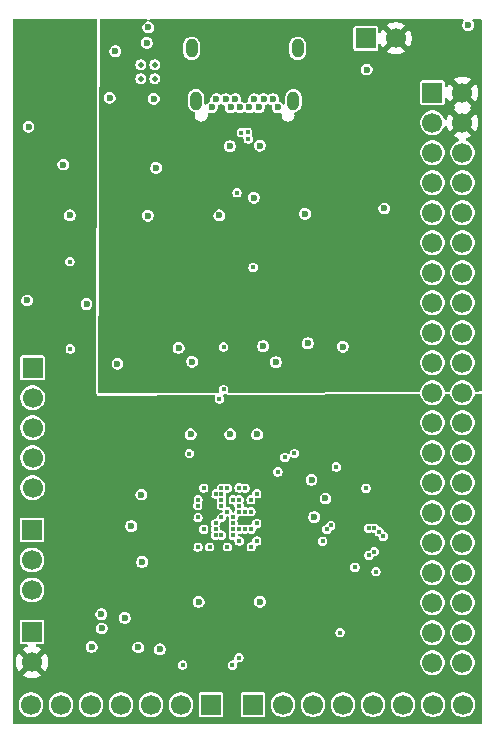
<source format=gbr>
%TF.GenerationSoftware,KiCad,Pcbnew,9.0.4*%
%TF.CreationDate,2025-09-29T22:44:47+03:00*%
%TF.ProjectId,Asius2,41736975-7332-42e6-9b69-6361645f7063,rev?*%
%TF.SameCoordinates,Original*%
%TF.FileFunction,Copper,L4,Inr*%
%TF.FilePolarity,Positive*%
%FSLAX46Y46*%
G04 Gerber Fmt 4.6, Leading zero omitted, Abs format (unit mm)*
G04 Created by KiCad (PCBNEW 9.0.4) date 2025-09-29 22:44:47*
%MOMM*%
%LPD*%
G01*
G04 APERTURE LIST*
%TA.AperFunction,ComponentPad*%
%ADD10R,1.700000X1.700000*%
%TD*%
%TA.AperFunction,ComponentPad*%
%ADD11C,1.700000*%
%TD*%
%TA.AperFunction,HeatsinkPad*%
%ADD12C,0.500000*%
%TD*%
%TA.AperFunction,ComponentPad*%
%ADD13C,0.600000*%
%TD*%
%TA.AperFunction,ComponentPad*%
%ADD14O,1.000000X1.600000*%
%TD*%
%TA.AperFunction,ViaPad*%
%ADD15C,0.600000*%
%TD*%
%TA.AperFunction,ViaPad*%
%ADD16C,0.400000*%
%TD*%
%TA.AperFunction,Conductor*%
%ADD17C,0.200000*%
%TD*%
G04 APERTURE END LIST*
D10*
%TO.N,GND*%
%TO.C,J7*%
X96515000Y-72290000D03*
D11*
%TO.N,+5V*%
X99055000Y-72290000D03*
%TD*%
D12*
%TO.N,GND*%
%TO.C,U8*%
X78630000Y-75712500D03*
X78630000Y-74532500D03*
X77450000Y-75712500D03*
X77450000Y-74532500D03*
%TD*%
D13*
%TO.N,GND*%
%TO.C,USBC1*%
X83460000Y-78150000D03*
%TO.N,/CAN3_H*%
X83860000Y-77450000D03*
%TO.N,/CAN3_L*%
X84660000Y-77450000D03*
%TO.N,+12V*%
X85060000Y-78150000D03*
%TO.N,Net-(USBC1-CC2)*%
X85460000Y-77450000D03*
%TO.N,/USB_DP*%
X85860000Y-78150000D03*
%TO.N,/USB_DM*%
X86660000Y-78150000D03*
%TO.N,/SBU2*%
X87060000Y-77450000D03*
%TO.N,+12V*%
X87460000Y-78150000D03*
%TO.N,/CAN4_L*%
X87860000Y-77450000D03*
%TO.N,/CAN4_H*%
X88660000Y-77450000D03*
%TO.N,GND*%
X89060000Y-78150000D03*
D14*
X90390000Y-77560000D03*
X82130000Y-77560000D03*
X90750000Y-73150000D03*
X81770000Y-73150000D03*
%TD*%
D10*
%TO.N,unconnected-(J2-Pin_1-Pad1)*%
%TO.C,J2*%
X102160000Y-76890000D03*
D11*
%TO.N,+5V*%
X104700000Y-76890000D03*
%TO.N,/IMU_SDA*%
X102160000Y-79430000D03*
%TO.N,+5V*%
X104700000Y-79430000D03*
%TO.N,/IMU_SCL*%
X102160000Y-81970000D03*
%TO.N,GND*%
X104700000Y-81970000D03*
%TO.N,unconnected-(J2-Pin_7-Pad7)*%
X102160000Y-84510000D03*
%TO.N,/UART_RX*%
X104700000Y-84510000D03*
%TO.N,GND*%
X102160000Y-87050000D03*
%TO.N,/UART_TX*%
X104700000Y-87050000D03*
%TO.N,unconnected-(J2-Pin_11-Pad11)*%
X102160000Y-89590000D03*
%TO.N,unconnected-(J2-Pin_12-Pad12)*%
X104700000Y-89590000D03*
%TO.N,unconnected-(J2-Pin_13-Pad13)*%
X102160000Y-92130000D03*
%TO.N,GND*%
X104700000Y-92130000D03*
%TO.N,unconnected-(J2-Pin_15-Pad15)*%
X102160000Y-94670000D03*
%TO.N,unconnected-(J2-Pin_16-Pad16)*%
X104700000Y-94670000D03*
%TO.N,unconnected-(J2-Pin_17-Pad17)*%
X102160000Y-97210000D03*
%TO.N,unconnected-(J2-Pin_18-Pad18)*%
X104700000Y-97210000D03*
%TO.N,/SPI_MOSI*%
X102160000Y-99750000D03*
%TO.N,unconnected-(J2-Pin_20-Pad20)*%
X104700000Y-99750000D03*
%TO.N,/SPI_MISO*%
X102160000Y-102290000D03*
%TO.N,unconnected-(J2-Pin_22-Pad22)*%
X104700000Y-102290000D03*
%TO.N,/SPI_SCK*%
X102160000Y-104830000D03*
%TO.N,/SPI_NSS*%
X104700000Y-104830000D03*
%TO.N,unconnected-(J2-Pin_25-Pad25)*%
X102160000Y-107370000D03*
%TO.N,unconnected-(J2-Pin_26-Pad26)*%
X104700000Y-107370000D03*
%TO.N,unconnected-(J2-Pin_27-Pad27)*%
X102160000Y-109910000D03*
%TO.N,unconnected-(J2-Pin_28-Pad28)*%
X104700000Y-109910000D03*
%TO.N,unconnected-(J2-Pin_29-Pad29)*%
X102160000Y-112450000D03*
%TO.N,unconnected-(J2-Pin_30-Pad30)*%
X104700000Y-112450000D03*
%TO.N,unconnected-(J2-Pin_31-Pad31)*%
X102160000Y-114990000D03*
%TO.N,unconnected-(J2-Pin_32-Pad32)*%
X104700000Y-114990000D03*
%TO.N,unconnected-(J2-Pin_33-Pad33)*%
X102160000Y-117530000D03*
%TO.N,unconnected-(J2-Pin_34-Pad34)*%
X104700000Y-117530000D03*
%TO.N,unconnected-(J2-Pin_35-Pad35)*%
X102160000Y-120070000D03*
%TO.N,unconnected-(J2-Pin_36-Pad36)*%
X104700000Y-120070000D03*
%TO.N,unconnected-(J2-Pin_37-Pad37)*%
X102160000Y-122610000D03*
%TO.N,unconnected-(J2-Pin_38-Pad38)*%
X104700000Y-122610000D03*
%TO.N,unconnected-(J2-Pin_39-Pad39)*%
X102160000Y-125150000D03*
%TO.N,unconnected-(J2-Pin_40-Pad40)*%
X104700000Y-125150000D03*
%TD*%
D10*
%TO.N,/AUDIO_SAI4_SCK_B*%
%TO.C,J5*%
X83410000Y-128720000D03*
D11*
%TO.N,/AUDIO_SAI4_FS_B*%
X80870000Y-128720000D03*
%TO.N,/AUDIO_SAI4_SD_A*%
X78330000Y-128720000D03*
%TO.N,/AUDIO_SAI4_SD_B*%
X75790000Y-128720000D03*
%TO.N,/AUDIO_DFSDM1_DATIN3*%
X73250000Y-128720000D03*
%TO.N,/AUDIO_DFSDM1_CKOUT*%
X70710000Y-128720000D03*
%TO.N,/AUDIO_SAI4_MCLK_B*%
X68170000Y-128720000D03*
%TD*%
D10*
%TO.N,GND*%
%TO.C,J1*%
X68250000Y-122560000D03*
D11*
%TO.N,+3.3V*%
X68250000Y-125100000D03*
%TD*%
D10*
%TO.N,/SWDIO*%
%TO.C,J6*%
X68300000Y-100190000D03*
D11*
%TO.N,/SWCLK*%
X68300000Y-102730000D03*
%TO.N,/JTDI*%
X68300000Y-105270000D03*
%TO.N,/TRACESWO*%
X68300000Y-107810000D03*
%TO.N,/NJTRST*%
X68300000Y-110350000D03*
%TD*%
D10*
%TO.N,/FAN_ENABLE*%
%TO.C,J4*%
X68250000Y-113920000D03*
D11*
%TO.N,/FAN_TACHOMETER*%
X68250000Y-116460000D03*
%TO.N,/FAN_SETUP*%
X68250000Y-119000000D03*
%TD*%
D10*
%TO.N,/BOOTKICK*%
%TO.C,J3*%
X86960000Y-128700000D03*
D11*
%TO.N,/SOM_GPIO*%
X89500000Y-128700000D03*
%TO.N,/VOLT_S*%
X92040000Y-128700000D03*
%TO.N,/VBAT_EN*%
X94580000Y-128700000D03*
%TO.N,/SBU1_RELAY*%
X97120000Y-128700000D03*
%TO.N,/SBU2_RELAY*%
X99660000Y-128700000D03*
%TO.N,/PWR_READOUT1*%
X102200000Y-128700000D03*
%TO.N,/PWR_READOUT2*%
X104740000Y-128700000D03*
%TD*%
D15*
%TO.N,GND*%
X96580000Y-74940000D03*
%TO.N,/IMU_SCL*%
X74160000Y-122260000D03*
%TO.N,/IMU_SDA*%
X74120000Y-121050000D03*
%TO.N,GND*%
X79080000Y-124020000D03*
X73300000Y-123820000D03*
%TO.N,+3.3V*%
X76910000Y-124490000D03*
X71800000Y-121500000D03*
%TO.N,GND*%
X76110000Y-121366200D03*
X77240000Y-123870000D03*
X78760000Y-83260000D03*
X67960000Y-79780000D03*
X70910000Y-82980000D03*
%TO.N,+5V*%
X83330000Y-99753800D03*
X90490000Y-99690000D03*
X98200000Y-98430000D03*
X76990000Y-99910000D03*
X74905000Y-83250000D03*
%TO.N,GND*%
X75310000Y-73380000D03*
%TO.N,+3.3V*%
X68940000Y-80160000D03*
%TO.N,GND*%
X78560000Y-77410000D03*
X77980000Y-72680000D03*
X78100000Y-71360000D03*
%TO.N,+12V*%
X74830000Y-77330000D03*
%TO.N,GND*%
X94580000Y-98400000D03*
X105180000Y-71170000D03*
X75490000Y-99850000D03*
X81800000Y-99670000D03*
D16*
%TO.N,/CAN1_T*%
X84118800Y-102830000D03*
%TO.N,/CAN2_R*%
X84470000Y-102016200D03*
D15*
%TO.N,GND*%
X72870000Y-94790000D03*
X93096200Y-111250000D03*
X81680000Y-105816200D03*
X92141369Y-112828631D03*
X91920000Y-109683800D03*
X85040000Y-105816200D03*
X87310000Y-105816200D03*
X77570000Y-116630000D03*
X77510000Y-110920000D03*
X82359400Y-120010000D03*
X87550000Y-120000000D03*
D16*
X83290000Y-115360000D03*
D15*
X98080000Y-86700000D03*
D16*
X86790000Y-115360000D03*
X82790000Y-110360000D03*
D15*
X91370000Y-87150000D03*
D16*
X85290000Y-111360000D03*
D15*
X84110000Y-87280000D03*
X78070000Y-87310000D03*
D16*
X85790000Y-110360000D03*
X82290000Y-112860000D03*
X87290000Y-110860000D03*
X87290000Y-114860000D03*
X82290000Y-115360000D03*
X87290000Y-113360000D03*
D15*
X88900000Y-99710000D03*
X76650000Y-113590000D03*
D16*
X86290000Y-110360000D03*
X82290000Y-111360000D03*
D15*
X87040000Y-85790000D03*
D16*
X84790000Y-110360000D03*
D15*
X71460000Y-87280000D03*
D16*
X84790000Y-115360000D03*
D15*
X67840000Y-94490000D03*
D16*
X82790000Y-113860000D03*
X82290000Y-111860000D03*
%TO.N,+3.3V*%
X87790000Y-112860000D03*
X87790000Y-113360000D03*
X86290000Y-109860000D03*
X87290000Y-111360000D03*
X81790000Y-114860000D03*
X84290000Y-109860000D03*
X81790000Y-112360000D03*
X81790000Y-112860000D03*
X87790000Y-114860000D03*
X84790000Y-109860000D03*
X83290000Y-110360000D03*
D15*
X67810000Y-87380000D03*
D16*
X86290000Y-115360000D03*
X81790000Y-111360000D03*
X82790000Y-109860000D03*
D15*
X71440000Y-94710000D03*
D16*
X82290000Y-114860000D03*
X83290000Y-115860000D03*
X83290000Y-110860000D03*
X84790000Y-115860000D03*
X81790000Y-115360000D03*
X87790000Y-110860000D03*
X82790000Y-111860000D03*
D15*
X98690000Y-122540000D03*
D16*
X86790000Y-115860000D03*
%TO.N,/SBU2*%
X85220594Y-125363800D03*
X81010000Y-125350000D03*
%TO.N,/SBU1*%
X84290000Y-114360000D03*
X85610000Y-85370000D03*
%TO.N,/CAN2_E*%
X85790000Y-114860000D03*
X97990000Y-114450000D03*
%TO.N,/CAN3_R*%
X97650000Y-114080000D03*
X86790000Y-113860000D03*
%TO.N,/CAN1_R*%
X83790000Y-110860000D03*
D15*
X91610000Y-98110000D03*
D16*
%TO.N,/CAN3_T*%
X97240000Y-113770000D03*
X97240000Y-115756200D03*
%TO.N,/CAN1_E*%
X86980000Y-91690000D03*
X84290000Y-111360000D03*
D15*
%TO.N,/CAN1_T*%
X87810000Y-98350000D03*
D16*
%TO.N,/CAN2_R*%
X84470000Y-98420000D03*
%TO.N,/CAN2_T*%
X84290000Y-110860000D03*
D15*
X80670000Y-98510000D03*
D16*
%TO.N,/CAN3_E*%
X96780000Y-116063800D03*
X96763797Y-113770000D03*
D15*
%TO.N,+12V*%
X85010000Y-81430000D03*
X87550000Y-81380000D03*
D16*
%TO.N,Net-(U7-NRST)*%
X71490000Y-98580000D03*
X84290000Y-112860000D03*
%TO.N,/UART_RX*%
X89660000Y-107770000D03*
X85290000Y-113360000D03*
%TO.N,/SPI_MISO*%
X85290000Y-114360000D03*
%TO.N,/SPI_MOSI*%
X85790000Y-113860000D03*
%TO.N,/UART_TX*%
X90473800Y-107430000D03*
X85290000Y-112860000D03*
%TO.N,/SOM_GPIO*%
X83790000Y-113360000D03*
%TO.N,/PWR_READOUT2*%
X83790000Y-114360000D03*
%TO.N,/VBAT_EN*%
X94010000Y-108580000D03*
%TO.N,/BOOTKICK*%
X83790000Y-113860000D03*
%TO.N,/SBU1_RELAY*%
X93543741Y-113536520D03*
%TO.N,/FAN_SETUP*%
X92860000Y-114863800D03*
%TO.N,/FAN_TACHOMETER*%
X85790000Y-111860000D03*
%TO.N,/FAN_ENABLE*%
X85790000Y-111360000D03*
%TO.N,/AUDIO_DFSDM1_CKOUT*%
X85780000Y-124740000D03*
X85290000Y-113860000D03*
%TO.N,/AUDIO_SAI4_SD_A*%
X86290000Y-113860000D03*
X93203800Y-113870000D03*
%TO.N,/SWDIO*%
X96530000Y-110390000D03*
X86790000Y-111360000D03*
%TO.N,/JTDI*%
X89060000Y-109000000D03*
%TO.N,/NJTRST*%
X84290000Y-110360000D03*
X81575958Y-107454042D03*
%TO.N,/TRACESWO*%
X84790000Y-112360000D03*
%TO.N,/LED_RED*%
X85790000Y-112360000D03*
X97370000Y-117440000D03*
%TO.N,/LED_GREEN*%
X95590000Y-117080000D03*
X86290000Y-112360000D03*
%TO.N,/LED_BLUE*%
X94336200Y-122610000D03*
X86790000Y-112360000D03*
%TO.N,Net-(U7-BOOT0)*%
X71460000Y-91200000D03*
X84290000Y-111860000D03*
%TO.N,/USB_DM*%
X85970000Y-80270000D03*
X86560000Y-80820000D03*
%TO.N,/USB_DP*%
X86510000Y-80230000D03*
%TD*%
D17*
%TO.N,+3.3V*%
X71800000Y-121560000D02*
X71760000Y-121600000D01*
%TD*%
%TA.AperFunction,Conductor*%
%TO.N,+3.3V*%
G36*
X73744956Y-70659407D02*
G01*
X73780920Y-70708907D01*
X73784699Y-70753983D01*
X73783343Y-70763154D01*
X73783342Y-70763163D01*
X73781067Y-71321161D01*
X73775798Y-72613269D01*
X73775798Y-72613270D01*
X73775684Y-72641162D01*
X73772944Y-73313269D01*
X73772944Y-73313270D01*
X73772830Y-73341162D01*
X73768218Y-74472352D01*
X73768218Y-74472353D01*
X73768104Y-74500248D01*
X73766469Y-74901161D01*
X73763406Y-75652352D01*
X73763406Y-75652353D01*
X73763292Y-75680248D01*
X73756837Y-77263269D01*
X73756837Y-77263270D01*
X73756723Y-77291162D01*
X73754126Y-77928157D01*
X73748341Y-79346769D01*
X73744795Y-80216434D01*
X73744795Y-80216435D01*
X73744681Y-80244328D01*
X73740118Y-81363269D01*
X73740118Y-81363270D01*
X73740004Y-81391162D01*
X73737983Y-81886769D01*
X73732656Y-83193269D01*
X73732656Y-83193270D01*
X73732542Y-83221162D01*
X73727712Y-84405692D01*
X73727626Y-84426769D01*
X73723998Y-85316434D01*
X73723998Y-85316435D01*
X73723884Y-85344328D01*
X73722225Y-85751161D01*
X73718628Y-86633269D01*
X73718628Y-86633270D01*
X73718514Y-86661162D01*
X73716141Y-87243269D01*
X73716141Y-87243270D01*
X73716027Y-87271162D01*
X73706997Y-89485692D01*
X73706911Y-89506769D01*
X73698227Y-91636434D01*
X73698227Y-91636435D01*
X73698113Y-91664328D01*
X73696554Y-92046769D01*
X73686282Y-94565692D01*
X73686196Y-94586769D01*
X73675924Y-97105692D01*
X73675838Y-97126769D01*
X73670470Y-98443269D01*
X73670470Y-98443270D01*
X73670356Y-98471162D01*
X73665006Y-99783269D01*
X73665006Y-99783270D01*
X73664892Y-99811162D01*
X73655073Y-102219235D01*
X73655073Y-102219239D01*
X73655012Y-102234021D01*
X73659728Y-102278652D01*
X73659729Y-102278657D01*
X73671189Y-102331219D01*
X73673931Y-102342305D01*
X73717346Y-102422803D01*
X73748808Y-102458745D01*
X73763366Y-102475376D01*
X73781053Y-102493246D01*
X73861095Y-102537489D01*
X73928233Y-102556835D01*
X73986167Y-102564867D01*
X83665571Y-102516153D01*
X83723856Y-102534767D01*
X83760068Y-102584086D01*
X83760376Y-102645270D01*
X83751807Y-102664650D01*
X83745593Y-102675412D01*
X83745593Y-102675413D01*
X83718300Y-102777273D01*
X83718300Y-102882727D01*
X83738913Y-102959655D01*
X83745594Y-102984589D01*
X83745594Y-102984590D01*
X83798318Y-103075910D01*
X83798320Y-103075913D01*
X83872887Y-103150480D01*
X83964213Y-103203207D01*
X84066073Y-103230500D01*
X84066075Y-103230500D01*
X84171525Y-103230500D01*
X84171527Y-103230500D01*
X84273387Y-103203207D01*
X84364713Y-103150480D01*
X84439280Y-103075913D01*
X84492007Y-102984587D01*
X84519300Y-102882727D01*
X84519300Y-102777273D01*
X84492007Y-102675413D01*
X84439280Y-102584087D01*
X84439279Y-102584086D01*
X84439278Y-102584084D01*
X84435329Y-102578937D01*
X84436852Y-102577768D01*
X84413119Y-102531187D01*
X84422690Y-102470755D01*
X84465955Y-102427490D01*
X84488168Y-102419345D01*
X84499380Y-102416700D01*
X84522727Y-102416700D01*
X84624587Y-102389407D01*
X84631163Y-102385609D01*
X84644952Y-102382357D01*
X84667870Y-102384251D01*
X84690793Y-102382447D01*
X84697883Y-102386732D01*
X84705930Y-102387398D01*
X84722295Y-102401487D01*
X84742173Y-102413502D01*
X84747935Y-102420084D01*
X84747946Y-102420096D01*
X84765629Y-102437962D01*
X84845670Y-102482207D01*
X84912808Y-102501554D01*
X84970745Y-102509586D01*
X101002058Y-102428907D01*
X101017138Y-102427974D01*
X101025284Y-102427471D01*
X101025293Y-102427470D01*
X101025328Y-102427468D01*
X101025360Y-102427464D01*
X101025973Y-102427409D01*
X101026041Y-102427424D01*
X101026732Y-102427382D01*
X101026744Y-102427584D01*
X101085635Y-102440978D01*
X101125926Y-102487024D01*
X101132021Y-102506689D01*
X101138147Y-102537485D01*
X101149870Y-102596420D01*
X101178132Y-102664650D01*
X101229058Y-102787597D01*
X101344020Y-102959651D01*
X101344023Y-102959655D01*
X101490345Y-103105977D01*
X101662402Y-103220941D01*
X101853580Y-103300130D01*
X102056535Y-103340500D01*
X102056536Y-103340500D01*
X102263464Y-103340500D01*
X102263465Y-103340500D01*
X102466420Y-103300130D01*
X102657598Y-103220941D01*
X102829655Y-103105977D01*
X102975977Y-102959655D01*
X103090941Y-102787598D01*
X103170130Y-102596420D01*
X103190592Y-102493546D01*
X103220487Y-102440165D01*
X103276052Y-102414548D01*
X103301284Y-102414800D01*
X103307897Y-102415716D01*
X103318938Y-102417247D01*
X103544603Y-102416112D01*
X103544616Y-102416111D01*
X103544622Y-102416111D01*
X103566341Y-102414768D01*
X103625588Y-102430047D01*
X103664539Y-102477233D01*
X103669550Y-102494265D01*
X103689869Y-102596418D01*
X103769058Y-102787597D01*
X103884020Y-102959651D01*
X103884023Y-102959655D01*
X104030345Y-103105977D01*
X104202402Y-103220941D01*
X104393580Y-103300130D01*
X104596535Y-103340500D01*
X104596536Y-103340500D01*
X104803464Y-103340500D01*
X104803465Y-103340500D01*
X105006420Y-103300130D01*
X105197598Y-103220941D01*
X105369655Y-103105977D01*
X105515977Y-102959655D01*
X105630941Y-102787598D01*
X105710130Y-102596420D01*
X105732996Y-102481462D01*
X105762893Y-102428079D01*
X105818458Y-102402463D01*
X105843687Y-102402714D01*
X105856398Y-102404477D01*
X106237158Y-102402561D01*
X106249541Y-102401182D01*
X106309466Y-102413530D01*
X106350689Y-102458745D01*
X106359500Y-102499573D01*
X106359500Y-130260500D01*
X106340593Y-130318691D01*
X106291093Y-130354655D01*
X106260500Y-130359500D01*
X66739500Y-130359500D01*
X66681309Y-130340593D01*
X66645345Y-130291093D01*
X66640500Y-130260500D01*
X66640500Y-128616532D01*
X67119500Y-128616532D01*
X67119500Y-128823467D01*
X67159869Y-129026418D01*
X67239058Y-129217597D01*
X67354020Y-129389651D01*
X67354023Y-129389655D01*
X67500345Y-129535977D01*
X67672402Y-129650941D01*
X67863580Y-129730130D01*
X68066535Y-129770500D01*
X68066536Y-129770500D01*
X68273464Y-129770500D01*
X68273465Y-129770500D01*
X68476420Y-129730130D01*
X68667598Y-129650941D01*
X68839655Y-129535977D01*
X68985977Y-129389655D01*
X69100941Y-129217598D01*
X69180130Y-129026420D01*
X69220500Y-128823465D01*
X69220500Y-128616535D01*
X69220499Y-128616532D01*
X69659500Y-128616532D01*
X69659500Y-128823467D01*
X69699869Y-129026418D01*
X69779058Y-129217597D01*
X69894020Y-129389651D01*
X69894023Y-129389655D01*
X70040345Y-129535977D01*
X70212402Y-129650941D01*
X70403580Y-129730130D01*
X70606535Y-129770500D01*
X70606536Y-129770500D01*
X70813464Y-129770500D01*
X70813465Y-129770500D01*
X71016420Y-129730130D01*
X71207598Y-129650941D01*
X71379655Y-129535977D01*
X71525977Y-129389655D01*
X71640941Y-129217598D01*
X71720130Y-129026420D01*
X71760500Y-128823465D01*
X71760500Y-128616535D01*
X71760499Y-128616532D01*
X72199500Y-128616532D01*
X72199500Y-128823467D01*
X72239869Y-129026418D01*
X72319058Y-129217597D01*
X72434020Y-129389651D01*
X72434023Y-129389655D01*
X72580345Y-129535977D01*
X72752402Y-129650941D01*
X72943580Y-129730130D01*
X73146535Y-129770500D01*
X73146536Y-129770500D01*
X73353464Y-129770500D01*
X73353465Y-129770500D01*
X73556420Y-129730130D01*
X73747598Y-129650941D01*
X73919655Y-129535977D01*
X74065977Y-129389655D01*
X74180941Y-129217598D01*
X74260130Y-129026420D01*
X74300500Y-128823465D01*
X74300500Y-128616535D01*
X74300499Y-128616532D01*
X74739500Y-128616532D01*
X74739500Y-128823467D01*
X74779869Y-129026418D01*
X74859058Y-129217597D01*
X74974020Y-129389651D01*
X74974023Y-129389655D01*
X75120345Y-129535977D01*
X75292402Y-129650941D01*
X75483580Y-129730130D01*
X75686535Y-129770500D01*
X75686536Y-129770500D01*
X75893464Y-129770500D01*
X75893465Y-129770500D01*
X76096420Y-129730130D01*
X76287598Y-129650941D01*
X76459655Y-129535977D01*
X76605977Y-129389655D01*
X76720941Y-129217598D01*
X76800130Y-129026420D01*
X76840500Y-128823465D01*
X76840500Y-128616535D01*
X76840499Y-128616532D01*
X77279500Y-128616532D01*
X77279500Y-128823467D01*
X77319869Y-129026418D01*
X77399058Y-129217597D01*
X77514020Y-129389651D01*
X77514023Y-129389655D01*
X77660345Y-129535977D01*
X77832402Y-129650941D01*
X78023580Y-129730130D01*
X78226535Y-129770500D01*
X78226536Y-129770500D01*
X78433464Y-129770500D01*
X78433465Y-129770500D01*
X78636420Y-129730130D01*
X78827598Y-129650941D01*
X78999655Y-129535977D01*
X79145977Y-129389655D01*
X79260941Y-129217598D01*
X79340130Y-129026420D01*
X79380500Y-128823465D01*
X79380500Y-128616535D01*
X79380499Y-128616532D01*
X79819500Y-128616532D01*
X79819500Y-128823467D01*
X79859869Y-129026418D01*
X79939058Y-129217597D01*
X80054020Y-129389651D01*
X80054023Y-129389655D01*
X80200345Y-129535977D01*
X80372402Y-129650941D01*
X80563580Y-129730130D01*
X80766535Y-129770500D01*
X80766536Y-129770500D01*
X80973464Y-129770500D01*
X80973465Y-129770500D01*
X81176420Y-129730130D01*
X81367598Y-129650941D01*
X81539655Y-129535977D01*
X81685977Y-129389655D01*
X81800941Y-129217598D01*
X81880130Y-129026420D01*
X81920500Y-128823465D01*
X81920500Y-128616535D01*
X81880130Y-128413580D01*
X81800941Y-128222402D01*
X81685977Y-128050345D01*
X81539655Y-127904023D01*
X81509723Y-127884023D01*
X81459182Y-127850253D01*
X82359500Y-127850253D01*
X82359500Y-129589746D01*
X82359501Y-129589758D01*
X82371132Y-129648227D01*
X82371134Y-129648233D01*
X82412493Y-129710130D01*
X82415448Y-129714552D01*
X82481769Y-129758867D01*
X82526231Y-129767711D01*
X82540241Y-129770498D01*
X82540246Y-129770498D01*
X82540252Y-129770500D01*
X82540253Y-129770500D01*
X84279747Y-129770500D01*
X84279748Y-129770500D01*
X84338231Y-129758867D01*
X84404552Y-129714552D01*
X84448867Y-129648231D01*
X84460500Y-129589748D01*
X84460500Y-127850252D01*
X84460499Y-127850250D01*
X84460499Y-127850244D01*
X84459399Y-127844715D01*
X84459396Y-127844703D01*
X84456522Y-127830253D01*
X85909500Y-127830253D01*
X85909500Y-129569746D01*
X85909501Y-129569758D01*
X85921132Y-129628227D01*
X85921134Y-129628233D01*
X85965445Y-129694548D01*
X85965448Y-129694552D01*
X86031769Y-129738867D01*
X86076231Y-129747711D01*
X86090241Y-129750498D01*
X86090246Y-129750498D01*
X86090252Y-129750500D01*
X86090253Y-129750500D01*
X87829747Y-129750500D01*
X87829748Y-129750500D01*
X87888231Y-129738867D01*
X87954552Y-129694552D01*
X87998867Y-129628231D01*
X88010500Y-129569748D01*
X88010500Y-128596532D01*
X88449500Y-128596532D01*
X88449500Y-128803467D01*
X88489869Y-129006418D01*
X88569058Y-129197597D01*
X88582422Y-129217598D01*
X88684023Y-129369655D01*
X88830345Y-129515977D01*
X89002402Y-129630941D01*
X89193580Y-129710130D01*
X89396535Y-129750500D01*
X89396536Y-129750500D01*
X89603464Y-129750500D01*
X89603465Y-129750500D01*
X89806420Y-129710130D01*
X89997598Y-129630941D01*
X90169655Y-129515977D01*
X90315977Y-129369655D01*
X90430941Y-129197598D01*
X90510130Y-129006420D01*
X90550500Y-128803465D01*
X90550500Y-128596535D01*
X90550499Y-128596532D01*
X90989500Y-128596532D01*
X90989500Y-128803467D01*
X91029869Y-129006418D01*
X91109058Y-129197597D01*
X91122422Y-129217598D01*
X91224023Y-129369655D01*
X91370345Y-129515977D01*
X91542402Y-129630941D01*
X91733580Y-129710130D01*
X91936535Y-129750500D01*
X91936536Y-129750500D01*
X92143464Y-129750500D01*
X92143465Y-129750500D01*
X92346420Y-129710130D01*
X92537598Y-129630941D01*
X92709655Y-129515977D01*
X92855977Y-129369655D01*
X92970941Y-129197598D01*
X93050130Y-129006420D01*
X93090500Y-128803465D01*
X93090500Y-128596535D01*
X93090499Y-128596532D01*
X93529500Y-128596532D01*
X93529500Y-128803467D01*
X93569869Y-129006418D01*
X93649058Y-129197597D01*
X93662422Y-129217598D01*
X93764023Y-129369655D01*
X93910345Y-129515977D01*
X94082402Y-129630941D01*
X94273580Y-129710130D01*
X94476535Y-129750500D01*
X94476536Y-129750500D01*
X94683464Y-129750500D01*
X94683465Y-129750500D01*
X94886420Y-129710130D01*
X95077598Y-129630941D01*
X95249655Y-129515977D01*
X95395977Y-129369655D01*
X95510941Y-129197598D01*
X95590130Y-129006420D01*
X95630500Y-128803465D01*
X95630500Y-128596535D01*
X95630499Y-128596532D01*
X96069500Y-128596532D01*
X96069500Y-128803467D01*
X96109869Y-129006418D01*
X96189058Y-129197597D01*
X96202422Y-129217598D01*
X96304023Y-129369655D01*
X96450345Y-129515977D01*
X96622402Y-129630941D01*
X96813580Y-129710130D01*
X97016535Y-129750500D01*
X97016536Y-129750500D01*
X97223464Y-129750500D01*
X97223465Y-129750500D01*
X97426420Y-129710130D01*
X97617598Y-129630941D01*
X97789655Y-129515977D01*
X97935977Y-129369655D01*
X98050941Y-129197598D01*
X98130130Y-129006420D01*
X98170500Y-128803465D01*
X98170500Y-128596535D01*
X98170499Y-128596532D01*
X98609500Y-128596532D01*
X98609500Y-128803467D01*
X98649869Y-129006418D01*
X98729058Y-129197597D01*
X98742422Y-129217598D01*
X98844023Y-129369655D01*
X98990345Y-129515977D01*
X99162402Y-129630941D01*
X99353580Y-129710130D01*
X99556535Y-129750500D01*
X99556536Y-129750500D01*
X99763464Y-129750500D01*
X99763465Y-129750500D01*
X99966420Y-129710130D01*
X100157598Y-129630941D01*
X100329655Y-129515977D01*
X100475977Y-129369655D01*
X100590941Y-129197598D01*
X100670130Y-129006420D01*
X100710500Y-128803465D01*
X100710500Y-128596535D01*
X100710499Y-128596532D01*
X101149500Y-128596532D01*
X101149500Y-128803467D01*
X101189869Y-129006418D01*
X101269058Y-129197597D01*
X101282422Y-129217598D01*
X101384023Y-129369655D01*
X101530345Y-129515977D01*
X101702402Y-129630941D01*
X101893580Y-129710130D01*
X102096535Y-129750500D01*
X102096536Y-129750500D01*
X102303464Y-129750500D01*
X102303465Y-129750500D01*
X102506420Y-129710130D01*
X102697598Y-129630941D01*
X102869655Y-129515977D01*
X103015977Y-129369655D01*
X103130941Y-129197598D01*
X103210130Y-129006420D01*
X103250500Y-128803465D01*
X103250500Y-128596535D01*
X103250499Y-128596532D01*
X103689500Y-128596532D01*
X103689500Y-128803467D01*
X103729869Y-129006418D01*
X103809058Y-129197597D01*
X103822422Y-129217598D01*
X103924023Y-129369655D01*
X104070345Y-129515977D01*
X104242402Y-129630941D01*
X104433580Y-129710130D01*
X104636535Y-129750500D01*
X104636536Y-129750500D01*
X104843464Y-129750500D01*
X104843465Y-129750500D01*
X105046420Y-129710130D01*
X105237598Y-129630941D01*
X105409655Y-129515977D01*
X105555977Y-129369655D01*
X105670941Y-129197598D01*
X105750130Y-129006420D01*
X105790500Y-128803465D01*
X105790500Y-128596535D01*
X105750130Y-128393580D01*
X105670941Y-128202402D01*
X105555977Y-128030345D01*
X105409655Y-127884023D01*
X105409651Y-127884020D01*
X105237597Y-127769058D01*
X105046418Y-127689869D01*
X104843467Y-127649500D01*
X104843465Y-127649500D01*
X104636535Y-127649500D01*
X104636532Y-127649500D01*
X104433581Y-127689869D01*
X104242402Y-127769058D01*
X104070348Y-127884020D01*
X103924020Y-128030348D01*
X103809058Y-128202402D01*
X103729869Y-128393581D01*
X103689500Y-128596532D01*
X103250499Y-128596532D01*
X103210130Y-128393580D01*
X103130941Y-128202402D01*
X103015977Y-128030345D01*
X102869655Y-127884023D01*
X102869651Y-127884020D01*
X102697597Y-127769058D01*
X102506418Y-127689869D01*
X102303467Y-127649500D01*
X102303465Y-127649500D01*
X102096535Y-127649500D01*
X102096532Y-127649500D01*
X101893581Y-127689869D01*
X101702402Y-127769058D01*
X101530348Y-127884020D01*
X101384020Y-128030348D01*
X101269058Y-128202402D01*
X101189869Y-128393581D01*
X101149500Y-128596532D01*
X100710499Y-128596532D01*
X100670130Y-128393580D01*
X100590941Y-128202402D01*
X100475977Y-128030345D01*
X100329655Y-127884023D01*
X100329651Y-127884020D01*
X100157597Y-127769058D01*
X99966418Y-127689869D01*
X99763467Y-127649500D01*
X99763465Y-127649500D01*
X99556535Y-127649500D01*
X99556532Y-127649500D01*
X99353581Y-127689869D01*
X99162402Y-127769058D01*
X98990348Y-127884020D01*
X98844020Y-128030348D01*
X98729058Y-128202402D01*
X98649869Y-128393581D01*
X98609500Y-128596532D01*
X98170499Y-128596532D01*
X98130130Y-128393580D01*
X98050941Y-128202402D01*
X97935977Y-128030345D01*
X97789655Y-127884023D01*
X97789651Y-127884020D01*
X97617597Y-127769058D01*
X97426418Y-127689869D01*
X97223467Y-127649500D01*
X97223465Y-127649500D01*
X97016535Y-127649500D01*
X97016532Y-127649500D01*
X96813581Y-127689869D01*
X96622402Y-127769058D01*
X96450348Y-127884020D01*
X96304020Y-128030348D01*
X96189058Y-128202402D01*
X96109869Y-128393581D01*
X96069500Y-128596532D01*
X95630499Y-128596532D01*
X95590130Y-128393580D01*
X95510941Y-128202402D01*
X95395977Y-128030345D01*
X95249655Y-127884023D01*
X95249651Y-127884020D01*
X95077597Y-127769058D01*
X94886418Y-127689869D01*
X94683467Y-127649500D01*
X94683465Y-127649500D01*
X94476535Y-127649500D01*
X94476532Y-127649500D01*
X94273581Y-127689869D01*
X94082402Y-127769058D01*
X93910348Y-127884020D01*
X93764020Y-128030348D01*
X93649058Y-128202402D01*
X93569869Y-128393581D01*
X93529500Y-128596532D01*
X93090499Y-128596532D01*
X93050130Y-128393580D01*
X92970941Y-128202402D01*
X92855977Y-128030345D01*
X92709655Y-127884023D01*
X92709651Y-127884020D01*
X92537597Y-127769058D01*
X92346418Y-127689869D01*
X92143467Y-127649500D01*
X92143465Y-127649500D01*
X91936535Y-127649500D01*
X91936532Y-127649500D01*
X91733581Y-127689869D01*
X91542402Y-127769058D01*
X91370348Y-127884020D01*
X91224020Y-128030348D01*
X91109058Y-128202402D01*
X91029869Y-128393581D01*
X90989500Y-128596532D01*
X90550499Y-128596532D01*
X90510130Y-128393580D01*
X90430941Y-128202402D01*
X90315977Y-128030345D01*
X90169655Y-127884023D01*
X90169651Y-127884020D01*
X89997597Y-127769058D01*
X89806418Y-127689869D01*
X89603467Y-127649500D01*
X89603465Y-127649500D01*
X89396535Y-127649500D01*
X89396532Y-127649500D01*
X89193581Y-127689869D01*
X89002402Y-127769058D01*
X88830348Y-127884020D01*
X88684020Y-128030348D01*
X88569058Y-128202402D01*
X88489869Y-128393581D01*
X88449500Y-128596532D01*
X88010500Y-128596532D01*
X88010500Y-127830252D01*
X87998867Y-127771769D01*
X87954552Y-127705448D01*
X87954548Y-127705445D01*
X87888233Y-127661134D01*
X87888231Y-127661133D01*
X87888228Y-127661132D01*
X87888227Y-127661132D01*
X87829758Y-127649501D01*
X87829748Y-127649500D01*
X86090252Y-127649500D01*
X86090251Y-127649500D01*
X86090241Y-127649501D01*
X86031772Y-127661132D01*
X86031766Y-127661134D01*
X85965451Y-127705445D01*
X85965445Y-127705451D01*
X85921134Y-127771766D01*
X85921132Y-127771772D01*
X85909501Y-127830241D01*
X85909500Y-127830253D01*
X84456522Y-127830253D01*
X84448867Y-127791769D01*
X84404552Y-127725448D01*
X84404548Y-127725445D01*
X84338233Y-127681134D01*
X84338231Y-127681133D01*
X84338228Y-127681132D01*
X84338227Y-127681132D01*
X84279758Y-127669501D01*
X84279748Y-127669500D01*
X82540252Y-127669500D01*
X82540251Y-127669500D01*
X82540241Y-127669501D01*
X82481772Y-127681132D01*
X82481766Y-127681134D01*
X82415451Y-127725445D01*
X82415445Y-127725451D01*
X82371134Y-127791766D01*
X82371132Y-127791772D01*
X82359501Y-127850241D01*
X82359500Y-127850253D01*
X81459182Y-127850253D01*
X81367597Y-127789058D01*
X81176418Y-127709869D01*
X80973467Y-127669500D01*
X80973465Y-127669500D01*
X80766535Y-127669500D01*
X80766532Y-127669500D01*
X80563581Y-127709869D01*
X80372402Y-127789058D01*
X80200348Y-127904020D01*
X80054020Y-128050348D01*
X79939058Y-128222402D01*
X79859869Y-128413581D01*
X79819500Y-128616532D01*
X79380499Y-128616532D01*
X79340130Y-128413580D01*
X79260941Y-128222402D01*
X79145977Y-128050345D01*
X78999655Y-127904023D01*
X78969723Y-127884023D01*
X78827597Y-127789058D01*
X78636418Y-127709869D01*
X78433467Y-127669500D01*
X78433465Y-127669500D01*
X78226535Y-127669500D01*
X78226532Y-127669500D01*
X78023581Y-127709869D01*
X77832402Y-127789058D01*
X77660348Y-127904020D01*
X77514020Y-128050348D01*
X77399058Y-128222402D01*
X77319869Y-128413581D01*
X77279500Y-128616532D01*
X76840499Y-128616532D01*
X76800130Y-128413580D01*
X76720941Y-128222402D01*
X76605977Y-128050345D01*
X76459655Y-127904023D01*
X76429723Y-127884023D01*
X76287597Y-127789058D01*
X76096418Y-127709869D01*
X75893467Y-127669500D01*
X75893465Y-127669500D01*
X75686535Y-127669500D01*
X75686532Y-127669500D01*
X75483581Y-127709869D01*
X75292402Y-127789058D01*
X75120348Y-127904020D01*
X74974020Y-128050348D01*
X74859058Y-128222402D01*
X74779869Y-128413581D01*
X74739500Y-128616532D01*
X74300499Y-128616532D01*
X74260130Y-128413580D01*
X74180941Y-128222402D01*
X74065977Y-128050345D01*
X73919655Y-127904023D01*
X73889723Y-127884023D01*
X73747597Y-127789058D01*
X73556418Y-127709869D01*
X73353467Y-127669500D01*
X73353465Y-127669500D01*
X73146535Y-127669500D01*
X73146532Y-127669500D01*
X72943581Y-127709869D01*
X72752402Y-127789058D01*
X72580348Y-127904020D01*
X72434020Y-128050348D01*
X72319058Y-128222402D01*
X72239869Y-128413581D01*
X72199500Y-128616532D01*
X71760499Y-128616532D01*
X71720130Y-128413580D01*
X71640941Y-128222402D01*
X71525977Y-128050345D01*
X71379655Y-127904023D01*
X71349723Y-127884023D01*
X71207597Y-127789058D01*
X71016418Y-127709869D01*
X70813467Y-127669500D01*
X70813465Y-127669500D01*
X70606535Y-127669500D01*
X70606532Y-127669500D01*
X70403581Y-127709869D01*
X70212402Y-127789058D01*
X70040348Y-127904020D01*
X69894020Y-128050348D01*
X69779058Y-128222402D01*
X69699869Y-128413581D01*
X69659500Y-128616532D01*
X69220499Y-128616532D01*
X69180130Y-128413580D01*
X69100941Y-128222402D01*
X68985977Y-128050345D01*
X68839655Y-127904023D01*
X68809723Y-127884023D01*
X68667597Y-127789058D01*
X68476418Y-127709869D01*
X68273467Y-127669500D01*
X68273465Y-127669500D01*
X68066535Y-127669500D01*
X68066532Y-127669500D01*
X67863581Y-127709869D01*
X67672402Y-127789058D01*
X67500348Y-127904020D01*
X67354020Y-128050348D01*
X67239058Y-128222402D01*
X67159869Y-128413581D01*
X67119500Y-128616532D01*
X66640500Y-128616532D01*
X66640500Y-124993749D01*
X66900000Y-124993749D01*
X66900000Y-125206250D01*
X66933240Y-125416121D01*
X66998904Y-125618215D01*
X67095376Y-125807553D01*
X67095380Y-125807559D01*
X67134728Y-125861716D01*
X67134729Y-125861716D01*
X67767037Y-125229407D01*
X67784075Y-125292993D01*
X67849901Y-125407007D01*
X67942993Y-125500099D01*
X68057007Y-125565925D01*
X68120589Y-125582962D01*
X67488282Y-126215269D01*
X67488282Y-126215270D01*
X67542440Y-126254619D01*
X67542446Y-126254623D01*
X67731784Y-126351095D01*
X67933878Y-126416759D01*
X68143750Y-126450000D01*
X68356250Y-126450000D01*
X68566121Y-126416759D01*
X68768215Y-126351095D01*
X68957556Y-126254620D01*
X69011716Y-126215270D01*
X68379408Y-125582962D01*
X68442993Y-125565925D01*
X68557007Y-125500099D01*
X68650099Y-125407007D01*
X68715925Y-125292993D01*
X68732962Y-125229408D01*
X69365270Y-125861716D01*
X69404620Y-125807556D01*
X69501095Y-125618215D01*
X69566759Y-125416121D01*
X69585583Y-125297273D01*
X80609500Y-125297273D01*
X80609500Y-125402727D01*
X80636793Y-125504587D01*
X80636794Y-125504589D01*
X80636794Y-125504590D01*
X80672206Y-125565925D01*
X80689520Y-125595913D01*
X80764087Y-125670480D01*
X80855413Y-125723207D01*
X80957273Y-125750500D01*
X80957275Y-125750500D01*
X81062725Y-125750500D01*
X81062727Y-125750500D01*
X81164587Y-125723207D01*
X81255913Y-125670480D01*
X81330480Y-125595913D01*
X81383207Y-125504587D01*
X81410500Y-125402727D01*
X81410500Y-125311073D01*
X84820094Y-125311073D01*
X84820094Y-125416527D01*
X84847387Y-125518387D01*
X84847388Y-125518389D01*
X84847388Y-125518390D01*
X84894506Y-125600000D01*
X84900114Y-125609713D01*
X84974681Y-125684280D01*
X85066007Y-125737007D01*
X85167867Y-125764300D01*
X85167869Y-125764300D01*
X85273319Y-125764300D01*
X85273321Y-125764300D01*
X85375181Y-125737007D01*
X85466507Y-125684280D01*
X85541074Y-125609713D01*
X85593801Y-125518387D01*
X85621094Y-125416527D01*
X85621094Y-125311073D01*
X85608021Y-125262283D01*
X85611222Y-125201183D01*
X85649727Y-125153633D01*
X85708827Y-125137797D01*
X85720834Y-125139699D01*
X85720841Y-125139653D01*
X85727272Y-125140499D01*
X85727273Y-125140500D01*
X85727274Y-125140500D01*
X85832725Y-125140500D01*
X85832727Y-125140500D01*
X85934587Y-125113207D01*
X86025913Y-125060480D01*
X86039861Y-125046532D01*
X101109500Y-125046532D01*
X101109500Y-125253467D01*
X101149869Y-125456418D01*
X101229058Y-125647597D01*
X101344020Y-125819651D01*
X101344023Y-125819655D01*
X101490345Y-125965977D01*
X101662402Y-126080941D01*
X101853580Y-126160130D01*
X102056535Y-126200500D01*
X102056536Y-126200500D01*
X102263464Y-126200500D01*
X102263465Y-126200500D01*
X102466420Y-126160130D01*
X102657598Y-126080941D01*
X102829655Y-125965977D01*
X102975977Y-125819655D01*
X103090941Y-125647598D01*
X103170130Y-125456420D01*
X103210500Y-125253465D01*
X103210500Y-125046535D01*
X103210499Y-125046532D01*
X103649500Y-125046532D01*
X103649500Y-125253467D01*
X103689869Y-125456418D01*
X103769058Y-125647597D01*
X103884020Y-125819651D01*
X103884023Y-125819655D01*
X104030345Y-125965977D01*
X104202402Y-126080941D01*
X104393580Y-126160130D01*
X104596535Y-126200500D01*
X104596536Y-126200500D01*
X104803464Y-126200500D01*
X104803465Y-126200500D01*
X105006420Y-126160130D01*
X105197598Y-126080941D01*
X105369655Y-125965977D01*
X105515977Y-125819655D01*
X105630941Y-125647598D01*
X105710130Y-125456420D01*
X105750500Y-125253465D01*
X105750500Y-125046535D01*
X105710130Y-124843580D01*
X105630941Y-124652402D01*
X105515977Y-124480345D01*
X105369655Y-124334023D01*
X105369651Y-124334020D01*
X105197597Y-124219058D01*
X105006418Y-124139869D01*
X104803467Y-124099500D01*
X104803465Y-124099500D01*
X104596535Y-124099500D01*
X104596532Y-124099500D01*
X104393581Y-124139869D01*
X104202402Y-124219058D01*
X104030348Y-124334020D01*
X103884020Y-124480348D01*
X103769058Y-124652402D01*
X103689869Y-124843581D01*
X103649500Y-125046532D01*
X103210499Y-125046532D01*
X103170130Y-124843580D01*
X103090941Y-124652402D01*
X102975977Y-124480345D01*
X102829655Y-124334023D01*
X102829651Y-124334020D01*
X102657597Y-124219058D01*
X102466418Y-124139869D01*
X102263467Y-124099500D01*
X102263465Y-124099500D01*
X102056535Y-124099500D01*
X102056532Y-124099500D01*
X101853581Y-124139869D01*
X101662402Y-124219058D01*
X101490348Y-124334020D01*
X101344020Y-124480348D01*
X101229058Y-124652402D01*
X101149869Y-124843581D01*
X101109500Y-125046532D01*
X86039861Y-125046532D01*
X86100480Y-124985913D01*
X86153207Y-124894587D01*
X86180500Y-124792727D01*
X86180500Y-124687273D01*
X86153207Y-124585413D01*
X86100480Y-124494087D01*
X86025913Y-124419520D01*
X85979019Y-124392446D01*
X85934589Y-124366794D01*
X85934588Y-124366793D01*
X85934587Y-124366793D01*
X85832727Y-124339500D01*
X85727273Y-124339500D01*
X85625413Y-124366793D01*
X85625412Y-124366793D01*
X85625410Y-124366794D01*
X85625409Y-124366794D01*
X85534089Y-124419518D01*
X85459518Y-124494089D01*
X85406794Y-124585409D01*
X85406794Y-124585410D01*
X85406793Y-124585412D01*
X85406793Y-124585413D01*
X85379500Y-124687273D01*
X85379500Y-124792727D01*
X85392573Y-124841515D01*
X85389370Y-124902617D01*
X85350865Y-124950167D01*
X85291764Y-124966002D01*
X85279759Y-124964100D01*
X85279753Y-124964147D01*
X85273321Y-124963300D01*
X85167867Y-124963300D01*
X85066007Y-124990593D01*
X85066006Y-124990593D01*
X85066004Y-124990594D01*
X85066003Y-124990594D01*
X84974683Y-125043318D01*
X84900112Y-125117889D01*
X84847388Y-125209209D01*
X84847388Y-125209210D01*
X84847387Y-125209212D01*
X84847387Y-125209213D01*
X84820094Y-125311073D01*
X81410500Y-125311073D01*
X81410500Y-125297273D01*
X81383207Y-125195413D01*
X81330480Y-125104087D01*
X81255913Y-125029520D01*
X81188489Y-124990593D01*
X81164589Y-124976794D01*
X81164588Y-124976793D01*
X81164587Y-124976793D01*
X81062727Y-124949500D01*
X80957273Y-124949500D01*
X80855413Y-124976793D01*
X80855412Y-124976793D01*
X80855410Y-124976794D01*
X80855409Y-124976794D01*
X80764089Y-125029518D01*
X80689518Y-125104089D01*
X80636794Y-125195409D01*
X80636794Y-125195410D01*
X80636793Y-125195412D01*
X80636793Y-125195413D01*
X80609500Y-125297273D01*
X69585583Y-125297273D01*
X69589064Y-125275297D01*
X69600000Y-125206250D01*
X69600000Y-124993749D01*
X69566759Y-124783878D01*
X69501095Y-124581784D01*
X69404623Y-124392446D01*
X69404619Y-124392440D01*
X69365270Y-124338282D01*
X69365269Y-124338282D01*
X68732962Y-124970589D01*
X68715925Y-124907007D01*
X68650099Y-124792993D01*
X68557007Y-124699901D01*
X68442993Y-124634075D01*
X68379407Y-124617037D01*
X69011716Y-123984729D01*
X69011716Y-123984728D01*
X68957559Y-123945380D01*
X68957553Y-123945376D01*
X68768209Y-123848901D01*
X68746275Y-123841774D01*
X68746271Y-123841774D01*
X68628952Y-123803655D01*
X68579451Y-123767691D01*
X68575038Y-123754108D01*
X72799500Y-123754108D01*
X72799500Y-123885892D01*
X72815439Y-123945376D01*
X72833609Y-124013190D01*
X72899496Y-124127309D01*
X72899498Y-124127311D01*
X72899500Y-124127314D01*
X72992686Y-124220500D01*
X72992688Y-124220501D01*
X72992690Y-124220503D01*
X73106810Y-124286390D01*
X73106808Y-124286390D01*
X73106812Y-124286391D01*
X73106814Y-124286392D01*
X73234108Y-124320500D01*
X73234110Y-124320500D01*
X73365890Y-124320500D01*
X73365892Y-124320500D01*
X73493186Y-124286392D01*
X73493188Y-124286390D01*
X73493190Y-124286390D01*
X73607309Y-124220503D01*
X73607309Y-124220502D01*
X73607314Y-124220500D01*
X73700500Y-124127314D01*
X73700503Y-124127309D01*
X73766390Y-124013190D01*
X73766390Y-124013188D01*
X73766392Y-124013186D01*
X73800500Y-123885892D01*
X73800500Y-123804108D01*
X76739500Y-123804108D01*
X76739500Y-123935892D01*
X76752586Y-123984729D01*
X76773609Y-124063190D01*
X76839496Y-124177309D01*
X76839498Y-124177311D01*
X76839500Y-124177314D01*
X76932686Y-124270500D01*
X76932688Y-124270501D01*
X76932690Y-124270503D01*
X77046810Y-124336390D01*
X77046808Y-124336390D01*
X77046812Y-124336391D01*
X77046814Y-124336392D01*
X77174108Y-124370500D01*
X77174110Y-124370500D01*
X77305890Y-124370500D01*
X77305892Y-124370500D01*
X77433186Y-124336392D01*
X77433188Y-124336390D01*
X77433190Y-124336390D01*
X77547309Y-124270503D01*
X77547309Y-124270502D01*
X77547314Y-124270500D01*
X77640500Y-124177314D01*
X77640503Y-124177309D01*
X77706390Y-124063190D01*
X77706390Y-124063188D01*
X77706392Y-124063186D01*
X77735619Y-123954108D01*
X78579500Y-123954108D01*
X78579500Y-124085892D01*
X78603995Y-124177309D01*
X78613609Y-124213190D01*
X78679496Y-124327309D01*
X78679498Y-124327311D01*
X78679500Y-124327314D01*
X78772686Y-124420500D01*
X78772688Y-124420501D01*
X78772690Y-124420503D01*
X78886810Y-124486390D01*
X78886808Y-124486390D01*
X78886812Y-124486391D01*
X78886814Y-124486392D01*
X79014108Y-124520500D01*
X79014110Y-124520500D01*
X79145890Y-124520500D01*
X79145892Y-124520500D01*
X79273186Y-124486392D01*
X79273188Y-124486390D01*
X79273190Y-124486390D01*
X79387309Y-124420503D01*
X79387309Y-124420502D01*
X79387314Y-124420500D01*
X79480500Y-124327314D01*
X79484434Y-124320500D01*
X79546390Y-124213190D01*
X79546390Y-124213188D01*
X79546392Y-124213186D01*
X79580500Y-124085892D01*
X79580500Y-123954108D01*
X79546392Y-123826814D01*
X79546390Y-123826811D01*
X79546390Y-123826809D01*
X79480503Y-123712690D01*
X79480501Y-123712688D01*
X79480500Y-123712686D01*
X79387314Y-123619500D01*
X79387311Y-123619498D01*
X79387309Y-123619496D01*
X79273189Y-123553609D01*
X79273191Y-123553609D01*
X79223799Y-123540375D01*
X79145892Y-123519500D01*
X79014108Y-123519500D01*
X78936200Y-123540375D01*
X78886809Y-123553609D01*
X78772690Y-123619496D01*
X78679496Y-123712690D01*
X78613609Y-123826809D01*
X78607690Y-123848901D01*
X78579500Y-123954108D01*
X77735619Y-123954108D01*
X77740500Y-123935892D01*
X77740500Y-123804108D01*
X77706392Y-123676814D01*
X77706390Y-123676811D01*
X77706390Y-123676809D01*
X77640503Y-123562690D01*
X77640501Y-123562688D01*
X77640500Y-123562686D01*
X77547314Y-123469500D01*
X77547311Y-123469498D01*
X77547309Y-123469496D01*
X77433189Y-123403609D01*
X77433191Y-123403609D01*
X77383799Y-123390375D01*
X77305892Y-123369500D01*
X77174108Y-123369500D01*
X77096200Y-123390375D01*
X77046809Y-123403609D01*
X76932690Y-123469496D01*
X76839496Y-123562690D01*
X76773609Y-123676809D01*
X76773608Y-123676814D01*
X76739500Y-123804108D01*
X73800500Y-123804108D01*
X73800500Y-123754108D01*
X73766392Y-123626814D01*
X73766390Y-123626811D01*
X73766390Y-123626809D01*
X73700503Y-123512690D01*
X73700501Y-123512688D01*
X73700500Y-123512686D01*
X73607314Y-123419500D01*
X73607311Y-123419498D01*
X73607309Y-123419496D01*
X73493189Y-123353609D01*
X73493191Y-123353609D01*
X73443799Y-123340375D01*
X73365892Y-123319500D01*
X73234108Y-123319500D01*
X73156200Y-123340375D01*
X73106809Y-123353609D01*
X72992690Y-123419496D01*
X72899496Y-123512690D01*
X72833609Y-123626809D01*
X72824582Y-123660499D01*
X72799500Y-123754108D01*
X68575038Y-123754108D01*
X68560544Y-123709500D01*
X68579451Y-123651309D01*
X68628951Y-123615345D01*
X68659544Y-123610500D01*
X69119747Y-123610500D01*
X69119748Y-123610500D01*
X69178231Y-123598867D01*
X69244552Y-123554552D01*
X69288867Y-123488231D01*
X69300500Y-123429748D01*
X69300500Y-122194108D01*
X73659500Y-122194108D01*
X73659500Y-122325892D01*
X73669735Y-122364089D01*
X73693609Y-122453190D01*
X73759496Y-122567309D01*
X73759498Y-122567311D01*
X73759500Y-122567314D01*
X73852686Y-122660500D01*
X73852688Y-122660501D01*
X73852690Y-122660503D01*
X73966810Y-122726390D01*
X73966808Y-122726390D01*
X73966812Y-122726391D01*
X73966814Y-122726392D01*
X74094108Y-122760500D01*
X74094110Y-122760500D01*
X74225890Y-122760500D01*
X74225892Y-122760500D01*
X74353186Y-122726392D01*
X74353188Y-122726390D01*
X74353190Y-122726390D01*
X74467309Y-122660503D01*
X74467309Y-122660502D01*
X74467314Y-122660500D01*
X74560500Y-122567314D01*
X74566297Y-122557273D01*
X93935700Y-122557273D01*
X93935700Y-122662727D01*
X93952759Y-122726392D01*
X93962994Y-122764589D01*
X93962994Y-122764590D01*
X94015718Y-122855910D01*
X94015720Y-122855913D01*
X94090287Y-122930480D01*
X94181613Y-122983207D01*
X94283473Y-123010500D01*
X94283475Y-123010500D01*
X94388925Y-123010500D01*
X94388927Y-123010500D01*
X94490787Y-122983207D01*
X94582113Y-122930480D01*
X94656680Y-122855913D01*
X94709407Y-122764587D01*
X94736700Y-122662727D01*
X94736700Y-122557273D01*
X94723104Y-122506532D01*
X101109500Y-122506532D01*
X101109500Y-122713467D01*
X101149869Y-122916418D01*
X101229058Y-123107597D01*
X101229059Y-123107598D01*
X101344023Y-123279655D01*
X101490345Y-123425977D01*
X101662402Y-123540941D01*
X101853580Y-123620130D01*
X102056535Y-123660500D01*
X102056536Y-123660500D01*
X102263464Y-123660500D01*
X102263465Y-123660500D01*
X102466420Y-123620130D01*
X102657598Y-123540941D01*
X102829655Y-123425977D01*
X102975977Y-123279655D01*
X103090941Y-123107598D01*
X103170130Y-122916420D01*
X103210500Y-122713465D01*
X103210500Y-122506535D01*
X103210499Y-122506532D01*
X103649500Y-122506532D01*
X103649500Y-122713467D01*
X103689869Y-122916418D01*
X103769058Y-123107597D01*
X103769059Y-123107598D01*
X103884023Y-123279655D01*
X104030345Y-123425977D01*
X104202402Y-123540941D01*
X104393580Y-123620130D01*
X104596535Y-123660500D01*
X104596536Y-123660500D01*
X104803464Y-123660500D01*
X104803465Y-123660500D01*
X105006420Y-123620130D01*
X105197598Y-123540941D01*
X105369655Y-123425977D01*
X105515977Y-123279655D01*
X105630941Y-123107598D01*
X105710130Y-122916420D01*
X105750500Y-122713465D01*
X105750500Y-122506535D01*
X105710130Y-122303580D01*
X105630941Y-122112402D01*
X105515977Y-121940345D01*
X105369655Y-121794023D01*
X105369651Y-121794020D01*
X105197597Y-121679058D01*
X105006418Y-121599869D01*
X104803467Y-121559500D01*
X104803465Y-121559500D01*
X104596535Y-121559500D01*
X104596532Y-121559500D01*
X104393581Y-121599869D01*
X104202402Y-121679058D01*
X104030348Y-121794020D01*
X103884020Y-121940348D01*
X103769058Y-122112402D01*
X103689869Y-122303581D01*
X103649500Y-122506532D01*
X103210499Y-122506532D01*
X103170130Y-122303580D01*
X103090941Y-122112402D01*
X102975977Y-121940345D01*
X102829655Y-121794023D01*
X102829651Y-121794020D01*
X102657597Y-121679058D01*
X102466418Y-121599869D01*
X102263467Y-121559500D01*
X102263465Y-121559500D01*
X102056535Y-121559500D01*
X102056532Y-121559500D01*
X101853581Y-121599869D01*
X101662402Y-121679058D01*
X101490348Y-121794020D01*
X101344020Y-121940348D01*
X101229058Y-122112402D01*
X101149869Y-122303581D01*
X101109500Y-122506532D01*
X94723104Y-122506532D01*
X94709407Y-122455413D01*
X94708122Y-122453188D01*
X94656681Y-122364089D01*
X94656680Y-122364087D01*
X94582113Y-122289520D01*
X94490787Y-122236793D01*
X94388927Y-122209500D01*
X94283473Y-122209500D01*
X94181613Y-122236793D01*
X94181612Y-122236793D01*
X94181610Y-122236794D01*
X94181609Y-122236794D01*
X94090289Y-122289518D01*
X94015718Y-122364089D01*
X93962994Y-122455409D01*
X93962994Y-122455410D01*
X93962994Y-122455411D01*
X93962993Y-122455413D01*
X93935700Y-122557273D01*
X74566297Y-122557273D01*
X74626392Y-122453186D01*
X74660500Y-122325892D01*
X74660500Y-122194108D01*
X74626392Y-122066814D01*
X74626390Y-122066811D01*
X74626390Y-122066809D01*
X74560503Y-121952690D01*
X74560501Y-121952688D01*
X74560500Y-121952686D01*
X74467314Y-121859500D01*
X74467311Y-121859498D01*
X74467309Y-121859496D01*
X74353189Y-121793609D01*
X74353191Y-121793609D01*
X74303799Y-121780375D01*
X74225892Y-121759500D01*
X74094108Y-121759500D01*
X74016200Y-121780375D01*
X73966809Y-121793609D01*
X73852690Y-121859496D01*
X73759496Y-121952690D01*
X73693609Y-122066809D01*
X73693608Y-122066814D01*
X73659500Y-122194108D01*
X69300500Y-122194108D01*
X69300500Y-121690252D01*
X69288867Y-121631769D01*
X69244552Y-121565448D01*
X69244548Y-121565445D01*
X69178233Y-121521134D01*
X69178231Y-121521133D01*
X69178228Y-121521132D01*
X69178227Y-121521132D01*
X69119758Y-121509501D01*
X69119748Y-121509500D01*
X67380252Y-121509500D01*
X67380251Y-121509500D01*
X67380241Y-121509501D01*
X67321772Y-121521132D01*
X67321766Y-121521134D01*
X67255451Y-121565445D01*
X67255445Y-121565451D01*
X67211134Y-121631766D01*
X67211132Y-121631772D01*
X67199501Y-121690241D01*
X67199500Y-121690253D01*
X67199500Y-123429746D01*
X67199501Y-123429758D01*
X67211132Y-123488227D01*
X67211134Y-123488233D01*
X67246353Y-123540941D01*
X67255448Y-123554552D01*
X67321769Y-123598867D01*
X67366231Y-123607711D01*
X67380241Y-123610498D01*
X67380246Y-123610498D01*
X67380252Y-123610500D01*
X67380253Y-123610500D01*
X67840456Y-123610500D01*
X67898647Y-123629407D01*
X67934611Y-123678907D01*
X67934611Y-123740093D01*
X67898647Y-123789593D01*
X67871049Y-123803655D01*
X67731784Y-123848904D01*
X67542446Y-123945376D01*
X67542442Y-123945378D01*
X67488282Y-123984728D01*
X68120591Y-124617037D01*
X68057007Y-124634075D01*
X67942993Y-124699901D01*
X67849901Y-124792993D01*
X67784075Y-124907007D01*
X67767037Y-124970591D01*
X67134728Y-124338282D01*
X67095378Y-124392442D01*
X67095376Y-124392446D01*
X66998904Y-124581784D01*
X66933240Y-124783878D01*
X66900000Y-124993749D01*
X66640500Y-124993749D01*
X66640500Y-120984108D01*
X73619500Y-120984108D01*
X73619500Y-121115892D01*
X73634806Y-121173014D01*
X73653609Y-121243190D01*
X73719496Y-121357309D01*
X73719498Y-121357311D01*
X73719500Y-121357314D01*
X73812686Y-121450500D01*
X73812688Y-121450501D01*
X73812690Y-121450503D01*
X73926810Y-121516390D01*
X73926808Y-121516390D01*
X73926812Y-121516391D01*
X73926814Y-121516392D01*
X74054108Y-121550500D01*
X74054110Y-121550500D01*
X74185890Y-121550500D01*
X74185892Y-121550500D01*
X74313186Y-121516392D01*
X74313188Y-121516390D01*
X74313190Y-121516390D01*
X74427309Y-121450503D01*
X74427309Y-121450502D01*
X74427314Y-121450500D01*
X74520500Y-121357314D01*
X74520503Y-121357309D01*
X74553413Y-121300308D01*
X75609500Y-121300308D01*
X75609500Y-121432092D01*
X75632087Y-121516390D01*
X75643609Y-121559390D01*
X75709496Y-121673509D01*
X75709498Y-121673511D01*
X75709500Y-121673514D01*
X75802686Y-121766700D01*
X75802688Y-121766701D01*
X75802690Y-121766703D01*
X75916810Y-121832590D01*
X75916808Y-121832590D01*
X75916812Y-121832591D01*
X75916814Y-121832592D01*
X76044108Y-121866700D01*
X76044110Y-121866700D01*
X76175890Y-121866700D01*
X76175892Y-121866700D01*
X76303186Y-121832592D01*
X76303188Y-121832590D01*
X76303190Y-121832590D01*
X76417309Y-121766703D01*
X76417309Y-121766702D01*
X76417314Y-121766700D01*
X76510500Y-121673514D01*
X76534603Y-121631766D01*
X76576390Y-121559390D01*
X76576390Y-121559388D01*
X76576392Y-121559386D01*
X76610500Y-121432092D01*
X76610500Y-121300308D01*
X76576392Y-121173014D01*
X76576390Y-121173011D01*
X76576390Y-121173009D01*
X76510503Y-121058890D01*
X76510501Y-121058888D01*
X76510500Y-121058886D01*
X76417314Y-120965700D01*
X76417311Y-120965698D01*
X76417309Y-120965696D01*
X76303189Y-120899809D01*
X76303191Y-120899809D01*
X76251575Y-120885979D01*
X76175892Y-120865700D01*
X76044108Y-120865700D01*
X75968425Y-120885979D01*
X75916809Y-120899809D01*
X75802690Y-120965696D01*
X75709496Y-121058890D01*
X75643609Y-121173009D01*
X75643608Y-121173014D01*
X75609500Y-121300308D01*
X74553413Y-121300308D01*
X74585739Y-121244319D01*
X74586390Y-121243190D01*
X74586390Y-121243188D01*
X74586392Y-121243186D01*
X74620500Y-121115892D01*
X74620500Y-120984108D01*
X74586392Y-120856814D01*
X74586390Y-120856811D01*
X74586390Y-120856809D01*
X74520503Y-120742690D01*
X74520501Y-120742688D01*
X74520500Y-120742686D01*
X74427314Y-120649500D01*
X74427311Y-120649498D01*
X74427309Y-120649496D01*
X74313189Y-120583609D01*
X74313191Y-120583609D01*
X74253435Y-120567598D01*
X74185892Y-120549500D01*
X74054108Y-120549500D01*
X73986565Y-120567598D01*
X73926809Y-120583609D01*
X73812690Y-120649496D01*
X73719496Y-120742690D01*
X73653609Y-120856809D01*
X73634539Y-120927978D01*
X73619500Y-120984108D01*
X66640500Y-120984108D01*
X66640500Y-118896532D01*
X67199500Y-118896532D01*
X67199500Y-119103467D01*
X67239869Y-119306418D01*
X67319058Y-119497597D01*
X67387147Y-119599500D01*
X67434023Y-119669655D01*
X67580345Y-119815977D01*
X67752402Y-119930941D01*
X67943580Y-120010130D01*
X68146535Y-120050500D01*
X68146536Y-120050500D01*
X68353464Y-120050500D01*
X68353465Y-120050500D01*
X68556420Y-120010130D01*
X68715810Y-119944108D01*
X81858900Y-119944108D01*
X81858900Y-120075892D01*
X81885044Y-120173463D01*
X81893009Y-120203190D01*
X81958896Y-120317309D01*
X81958898Y-120317311D01*
X81958900Y-120317314D01*
X82052086Y-120410500D01*
X82052088Y-120410501D01*
X82052090Y-120410503D01*
X82166210Y-120476390D01*
X82166208Y-120476390D01*
X82166212Y-120476391D01*
X82166214Y-120476392D01*
X82293508Y-120510500D01*
X82293510Y-120510500D01*
X82425290Y-120510500D01*
X82425292Y-120510500D01*
X82552586Y-120476392D01*
X82552588Y-120476390D01*
X82552590Y-120476390D01*
X82666709Y-120410503D01*
X82666709Y-120410502D01*
X82666714Y-120410500D01*
X82759900Y-120317314D01*
X82765674Y-120307314D01*
X82825790Y-120203190D01*
X82825790Y-120203188D01*
X82825792Y-120203186D01*
X82859900Y-120075892D01*
X82859900Y-119944108D01*
X82857221Y-119934108D01*
X87049500Y-119934108D01*
X87049500Y-120065892D01*
X87078323Y-120173463D01*
X87083609Y-120193190D01*
X87149496Y-120307309D01*
X87149498Y-120307311D01*
X87149500Y-120307314D01*
X87242686Y-120400500D01*
X87242688Y-120400501D01*
X87242690Y-120400503D01*
X87356810Y-120466390D01*
X87356808Y-120466390D01*
X87356812Y-120466391D01*
X87356814Y-120466392D01*
X87484108Y-120500500D01*
X87484110Y-120500500D01*
X87615890Y-120500500D01*
X87615892Y-120500500D01*
X87743186Y-120466392D01*
X87743188Y-120466390D01*
X87743190Y-120466390D01*
X87857309Y-120400503D01*
X87857309Y-120400502D01*
X87857314Y-120400500D01*
X87950500Y-120307314D01*
X88010616Y-120203190D01*
X88016390Y-120193190D01*
X88016390Y-120193188D01*
X88016392Y-120193186D01*
X88050500Y-120065892D01*
X88050500Y-119966532D01*
X101109500Y-119966532D01*
X101109500Y-120173467D01*
X101149869Y-120376418D01*
X101229058Y-120567597D01*
X101344020Y-120739651D01*
X101344023Y-120739655D01*
X101490345Y-120885977D01*
X101662402Y-121000941D01*
X101853580Y-121080130D01*
X102056535Y-121120500D01*
X102056536Y-121120500D01*
X102263464Y-121120500D01*
X102263465Y-121120500D01*
X102466420Y-121080130D01*
X102657598Y-121000941D01*
X102829655Y-120885977D01*
X102975977Y-120739655D01*
X103090941Y-120567598D01*
X103170130Y-120376420D01*
X103210500Y-120173465D01*
X103210500Y-119966535D01*
X103210499Y-119966532D01*
X103649500Y-119966532D01*
X103649500Y-120173467D01*
X103689869Y-120376418D01*
X103769058Y-120567597D01*
X103884020Y-120739651D01*
X103884023Y-120739655D01*
X104030345Y-120885977D01*
X104202402Y-121000941D01*
X104393580Y-121080130D01*
X104596535Y-121120500D01*
X104596536Y-121120500D01*
X104803464Y-121120500D01*
X104803465Y-121120500D01*
X105006420Y-121080130D01*
X105197598Y-121000941D01*
X105369655Y-120885977D01*
X105515977Y-120739655D01*
X105630941Y-120567598D01*
X105710130Y-120376420D01*
X105750500Y-120173465D01*
X105750500Y-119966535D01*
X105710130Y-119763580D01*
X105630941Y-119572402D01*
X105515977Y-119400345D01*
X105369655Y-119254023D01*
X105197598Y-119139059D01*
X105197599Y-119139059D01*
X105197597Y-119139058D01*
X105006418Y-119059869D01*
X104803467Y-119019500D01*
X104803465Y-119019500D01*
X104596535Y-119019500D01*
X104596532Y-119019500D01*
X104393581Y-119059869D01*
X104202402Y-119139058D01*
X104030348Y-119254020D01*
X103884020Y-119400348D01*
X103769058Y-119572402D01*
X103689869Y-119763581D01*
X103649500Y-119966532D01*
X103210499Y-119966532D01*
X103170130Y-119763580D01*
X103090941Y-119572402D01*
X102975977Y-119400345D01*
X102829655Y-119254023D01*
X102657598Y-119139059D01*
X102657599Y-119139059D01*
X102657597Y-119139058D01*
X102466418Y-119059869D01*
X102263467Y-119019500D01*
X102263465Y-119019500D01*
X102056535Y-119019500D01*
X102056532Y-119019500D01*
X101853581Y-119059869D01*
X101662402Y-119139058D01*
X101490348Y-119254020D01*
X101344020Y-119400348D01*
X101229058Y-119572402D01*
X101149869Y-119763581D01*
X101109500Y-119966532D01*
X88050500Y-119966532D01*
X88050500Y-119934108D01*
X88016392Y-119806814D01*
X88016390Y-119806811D01*
X88016390Y-119806809D01*
X87950503Y-119692690D01*
X87950501Y-119692688D01*
X87950500Y-119692686D01*
X87857314Y-119599500D01*
X87857311Y-119599498D01*
X87857309Y-119599496D01*
X87743189Y-119533609D01*
X87743191Y-119533609D01*
X87693799Y-119520375D01*
X87615892Y-119499500D01*
X87484108Y-119499500D01*
X87406200Y-119520375D01*
X87356809Y-119533609D01*
X87242690Y-119599496D01*
X87149496Y-119692690D01*
X87083609Y-119806809D01*
X87064539Y-119877978D01*
X87049500Y-119934108D01*
X82857221Y-119934108D01*
X82825792Y-119816814D01*
X82825790Y-119816811D01*
X82825790Y-119816809D01*
X82759903Y-119702690D01*
X82759901Y-119702688D01*
X82759900Y-119702686D01*
X82666714Y-119609500D01*
X82666711Y-119609498D01*
X82666709Y-119609496D01*
X82552589Y-119543609D01*
X82552591Y-119543609D01*
X82503199Y-119530375D01*
X82425292Y-119509500D01*
X82293508Y-119509500D01*
X82215600Y-119530375D01*
X82166209Y-119543609D01*
X82052090Y-119609496D01*
X81958896Y-119702690D01*
X81893009Y-119816809D01*
X81893008Y-119816814D01*
X81858900Y-119944108D01*
X68715810Y-119944108D01*
X68747598Y-119930941D01*
X68919655Y-119815977D01*
X69065977Y-119669655D01*
X69180941Y-119497598D01*
X69260130Y-119306420D01*
X69300500Y-119103465D01*
X69300500Y-118896535D01*
X69260130Y-118693580D01*
X69180941Y-118502402D01*
X69065977Y-118330345D01*
X68919655Y-118184023D01*
X68747598Y-118069059D01*
X68747599Y-118069059D01*
X68747597Y-118069058D01*
X68556418Y-117989869D01*
X68353467Y-117949500D01*
X68353465Y-117949500D01*
X68146535Y-117949500D01*
X68146532Y-117949500D01*
X67943581Y-117989869D01*
X67752402Y-118069058D01*
X67580348Y-118184020D01*
X67434020Y-118330348D01*
X67319058Y-118502402D01*
X67239869Y-118693581D01*
X67199500Y-118896532D01*
X66640500Y-118896532D01*
X66640500Y-116356532D01*
X67199500Y-116356532D01*
X67199500Y-116563467D01*
X67239869Y-116766418D01*
X67319058Y-116957597D01*
X67427251Y-117119520D01*
X67434023Y-117129655D01*
X67580345Y-117275977D01*
X67752402Y-117390941D01*
X67943580Y-117470130D01*
X68146535Y-117510500D01*
X68146536Y-117510500D01*
X68353464Y-117510500D01*
X68353465Y-117510500D01*
X68556420Y-117470130D01*
X68747598Y-117390941D01*
X68919655Y-117275977D01*
X69065977Y-117129655D01*
X69180941Y-116957598D01*
X69260130Y-116766420D01*
X69300372Y-116564108D01*
X77069500Y-116564108D01*
X77069500Y-116695892D01*
X77086549Y-116759520D01*
X77103609Y-116823190D01*
X77169496Y-116937309D01*
X77169498Y-116937311D01*
X77169500Y-116937314D01*
X77262686Y-117030500D01*
X77262688Y-117030501D01*
X77262690Y-117030503D01*
X77376810Y-117096390D01*
X77376808Y-117096390D01*
X77376812Y-117096391D01*
X77376814Y-117096392D01*
X77504108Y-117130500D01*
X77504110Y-117130500D01*
X77635890Y-117130500D01*
X77635892Y-117130500D01*
X77763186Y-117096392D01*
X77763188Y-117096390D01*
X77763190Y-117096390D01*
X77877309Y-117030503D01*
X77877309Y-117030502D01*
X77877314Y-117030500D01*
X77880541Y-117027273D01*
X95189500Y-117027273D01*
X95189500Y-117132727D01*
X95205942Y-117194089D01*
X95216794Y-117234589D01*
X95216794Y-117234590D01*
X95246137Y-117285413D01*
X95269520Y-117325913D01*
X95344087Y-117400480D01*
X95435413Y-117453207D01*
X95537273Y-117480500D01*
X95537275Y-117480500D01*
X95642725Y-117480500D01*
X95642727Y-117480500D01*
X95744587Y-117453207D01*
X95835913Y-117400480D01*
X95849120Y-117387273D01*
X96969500Y-117387273D01*
X96969500Y-117492727D01*
X96996793Y-117594587D01*
X96996794Y-117594589D01*
X96996794Y-117594590D01*
X97019239Y-117633465D01*
X97049520Y-117685913D01*
X97124087Y-117760480D01*
X97215413Y-117813207D01*
X97317273Y-117840500D01*
X97317275Y-117840500D01*
X97422725Y-117840500D01*
X97422727Y-117840500D01*
X97524587Y-117813207D01*
X97615913Y-117760480D01*
X97690480Y-117685913D01*
X97743207Y-117594587D01*
X97770500Y-117492727D01*
X97770500Y-117426532D01*
X101109500Y-117426532D01*
X101109500Y-117633467D01*
X101149869Y-117836418D01*
X101229058Y-118027597D01*
X101229059Y-118027598D01*
X101344023Y-118199655D01*
X101490345Y-118345977D01*
X101662402Y-118460941D01*
X101853580Y-118540130D01*
X102056535Y-118580500D01*
X102056536Y-118580500D01*
X102263464Y-118580500D01*
X102263465Y-118580500D01*
X102466420Y-118540130D01*
X102657598Y-118460941D01*
X102829655Y-118345977D01*
X102975977Y-118199655D01*
X103090941Y-118027598D01*
X103170130Y-117836420D01*
X103210500Y-117633465D01*
X103210500Y-117426535D01*
X103210499Y-117426532D01*
X103649500Y-117426532D01*
X103649500Y-117633467D01*
X103689869Y-117836418D01*
X103769058Y-118027597D01*
X103769059Y-118027598D01*
X103884023Y-118199655D01*
X104030345Y-118345977D01*
X104202402Y-118460941D01*
X104393580Y-118540130D01*
X104596535Y-118580500D01*
X104596536Y-118580500D01*
X104803464Y-118580500D01*
X104803465Y-118580500D01*
X105006420Y-118540130D01*
X105197598Y-118460941D01*
X105369655Y-118345977D01*
X105515977Y-118199655D01*
X105630941Y-118027598D01*
X105710130Y-117836420D01*
X105750500Y-117633465D01*
X105750500Y-117426535D01*
X105710130Y-117223580D01*
X105630941Y-117032402D01*
X105515977Y-116860345D01*
X105369655Y-116714023D01*
X105358836Y-116706794D01*
X105197597Y-116599058D01*
X105006418Y-116519869D01*
X104803467Y-116479500D01*
X104803465Y-116479500D01*
X104596535Y-116479500D01*
X104596532Y-116479500D01*
X104393581Y-116519869D01*
X104202402Y-116599058D01*
X104030348Y-116714020D01*
X103884020Y-116860348D01*
X103769058Y-117032402D01*
X103689869Y-117223581D01*
X103649500Y-117426532D01*
X103210499Y-117426532D01*
X103170130Y-117223580D01*
X103090941Y-117032402D01*
X102975977Y-116860345D01*
X102829655Y-116714023D01*
X102818836Y-116706794D01*
X102657597Y-116599058D01*
X102466418Y-116519869D01*
X102263467Y-116479500D01*
X102263465Y-116479500D01*
X102056535Y-116479500D01*
X102056532Y-116479500D01*
X101853581Y-116519869D01*
X101662402Y-116599058D01*
X101490348Y-116714020D01*
X101344020Y-116860348D01*
X101229058Y-117032402D01*
X101149869Y-117223581D01*
X101109500Y-117426532D01*
X97770500Y-117426532D01*
X97770500Y-117387273D01*
X97743207Y-117285413D01*
X97737760Y-117275979D01*
X97690481Y-117194089D01*
X97690480Y-117194087D01*
X97615913Y-117119520D01*
X97524587Y-117066793D01*
X97422727Y-117039500D01*
X97317273Y-117039500D01*
X97215413Y-117066793D01*
X97215412Y-117066793D01*
X97215410Y-117066794D01*
X97215409Y-117066794D01*
X97124089Y-117119518D01*
X97049518Y-117194089D01*
X96996794Y-117285409D01*
X96996794Y-117285410D01*
X96996793Y-117285412D01*
X96996793Y-117285413D01*
X96969500Y-117387273D01*
X95849120Y-117387273D01*
X95910480Y-117325913D01*
X95963207Y-117234587D01*
X95990500Y-117132727D01*
X95990500Y-117027273D01*
X95963207Y-116925413D01*
X95910480Y-116834087D01*
X95835913Y-116759520D01*
X95744587Y-116706793D01*
X95642727Y-116679500D01*
X95537273Y-116679500D01*
X95435413Y-116706793D01*
X95435412Y-116706793D01*
X95435410Y-116706794D01*
X95435409Y-116706794D01*
X95344089Y-116759518D01*
X95269518Y-116834089D01*
X95216794Y-116925409D01*
X95216794Y-116925410D01*
X95216793Y-116925412D01*
X95216793Y-116925413D01*
X95189500Y-117027273D01*
X77880541Y-117027273D01*
X77970500Y-116937314D01*
X77977373Y-116925410D01*
X78036390Y-116823190D01*
X78036390Y-116823188D01*
X78036392Y-116823186D01*
X78070500Y-116695892D01*
X78070500Y-116564108D01*
X78036392Y-116436814D01*
X78036390Y-116436811D01*
X78036390Y-116436809D01*
X77970503Y-116322690D01*
X77970501Y-116322688D01*
X77970500Y-116322686D01*
X77877314Y-116229500D01*
X77877311Y-116229498D01*
X77877309Y-116229496D01*
X77763189Y-116163609D01*
X77763191Y-116163609D01*
X77713799Y-116150375D01*
X77635892Y-116129500D01*
X77504108Y-116129500D01*
X77426200Y-116150375D01*
X77376809Y-116163609D01*
X77262690Y-116229496D01*
X77169496Y-116322690D01*
X77103609Y-116436809D01*
X77103556Y-116437007D01*
X77069500Y-116564108D01*
X69300372Y-116564108D01*
X69300500Y-116563465D01*
X69300500Y-116356535D01*
X69260130Y-116153580D01*
X69201101Y-116011073D01*
X96379500Y-116011073D01*
X96379500Y-116116527D01*
X96406793Y-116218387D01*
X96406794Y-116218388D01*
X96406794Y-116218390D01*
X96459518Y-116309710D01*
X96459520Y-116309713D01*
X96534087Y-116384280D01*
X96625413Y-116437007D01*
X96727273Y-116464300D01*
X96727275Y-116464300D01*
X96832725Y-116464300D01*
X96832727Y-116464300D01*
X96934587Y-116437007D01*
X97025913Y-116384280D01*
X97100480Y-116309713D01*
X97153207Y-116218387D01*
X97153209Y-116218377D01*
X97153443Y-116217816D01*
X97153732Y-116217476D01*
X97156452Y-116212767D01*
X97157324Y-116213270D01*
X97193179Y-116171290D01*
X97244908Y-116156700D01*
X97292725Y-116156700D01*
X97292727Y-116156700D01*
X97394587Y-116129407D01*
X97485913Y-116076680D01*
X97560480Y-116002113D01*
X97613207Y-115910787D01*
X97640500Y-115808927D01*
X97640500Y-115703473D01*
X97613207Y-115601613D01*
X97613202Y-115601605D01*
X97562964Y-115514589D01*
X97560480Y-115510287D01*
X97485913Y-115435720D01*
X97446084Y-115412725D01*
X97394589Y-115382994D01*
X97394588Y-115382993D01*
X97394587Y-115382993D01*
X97292727Y-115355700D01*
X97187273Y-115355700D01*
X97085413Y-115382993D01*
X97085412Y-115382993D01*
X97085410Y-115382994D01*
X97085409Y-115382994D01*
X96994089Y-115435718D01*
X96919518Y-115510289D01*
X96866796Y-115601605D01*
X96866559Y-115602179D01*
X96866269Y-115602517D01*
X96863548Y-115607232D01*
X96862674Y-115606727D01*
X96826825Y-115648708D01*
X96775092Y-115663300D01*
X96727273Y-115663300D01*
X96625413Y-115690593D01*
X96625412Y-115690593D01*
X96625410Y-115690594D01*
X96625409Y-115690594D01*
X96534089Y-115743318D01*
X96459518Y-115817889D01*
X96406794Y-115909209D01*
X96406794Y-115909210D01*
X96406793Y-115909212D01*
X96406793Y-115909213D01*
X96379500Y-116011073D01*
X69201101Y-116011073D01*
X69180941Y-115962402D01*
X69065977Y-115790345D01*
X68919655Y-115644023D01*
X68864593Y-115607232D01*
X68747597Y-115529058D01*
X68556418Y-115449869D01*
X68353467Y-115409500D01*
X68353465Y-115409500D01*
X68146535Y-115409500D01*
X68146532Y-115409500D01*
X67943581Y-115449869D01*
X67752402Y-115529058D01*
X67580348Y-115644020D01*
X67434020Y-115790348D01*
X67319058Y-115962402D01*
X67239869Y-116153581D01*
X67199500Y-116356532D01*
X66640500Y-116356532D01*
X66640500Y-115307273D01*
X81889500Y-115307273D01*
X81889500Y-115412727D01*
X81916793Y-115514587D01*
X81916794Y-115514589D01*
X81916794Y-115514590D01*
X81967037Y-115601613D01*
X81969520Y-115605913D01*
X82044087Y-115680480D01*
X82135413Y-115733207D01*
X82237273Y-115760500D01*
X82237275Y-115760500D01*
X82342725Y-115760500D01*
X82342727Y-115760500D01*
X82444587Y-115733207D01*
X82535913Y-115680480D01*
X82610480Y-115605913D01*
X82663207Y-115514587D01*
X82690500Y-115412727D01*
X82690500Y-115307273D01*
X82889500Y-115307273D01*
X82889500Y-115412727D01*
X82916793Y-115514587D01*
X82916794Y-115514589D01*
X82916794Y-115514590D01*
X82967037Y-115601613D01*
X82969520Y-115605913D01*
X83044087Y-115680480D01*
X83135413Y-115733207D01*
X83237273Y-115760500D01*
X83237275Y-115760500D01*
X83342725Y-115760500D01*
X83342727Y-115760500D01*
X83444587Y-115733207D01*
X83535913Y-115680480D01*
X83610480Y-115605913D01*
X83663207Y-115514587D01*
X83690500Y-115412727D01*
X83690500Y-115307273D01*
X84389500Y-115307273D01*
X84389500Y-115412727D01*
X84416793Y-115514587D01*
X84416794Y-115514589D01*
X84416794Y-115514590D01*
X84467037Y-115601613D01*
X84469520Y-115605913D01*
X84544087Y-115680480D01*
X84635413Y-115733207D01*
X84737273Y-115760500D01*
X84737275Y-115760500D01*
X84842725Y-115760500D01*
X84842727Y-115760500D01*
X84944587Y-115733207D01*
X85035913Y-115680480D01*
X85110480Y-115605913D01*
X85163207Y-115514587D01*
X85190500Y-115412727D01*
X85190500Y-115307273D01*
X86389500Y-115307273D01*
X86389500Y-115412727D01*
X86416793Y-115514587D01*
X86416794Y-115514589D01*
X86416794Y-115514590D01*
X86467037Y-115601613D01*
X86469520Y-115605913D01*
X86544087Y-115680480D01*
X86635413Y-115733207D01*
X86737273Y-115760500D01*
X86737275Y-115760500D01*
X86842725Y-115760500D01*
X86842727Y-115760500D01*
X86944587Y-115733207D01*
X87035913Y-115680480D01*
X87110480Y-115605913D01*
X87163207Y-115514587D01*
X87190500Y-115412727D01*
X87190500Y-115359500D01*
X87209407Y-115301309D01*
X87258907Y-115265345D01*
X87289500Y-115260500D01*
X87342725Y-115260500D01*
X87342727Y-115260500D01*
X87444587Y-115233207D01*
X87535913Y-115180480D01*
X87610480Y-115105913D01*
X87663207Y-115014587D01*
X87690500Y-114912727D01*
X87690500Y-114811073D01*
X92459500Y-114811073D01*
X92459500Y-114916527D01*
X92485776Y-115014590D01*
X92486794Y-115018389D01*
X92486794Y-115018390D01*
X92530138Y-115093463D01*
X92539520Y-115109713D01*
X92614087Y-115184280D01*
X92705413Y-115237007D01*
X92807273Y-115264300D01*
X92807275Y-115264300D01*
X92912725Y-115264300D01*
X92912727Y-115264300D01*
X93014587Y-115237007D01*
X93105913Y-115184280D01*
X93180480Y-115109713D01*
X93233207Y-115018387D01*
X93260500Y-114916527D01*
X93260500Y-114886532D01*
X101109500Y-114886532D01*
X101109500Y-115093467D01*
X101149869Y-115296418D01*
X101229058Y-115487597D01*
X101344020Y-115659651D01*
X101344023Y-115659655D01*
X101490345Y-115805977D01*
X101662402Y-115920941D01*
X101853580Y-116000130D01*
X102056535Y-116040500D01*
X102056536Y-116040500D01*
X102263464Y-116040500D01*
X102263465Y-116040500D01*
X102466420Y-116000130D01*
X102657598Y-115920941D01*
X102829655Y-115805977D01*
X102975977Y-115659655D01*
X103090941Y-115487598D01*
X103170130Y-115296420D01*
X103210500Y-115093465D01*
X103210500Y-114886535D01*
X103210499Y-114886532D01*
X103649500Y-114886532D01*
X103649500Y-115093467D01*
X103689869Y-115296418D01*
X103769058Y-115487597D01*
X103884020Y-115659651D01*
X103884023Y-115659655D01*
X104030345Y-115805977D01*
X104202402Y-115920941D01*
X104393580Y-116000130D01*
X104596535Y-116040500D01*
X104596536Y-116040500D01*
X104803464Y-116040500D01*
X104803465Y-116040500D01*
X105006420Y-116000130D01*
X105197598Y-115920941D01*
X105369655Y-115805977D01*
X105515977Y-115659655D01*
X105630941Y-115487598D01*
X105710130Y-115296420D01*
X105750500Y-115093465D01*
X105750500Y-114886535D01*
X105710130Y-114683580D01*
X105630941Y-114492402D01*
X105515977Y-114320345D01*
X105369655Y-114174023D01*
X105369651Y-114174020D01*
X105197597Y-114059058D01*
X105006418Y-113979869D01*
X104803467Y-113939500D01*
X104803465Y-113939500D01*
X104596535Y-113939500D01*
X104596532Y-113939500D01*
X104393581Y-113979869D01*
X104202402Y-114059058D01*
X104030348Y-114174020D01*
X103884020Y-114320348D01*
X103769058Y-114492402D01*
X103689869Y-114683581D01*
X103649500Y-114886532D01*
X103210499Y-114886532D01*
X103170130Y-114683580D01*
X103090941Y-114492402D01*
X102975977Y-114320345D01*
X102829655Y-114174023D01*
X102829651Y-114174020D01*
X102657597Y-114059058D01*
X102466418Y-113979869D01*
X102263467Y-113939500D01*
X102263465Y-113939500D01*
X102056535Y-113939500D01*
X102056532Y-113939500D01*
X101853581Y-113979869D01*
X101662402Y-114059058D01*
X101490348Y-114174020D01*
X101344020Y-114320348D01*
X101229058Y-114492402D01*
X101149869Y-114683581D01*
X101109500Y-114886532D01*
X93260500Y-114886532D01*
X93260500Y-114811073D01*
X93233207Y-114709213D01*
X93231011Y-114705410D01*
X93180481Y-114617889D01*
X93180480Y-114617887D01*
X93105913Y-114543320D01*
X93099331Y-114539520D01*
X93014589Y-114490594D01*
X93014588Y-114490593D01*
X93014587Y-114490593D01*
X92912727Y-114463300D01*
X92807273Y-114463300D01*
X92705413Y-114490593D01*
X92705412Y-114490593D01*
X92705410Y-114490594D01*
X92705409Y-114490594D01*
X92614089Y-114543318D01*
X92539518Y-114617889D01*
X92486794Y-114709209D01*
X92486794Y-114709210D01*
X92486793Y-114709212D01*
X92486793Y-114709213D01*
X92459500Y-114811073D01*
X87690500Y-114811073D01*
X87690500Y-114807273D01*
X87663207Y-114705413D01*
X87657720Y-114695910D01*
X87610481Y-114614089D01*
X87610480Y-114614087D01*
X87535913Y-114539520D01*
X87492731Y-114514589D01*
X87444589Y-114486794D01*
X87444588Y-114486793D01*
X87444587Y-114486793D01*
X87342727Y-114459500D01*
X87237273Y-114459500D01*
X87135413Y-114486793D01*
X87135412Y-114486793D01*
X87135410Y-114486794D01*
X87135409Y-114486794D01*
X87044089Y-114539518D01*
X86969518Y-114614089D01*
X86916794Y-114705409D01*
X86916794Y-114705410D01*
X86916793Y-114705412D01*
X86916793Y-114705413D01*
X86892539Y-114795934D01*
X86889500Y-114807274D01*
X86889500Y-114860500D01*
X86870593Y-114918691D01*
X86821093Y-114954655D01*
X86790500Y-114959500D01*
X86737273Y-114959500D01*
X86635413Y-114986793D01*
X86635412Y-114986793D01*
X86635410Y-114986794D01*
X86635409Y-114986794D01*
X86544089Y-115039518D01*
X86469518Y-115114089D01*
X86416794Y-115205409D01*
X86416794Y-115205410D01*
X86416793Y-115205412D01*
X86416793Y-115205413D01*
X86389500Y-115307273D01*
X85190500Y-115307273D01*
X85163207Y-115205413D01*
X85151006Y-115184281D01*
X85110481Y-115114089D01*
X85110480Y-115114087D01*
X85035913Y-115039520D01*
X84992731Y-115014589D01*
X84944589Y-114986794D01*
X84944588Y-114986793D01*
X84944587Y-114986793D01*
X84842727Y-114959500D01*
X84737273Y-114959500D01*
X84635413Y-114986793D01*
X84635412Y-114986793D01*
X84635410Y-114986794D01*
X84635409Y-114986794D01*
X84544089Y-115039518D01*
X84469518Y-115114089D01*
X84416794Y-115205409D01*
X84416794Y-115205410D01*
X84416793Y-115205412D01*
X84416793Y-115205413D01*
X84389500Y-115307273D01*
X83690500Y-115307273D01*
X83663207Y-115205413D01*
X83651006Y-115184281D01*
X83610481Y-115114089D01*
X83610480Y-115114087D01*
X83535913Y-115039520D01*
X83492731Y-115014589D01*
X83444589Y-114986794D01*
X83444588Y-114986793D01*
X83444587Y-114986793D01*
X83342727Y-114959500D01*
X83237273Y-114959500D01*
X83135413Y-114986793D01*
X83135412Y-114986793D01*
X83135410Y-114986794D01*
X83135409Y-114986794D01*
X83044089Y-115039518D01*
X82969518Y-115114089D01*
X82916794Y-115205409D01*
X82916794Y-115205410D01*
X82916793Y-115205412D01*
X82916793Y-115205413D01*
X82889500Y-115307273D01*
X82690500Y-115307273D01*
X82663207Y-115205413D01*
X82651006Y-115184281D01*
X82610481Y-115114089D01*
X82610480Y-115114087D01*
X82535913Y-115039520D01*
X82492731Y-115014589D01*
X82444589Y-114986794D01*
X82444588Y-114986793D01*
X82444587Y-114986793D01*
X82342727Y-114959500D01*
X82237273Y-114959500D01*
X82135413Y-114986793D01*
X82135412Y-114986793D01*
X82135410Y-114986794D01*
X82135409Y-114986794D01*
X82044089Y-115039518D01*
X81969518Y-115114089D01*
X81916794Y-115205409D01*
X81916794Y-115205410D01*
X81916793Y-115205412D01*
X81916793Y-115205413D01*
X81889500Y-115307273D01*
X66640500Y-115307273D01*
X66640500Y-113050253D01*
X67199500Y-113050253D01*
X67199500Y-114789746D01*
X67199501Y-114789758D01*
X67211132Y-114848227D01*
X67211134Y-114848233D01*
X67255445Y-114914548D01*
X67255448Y-114914552D01*
X67321769Y-114958867D01*
X67366231Y-114967711D01*
X67380241Y-114970498D01*
X67380246Y-114970498D01*
X67380252Y-114970500D01*
X67380253Y-114970500D01*
X69119747Y-114970500D01*
X69119748Y-114970500D01*
X69178231Y-114958867D01*
X69244552Y-114914552D01*
X69288867Y-114848231D01*
X69300500Y-114789748D01*
X69300500Y-113524108D01*
X76149500Y-113524108D01*
X76149500Y-113655892D01*
X76165947Y-113717273D01*
X76183609Y-113783190D01*
X76249496Y-113897309D01*
X76249498Y-113897311D01*
X76249500Y-113897314D01*
X76342686Y-113990500D01*
X76342688Y-113990501D01*
X76342690Y-113990503D01*
X76456810Y-114056390D01*
X76456808Y-114056390D01*
X76456812Y-114056391D01*
X76456814Y-114056392D01*
X76584108Y-114090500D01*
X76584110Y-114090500D01*
X76715890Y-114090500D01*
X76715892Y-114090500D01*
X76843186Y-114056392D01*
X76843188Y-114056390D01*
X76843190Y-114056390D01*
X76957309Y-113990503D01*
X76957309Y-113990502D01*
X76957314Y-113990500D01*
X77050500Y-113897314D01*
X77102485Y-113807273D01*
X82389500Y-113807273D01*
X82389500Y-113912727D01*
X82412416Y-113998251D01*
X82416794Y-114014589D01*
X82416794Y-114014590D01*
X82460610Y-114090481D01*
X82469520Y-114105913D01*
X82544087Y-114180480D01*
X82635413Y-114233207D01*
X82737273Y-114260500D01*
X82737275Y-114260500D01*
X82842725Y-114260500D01*
X82842727Y-114260500D01*
X82944587Y-114233207D01*
X83035913Y-114180480D01*
X83110480Y-114105913D01*
X83163207Y-114014587D01*
X83190500Y-113912727D01*
X83190500Y-113807273D01*
X83163207Y-113705413D01*
X83154947Y-113691107D01*
X83114473Y-113621003D01*
X83110480Y-113614087D01*
X83035913Y-113539520D01*
X83009220Y-113524109D01*
X82944589Y-113486794D01*
X82944588Y-113486793D01*
X82944587Y-113486793D01*
X82842727Y-113459500D01*
X82737273Y-113459500D01*
X82635413Y-113486793D01*
X82635412Y-113486793D01*
X82635410Y-113486794D01*
X82635409Y-113486794D01*
X82544089Y-113539518D01*
X82469518Y-113614089D01*
X82416794Y-113705409D01*
X82416794Y-113705410D01*
X82416793Y-113705412D01*
X82416793Y-113705413D01*
X82389500Y-113807273D01*
X77102485Y-113807273D01*
X77116392Y-113783186D01*
X77150500Y-113655892D01*
X77150500Y-113524108D01*
X77116392Y-113396814D01*
X77116390Y-113396811D01*
X77116390Y-113396809D01*
X77050503Y-113282690D01*
X77050501Y-113282688D01*
X77050500Y-113282686D01*
X76957314Y-113189500D01*
X76957311Y-113189498D01*
X76957309Y-113189496D01*
X76843189Y-113123609D01*
X76843191Y-113123609D01*
X76792400Y-113110000D01*
X76715892Y-113089500D01*
X76584108Y-113089500D01*
X76507600Y-113110000D01*
X76456809Y-113123609D01*
X76342690Y-113189496D01*
X76249496Y-113282690D01*
X76183609Y-113396809D01*
X76170694Y-113445010D01*
X76149500Y-113524108D01*
X69300500Y-113524108D01*
X69300500Y-113050252D01*
X69288867Y-112991769D01*
X69244552Y-112925448D01*
X69178231Y-112881133D01*
X69178227Y-112881132D01*
X69119758Y-112869501D01*
X69119748Y-112869500D01*
X67380252Y-112869500D01*
X67380251Y-112869500D01*
X67380241Y-112869501D01*
X67321772Y-112881132D01*
X67321766Y-112881134D01*
X67255451Y-112925445D01*
X67255445Y-112925451D01*
X67211134Y-112991766D01*
X67211132Y-112991772D01*
X67199501Y-113050241D01*
X67199500Y-113050253D01*
X66640500Y-113050253D01*
X66640500Y-112807273D01*
X81889500Y-112807273D01*
X81889500Y-112912727D01*
X81910679Y-112991769D01*
X81916794Y-113014589D01*
X81916794Y-113014590D01*
X81943300Y-113060499D01*
X81969520Y-113105913D01*
X82044087Y-113180480D01*
X82135413Y-113233207D01*
X82237273Y-113260500D01*
X82237275Y-113260500D01*
X82342725Y-113260500D01*
X82342727Y-113260500D01*
X82444587Y-113233207D01*
X82535913Y-113180480D01*
X82610480Y-113105913D01*
X82663207Y-113014587D01*
X82690500Y-112912727D01*
X82690500Y-112807273D01*
X82663207Y-112705413D01*
X82656604Y-112693977D01*
X82610481Y-112614089D01*
X82610480Y-112614087D01*
X82535913Y-112539520D01*
X82504391Y-112521321D01*
X82444589Y-112486794D01*
X82444588Y-112486793D01*
X82444587Y-112486793D01*
X82342727Y-112459500D01*
X82237273Y-112459500D01*
X82135413Y-112486793D01*
X82135412Y-112486793D01*
X82135410Y-112486794D01*
X82135409Y-112486794D01*
X82044089Y-112539518D01*
X81969518Y-112614089D01*
X81916794Y-112705409D01*
X81916794Y-112705410D01*
X81916793Y-112705412D01*
X81916793Y-112705413D01*
X81889500Y-112807273D01*
X66640500Y-112807273D01*
X66640500Y-110246532D01*
X67249500Y-110246532D01*
X67249500Y-110453467D01*
X67289869Y-110656418D01*
X67369058Y-110847597D01*
X67484020Y-111019651D01*
X67484023Y-111019655D01*
X67630345Y-111165977D01*
X67802402Y-111280941D01*
X67993580Y-111360130D01*
X68196535Y-111400500D01*
X68196536Y-111400500D01*
X68403464Y-111400500D01*
X68403465Y-111400500D01*
X68606420Y-111360130D01*
X68797598Y-111280941D01*
X68969655Y-111165977D01*
X69115977Y-111019655D01*
X69226591Y-110854108D01*
X77009500Y-110854108D01*
X77009500Y-110985892D01*
X77029491Y-111060499D01*
X77043609Y-111113190D01*
X77109496Y-111227309D01*
X77109498Y-111227311D01*
X77109500Y-111227314D01*
X77202686Y-111320500D01*
X77202688Y-111320501D01*
X77202690Y-111320503D01*
X77316810Y-111386390D01*
X77316808Y-111386390D01*
X77316812Y-111386391D01*
X77316814Y-111386392D01*
X77444108Y-111420500D01*
X77444110Y-111420500D01*
X77575890Y-111420500D01*
X77575892Y-111420500D01*
X77703186Y-111386392D01*
X77703188Y-111386390D01*
X77703190Y-111386390D01*
X77817309Y-111320503D01*
X77817309Y-111320502D01*
X77817314Y-111320500D01*
X77830541Y-111307273D01*
X81889500Y-111307273D01*
X81889500Y-111412727D01*
X81907695Y-111480633D01*
X81916793Y-111514588D01*
X81943301Y-111560501D01*
X81956022Y-111620349D01*
X81943301Y-111659499D01*
X81916793Y-111705411D01*
X81906620Y-111743380D01*
X81889500Y-111807273D01*
X81889500Y-111912727D01*
X81916793Y-112014587D01*
X81916794Y-112014589D01*
X81916794Y-112014590D01*
X81943301Y-112060501D01*
X81969520Y-112105913D01*
X82044087Y-112180480D01*
X82135413Y-112233207D01*
X82237273Y-112260500D01*
X82237275Y-112260500D01*
X82342725Y-112260500D01*
X82342727Y-112260500D01*
X82444587Y-112233207D01*
X82535913Y-112180480D01*
X82610480Y-112105913D01*
X82663207Y-112014587D01*
X82690500Y-111912727D01*
X82690500Y-111807273D01*
X82663207Y-111705413D01*
X82636698Y-111659498D01*
X82623977Y-111599652D01*
X82636698Y-111560501D01*
X82663207Y-111514587D01*
X82690500Y-111412727D01*
X82690500Y-111307273D01*
X82663207Y-111205413D01*
X82610480Y-111114087D01*
X82535913Y-111039520D01*
X82492731Y-111014589D01*
X82444589Y-110986794D01*
X82444588Y-110986793D01*
X82444587Y-110986793D01*
X82342727Y-110959500D01*
X82237273Y-110959500D01*
X82135413Y-110986793D01*
X82135412Y-110986793D01*
X82135410Y-110986794D01*
X82135409Y-110986794D01*
X82044089Y-111039518D01*
X81969518Y-111114089D01*
X81916794Y-111205409D01*
X81916794Y-111205410D01*
X81916793Y-111205412D01*
X81916793Y-111205413D01*
X81889500Y-111307273D01*
X77830541Y-111307273D01*
X77910500Y-111227314D01*
X77923147Y-111205409D01*
X77976390Y-111113190D01*
X77976390Y-111113188D01*
X77976392Y-111113186D01*
X78010500Y-110985892D01*
X78010500Y-110854108D01*
X77997951Y-110807273D01*
X83389500Y-110807273D01*
X83389500Y-110912727D01*
X83416793Y-111014587D01*
X83416794Y-111014589D01*
X83416794Y-111014590D01*
X83443300Y-111060499D01*
X83469520Y-111105913D01*
X83544087Y-111180480D01*
X83635413Y-111233207D01*
X83737273Y-111260500D01*
X83737275Y-111260500D01*
X83790500Y-111260500D01*
X83848691Y-111279407D01*
X83884655Y-111328907D01*
X83889500Y-111359500D01*
X83889500Y-111412727D01*
X83907695Y-111480633D01*
X83916793Y-111514588D01*
X83943301Y-111560501D01*
X83956022Y-111620349D01*
X83943301Y-111659499D01*
X83916793Y-111705411D01*
X83906620Y-111743380D01*
X83889500Y-111807273D01*
X83889500Y-111912727D01*
X83916793Y-112014587D01*
X83916794Y-112014589D01*
X83916794Y-112014590D01*
X83943301Y-112060501D01*
X83969520Y-112105913D01*
X84044087Y-112180480D01*
X84135413Y-112233207D01*
X84237273Y-112260500D01*
X84237275Y-112260500D01*
X84290500Y-112260500D01*
X84305412Y-112265345D01*
X84321093Y-112265345D01*
X84333778Y-112274561D01*
X84348691Y-112279407D01*
X84357907Y-112292092D01*
X84370593Y-112301309D01*
X84375438Y-112316221D01*
X84384655Y-112328907D01*
X84389500Y-112359500D01*
X84389500Y-112360500D01*
X84370593Y-112418691D01*
X84321093Y-112454655D01*
X84290500Y-112459500D01*
X84237273Y-112459500D01*
X84135413Y-112486793D01*
X84135412Y-112486793D01*
X84135410Y-112486794D01*
X84135409Y-112486794D01*
X84044089Y-112539518D01*
X83969518Y-112614089D01*
X83916794Y-112705409D01*
X83916794Y-112705410D01*
X83916793Y-112705412D01*
X83916793Y-112705413D01*
X83900735Y-112765345D01*
X83889500Y-112807274D01*
X83889500Y-112860500D01*
X83870593Y-112918691D01*
X83821093Y-112954655D01*
X83790500Y-112959500D01*
X83737273Y-112959500D01*
X83635413Y-112986793D01*
X83635412Y-112986793D01*
X83635410Y-112986794D01*
X83635409Y-112986794D01*
X83544089Y-113039518D01*
X83469518Y-113114089D01*
X83416794Y-113205409D01*
X83416794Y-113205410D01*
X83416793Y-113205412D01*
X83416793Y-113205413D01*
X83389500Y-113307273D01*
X83389500Y-113412727D01*
X83403978Y-113466760D01*
X83416793Y-113514588D01*
X83443301Y-113560501D01*
X83456022Y-113620349D01*
X83443301Y-113659499D01*
X83416793Y-113705411D01*
X83406620Y-113743380D01*
X83389500Y-113807273D01*
X83389500Y-113912727D01*
X83396674Y-113939500D01*
X83416793Y-114014588D01*
X83443301Y-114060501D01*
X83456022Y-114120349D01*
X83443301Y-114159499D01*
X83416793Y-114205411D01*
X83408976Y-114234587D01*
X83389500Y-114307273D01*
X83389500Y-114412727D01*
X83416793Y-114514587D01*
X83416794Y-114514589D01*
X83416794Y-114514590D01*
X83468756Y-114604590D01*
X83469520Y-114605913D01*
X83544087Y-114680480D01*
X83635413Y-114733207D01*
X83737273Y-114760500D01*
X83737275Y-114760500D01*
X83842725Y-114760500D01*
X83842727Y-114760500D01*
X83944587Y-114733207D01*
X83990501Y-114706698D01*
X84050348Y-114693977D01*
X84089498Y-114706698D01*
X84135413Y-114733207D01*
X84237273Y-114760500D01*
X84237275Y-114760500D01*
X84342725Y-114760500D01*
X84342727Y-114760500D01*
X84444587Y-114733207D01*
X84535913Y-114680480D01*
X84610480Y-114605913D01*
X84663207Y-114514587D01*
X84690500Y-114412727D01*
X84690500Y-114307273D01*
X84663207Y-114205413D01*
X84662441Y-114204087D01*
X84611534Y-114115913D01*
X84610480Y-114114087D01*
X84535913Y-114039520D01*
X84510053Y-114024590D01*
X84444589Y-113986794D01*
X84444588Y-113986793D01*
X84444587Y-113986793D01*
X84342727Y-113959500D01*
X84289500Y-113959500D01*
X84231309Y-113940593D01*
X84195345Y-113891093D01*
X84190500Y-113860500D01*
X84190500Y-113807274D01*
X84184047Y-113783190D01*
X84163207Y-113705413D01*
X84136698Y-113659498D01*
X84123977Y-113599652D01*
X84136698Y-113560501D01*
X84163207Y-113514587D01*
X84190500Y-113412727D01*
X84190500Y-113359500D01*
X84209407Y-113301309D01*
X84258907Y-113265345D01*
X84289500Y-113260500D01*
X84342725Y-113260500D01*
X84342727Y-113260500D01*
X84444587Y-113233207D01*
X84535913Y-113180480D01*
X84610480Y-113105913D01*
X84663207Y-113014587D01*
X84690500Y-112912727D01*
X84690500Y-112859500D01*
X84695345Y-112844588D01*
X84695345Y-112828907D01*
X84704561Y-112816221D01*
X84709407Y-112801309D01*
X84722092Y-112792092D01*
X84731309Y-112779407D01*
X84746221Y-112774561D01*
X84758907Y-112765345D01*
X84789500Y-112760500D01*
X84790500Y-112760500D01*
X84848691Y-112779407D01*
X84884655Y-112828907D01*
X84889500Y-112859500D01*
X84889500Y-112912727D01*
X84902033Y-112959500D01*
X84916793Y-113014588D01*
X84943301Y-113060501D01*
X84956022Y-113120349D01*
X84943301Y-113159499D01*
X84916793Y-113205411D01*
X84906620Y-113243380D01*
X84889500Y-113307273D01*
X84889500Y-113412727D01*
X84903978Y-113466760D01*
X84916793Y-113514588D01*
X84943301Y-113560501D01*
X84956022Y-113620349D01*
X84943301Y-113659499D01*
X84916793Y-113705411D01*
X84906620Y-113743380D01*
X84889500Y-113807273D01*
X84889500Y-113912727D01*
X84896674Y-113939500D01*
X84916793Y-114014588D01*
X84943301Y-114060501D01*
X84956022Y-114120349D01*
X84943301Y-114159499D01*
X84916793Y-114205411D01*
X84908976Y-114234587D01*
X84889500Y-114307273D01*
X84889500Y-114412727D01*
X84916793Y-114514587D01*
X84916794Y-114514589D01*
X84916794Y-114514590D01*
X84968756Y-114604590D01*
X84969520Y-114605913D01*
X85044087Y-114680480D01*
X85135413Y-114733207D01*
X85237273Y-114760500D01*
X85237275Y-114760500D01*
X85290500Y-114760500D01*
X85348691Y-114779407D01*
X85384655Y-114828907D01*
X85389500Y-114859500D01*
X85389500Y-114912727D01*
X85406620Y-114976619D01*
X85416794Y-115014589D01*
X85416794Y-115014590D01*
X85462332Y-115093463D01*
X85469520Y-115105913D01*
X85544087Y-115180480D01*
X85635413Y-115233207D01*
X85737273Y-115260500D01*
X85737275Y-115260500D01*
X85842725Y-115260500D01*
X85842727Y-115260500D01*
X85944587Y-115233207D01*
X86035913Y-115180480D01*
X86110480Y-115105913D01*
X86163207Y-115014587D01*
X86190500Y-114912727D01*
X86190500Y-114807273D01*
X86163207Y-114705413D01*
X86157720Y-114695910D01*
X86110481Y-114614089D01*
X86110480Y-114614087D01*
X86035913Y-114539520D01*
X85992731Y-114514589D01*
X85944589Y-114486794D01*
X85944588Y-114486793D01*
X85944587Y-114486793D01*
X85842727Y-114459500D01*
X85789500Y-114459500D01*
X85774588Y-114454655D01*
X85758907Y-114454655D01*
X85746221Y-114445438D01*
X85731309Y-114440593D01*
X85722092Y-114427907D01*
X85709407Y-114418691D01*
X85704561Y-114403778D01*
X85695345Y-114391093D01*
X85690500Y-114360500D01*
X85690500Y-114359500D01*
X85709407Y-114301309D01*
X85758907Y-114265345D01*
X85789500Y-114260500D01*
X85842725Y-114260500D01*
X85842727Y-114260500D01*
X85944587Y-114233207D01*
X85990501Y-114206698D01*
X86050348Y-114193977D01*
X86089498Y-114206698D01*
X86135413Y-114233207D01*
X86237273Y-114260500D01*
X86237275Y-114260500D01*
X86342725Y-114260500D01*
X86342727Y-114260500D01*
X86444587Y-114233207D01*
X86490501Y-114206698D01*
X86550348Y-114193977D01*
X86589498Y-114206698D01*
X86635413Y-114233207D01*
X86737273Y-114260500D01*
X86737275Y-114260500D01*
X86842725Y-114260500D01*
X86842727Y-114260500D01*
X86944587Y-114233207D01*
X87035913Y-114180480D01*
X87110480Y-114105913D01*
X87163207Y-114014587D01*
X87190500Y-113912727D01*
X87190500Y-113859500D01*
X87204220Y-113817273D01*
X92803300Y-113817273D01*
X92803300Y-113922727D01*
X92830593Y-114024587D01*
X92830594Y-114024589D01*
X92830594Y-114024590D01*
X92882267Y-114114089D01*
X92883320Y-114115913D01*
X92957887Y-114190480D01*
X93049213Y-114243207D01*
X93151073Y-114270500D01*
X93151075Y-114270500D01*
X93256525Y-114270500D01*
X93256527Y-114270500D01*
X93358387Y-114243207D01*
X93449713Y-114190480D01*
X93524280Y-114115913D01*
X93577007Y-114024587D01*
X93579687Y-114014587D01*
X93585986Y-113991076D01*
X93619308Y-113939761D01*
X93655993Y-113921070D01*
X93698321Y-113909729D01*
X93698321Y-113909728D01*
X93698328Y-113909727D01*
X93789654Y-113857000D01*
X93864221Y-113782433D01*
X93901841Y-113717273D01*
X96363297Y-113717273D01*
X96363297Y-113822727D01*
X96390092Y-113922727D01*
X96390591Y-113924589D01*
X96390591Y-113924590D01*
X96442553Y-114014590D01*
X96443317Y-114015913D01*
X96517884Y-114090480D01*
X96609210Y-114143207D01*
X96711070Y-114170500D01*
X96711072Y-114170500D01*
X96816522Y-114170500D01*
X96816524Y-114170500D01*
X96918384Y-114143207D01*
X96952398Y-114123568D01*
X97012243Y-114110846D01*
X97032955Y-114115302D01*
X97042599Y-114118488D01*
X97085413Y-114143207D01*
X97187273Y-114170500D01*
X97200027Y-114170500D01*
X97215155Y-114175498D01*
X97227601Y-114184634D01*
X97242289Y-114189407D01*
X97253533Y-114203671D01*
X97264477Y-114211705D01*
X97267618Y-114221539D01*
X97273497Y-114228996D01*
X97273548Y-114228967D01*
X97273750Y-114229317D01*
X97275563Y-114231617D01*
X97276794Y-114234589D01*
X97311908Y-114295409D01*
X97329520Y-114325913D01*
X97404087Y-114400480D01*
X97495413Y-114453207D01*
X97527272Y-114461743D01*
X97578585Y-114495065D01*
X97597275Y-114531744D01*
X97600377Y-114543320D01*
X97616794Y-114604589D01*
X97616794Y-114604590D01*
X97662400Y-114683581D01*
X97669520Y-114695913D01*
X97744087Y-114770480D01*
X97835413Y-114823207D01*
X97937273Y-114850500D01*
X97937275Y-114850500D01*
X98042725Y-114850500D01*
X98042727Y-114850500D01*
X98144587Y-114823207D01*
X98235913Y-114770480D01*
X98310480Y-114695913D01*
X98363207Y-114604587D01*
X98390500Y-114502727D01*
X98390500Y-114397273D01*
X98363207Y-114295413D01*
X98348823Y-114270500D01*
X98326374Y-114231617D01*
X98310480Y-114204087D01*
X98235913Y-114129520D01*
X98225606Y-114123569D01*
X98144590Y-114076794D01*
X98144588Y-114076793D01*
X98112725Y-114068255D01*
X98061412Y-114034931D01*
X98042724Y-113998253D01*
X98023207Y-113925413D01*
X98022731Y-113924589D01*
X97970481Y-113834089D01*
X97970480Y-113834087D01*
X97895913Y-113759520D01*
X97850337Y-113733207D01*
X97804589Y-113706794D01*
X97804588Y-113706793D01*
X97804587Y-113706793D01*
X97723847Y-113685159D01*
X97702724Y-113679499D01*
X97696293Y-113678653D01*
X97696580Y-113676471D01*
X97647711Y-113660593D01*
X97616502Y-113621003D01*
X97616452Y-113621033D01*
X97616249Y-113620682D01*
X97614437Y-113618383D01*
X97613208Y-113615418D01*
X97613207Y-113615413D01*
X97560480Y-113524087D01*
X97485913Y-113449520D01*
X97478101Y-113445010D01*
X97394589Y-113396794D01*
X97394588Y-113396793D01*
X97394587Y-113396793D01*
X97292727Y-113369500D01*
X97187273Y-113369500D01*
X97119366Y-113387695D01*
X97085412Y-113396793D01*
X97051396Y-113416432D01*
X96991547Y-113429151D01*
X96952398Y-113416431D01*
X96918385Y-113396793D01*
X96884430Y-113387695D01*
X96816524Y-113369500D01*
X96711070Y-113369500D01*
X96609210Y-113396793D01*
X96609209Y-113396793D01*
X96609207Y-113396794D01*
X96609206Y-113396794D01*
X96517886Y-113449518D01*
X96443315Y-113524089D01*
X96390591Y-113615409D01*
X96390591Y-113615410D01*
X96390590Y-113615412D01*
X96390590Y-113615413D01*
X96363297Y-113717273D01*
X93901841Y-113717273D01*
X93916948Y-113691107D01*
X93919796Y-113680480D01*
X93937230Y-113615413D01*
X93944241Y-113589247D01*
X93944241Y-113483793D01*
X93916948Y-113381933D01*
X93916375Y-113380941D01*
X93870400Y-113301309D01*
X93864221Y-113290607D01*
X93789654Y-113216040D01*
X93771247Y-113205413D01*
X93698330Y-113163314D01*
X93698329Y-113163313D01*
X93698328Y-113163313D01*
X93596468Y-113136020D01*
X93491014Y-113136020D01*
X93389154Y-113163313D01*
X93389153Y-113163313D01*
X93389151Y-113163314D01*
X93389150Y-113163314D01*
X93297830Y-113216038D01*
X93223259Y-113290609D01*
X93170535Y-113381929D01*
X93170533Y-113381933D01*
X93161553Y-113415447D01*
X93128227Y-113466760D01*
X93091553Y-113485447D01*
X93049210Y-113496793D01*
X93049209Y-113496794D01*
X92957889Y-113549518D01*
X92883318Y-113624089D01*
X92830594Y-113715409D01*
X92830594Y-113715410D01*
X92830593Y-113715412D01*
X92830593Y-113715413D01*
X92803300Y-113817273D01*
X87204220Y-113817273D01*
X87209407Y-113801309D01*
X87258907Y-113765345D01*
X87289500Y-113760500D01*
X87342725Y-113760500D01*
X87342727Y-113760500D01*
X87444587Y-113733207D01*
X87535913Y-113680480D01*
X87610480Y-113605913D01*
X87663207Y-113514587D01*
X87690500Y-113412727D01*
X87690500Y-113307273D01*
X87663207Y-113205413D01*
X87654017Y-113189496D01*
X87623097Y-113135940D01*
X87610480Y-113114087D01*
X87535913Y-113039520D01*
X87505257Y-113021821D01*
X87444589Y-112986794D01*
X87444588Y-112986793D01*
X87444587Y-112986793D01*
X87342727Y-112959500D01*
X87237273Y-112959500D01*
X87135413Y-112986793D01*
X87135412Y-112986793D01*
X87135410Y-112986794D01*
X87135409Y-112986794D01*
X87044089Y-113039518D01*
X86969518Y-113114089D01*
X86916794Y-113205409D01*
X86916794Y-113205410D01*
X86916793Y-113205412D01*
X86916793Y-113205413D01*
X86892783Y-113295023D01*
X86889500Y-113307274D01*
X86889500Y-113360500D01*
X86870593Y-113418691D01*
X86821093Y-113454655D01*
X86790500Y-113459500D01*
X86737273Y-113459500D01*
X86695642Y-113470655D01*
X86635411Y-113486793D01*
X86589499Y-113513301D01*
X86529651Y-113526022D01*
X86490501Y-113513301D01*
X86444588Y-113486793D01*
X86384358Y-113470655D01*
X86342727Y-113459500D01*
X86237273Y-113459500D01*
X86195642Y-113470655D01*
X86135411Y-113486793D01*
X86089499Y-113513301D01*
X86029651Y-113526022D01*
X85990501Y-113513301D01*
X85944588Y-113486793D01*
X85884358Y-113470655D01*
X85842727Y-113459500D01*
X85789500Y-113459500D01*
X85731309Y-113440593D01*
X85695345Y-113391093D01*
X85690500Y-113360500D01*
X85690500Y-113307274D01*
X85688902Y-113301309D01*
X85663207Y-113205413D01*
X85636698Y-113159498D01*
X85623977Y-113099652D01*
X85636698Y-113060501D01*
X85663207Y-113014587D01*
X85690500Y-112912727D01*
X85690500Y-112859500D01*
X85709407Y-112801309D01*
X85758907Y-112765345D01*
X85775362Y-112762739D01*
X91640869Y-112762739D01*
X91640869Y-112894523D01*
X91665593Y-112986794D01*
X91674978Y-113021821D01*
X91740865Y-113135940D01*
X91740867Y-113135942D01*
X91740869Y-113135945D01*
X91834055Y-113229131D01*
X91834057Y-113229132D01*
X91834059Y-113229134D01*
X91948179Y-113295021D01*
X91948177Y-113295021D01*
X91948181Y-113295022D01*
X91948183Y-113295023D01*
X92075477Y-113329131D01*
X92075479Y-113329131D01*
X92207259Y-113329131D01*
X92207261Y-113329131D01*
X92334555Y-113295023D01*
X92334557Y-113295021D01*
X92334559Y-113295021D01*
X92448678Y-113229134D01*
X92448678Y-113229133D01*
X92448683Y-113229131D01*
X92541869Y-113135945D01*
X92548992Y-113123608D01*
X92607759Y-113021821D01*
X92607759Y-113021819D01*
X92607761Y-113021817D01*
X92641869Y-112894523D01*
X92641869Y-112762739D01*
X92607761Y-112635445D01*
X92607759Y-112635442D01*
X92607759Y-112635440D01*
X92541872Y-112521321D01*
X92541870Y-112521319D01*
X92541869Y-112521317D01*
X92448683Y-112428131D01*
X92448676Y-112428127D01*
X92447431Y-112427408D01*
X92447430Y-112427407D01*
X92334558Y-112362240D01*
X92334560Y-112362240D01*
X92275935Y-112346532D01*
X101109500Y-112346532D01*
X101109500Y-112553467D01*
X101149869Y-112756418D01*
X101229058Y-112947597D01*
X101340304Y-113114089D01*
X101344023Y-113119655D01*
X101490345Y-113265977D01*
X101662402Y-113380941D01*
X101853580Y-113460130D01*
X102056535Y-113500500D01*
X102056536Y-113500500D01*
X102263464Y-113500500D01*
X102263465Y-113500500D01*
X102466420Y-113460130D01*
X102657598Y-113380941D01*
X102829655Y-113265977D01*
X102975977Y-113119655D01*
X103090941Y-112947598D01*
X103170130Y-112756420D01*
X103210500Y-112553465D01*
X103210500Y-112346535D01*
X103210499Y-112346532D01*
X103649500Y-112346532D01*
X103649500Y-112553467D01*
X103689869Y-112756418D01*
X103769058Y-112947597D01*
X103880304Y-113114089D01*
X103884023Y-113119655D01*
X104030345Y-113265977D01*
X104202402Y-113380941D01*
X104393580Y-113460130D01*
X104596535Y-113500500D01*
X104596536Y-113500500D01*
X104803464Y-113500500D01*
X104803465Y-113500500D01*
X105006420Y-113460130D01*
X105197598Y-113380941D01*
X105369655Y-113265977D01*
X105515977Y-113119655D01*
X105630941Y-112947598D01*
X105710130Y-112756420D01*
X105750500Y-112553465D01*
X105750500Y-112346535D01*
X105710130Y-112143580D01*
X105630941Y-111952402D01*
X105515977Y-111780345D01*
X105369655Y-111634023D01*
X105369651Y-111634020D01*
X105197597Y-111519058D01*
X105006418Y-111439869D01*
X104803467Y-111399500D01*
X104803465Y-111399500D01*
X104596535Y-111399500D01*
X104596532Y-111399500D01*
X104393581Y-111439869D01*
X104202402Y-111519058D01*
X104030348Y-111634020D01*
X103884020Y-111780348D01*
X103769058Y-111952402D01*
X103689869Y-112143581D01*
X103649500Y-112346532D01*
X103210499Y-112346532D01*
X103170130Y-112143580D01*
X103090941Y-111952402D01*
X102975977Y-111780345D01*
X102829655Y-111634023D01*
X102829651Y-111634020D01*
X102657597Y-111519058D01*
X102466418Y-111439869D01*
X102263467Y-111399500D01*
X102263465Y-111399500D01*
X102056535Y-111399500D01*
X102056532Y-111399500D01*
X101853581Y-111439869D01*
X101662402Y-111519058D01*
X101490348Y-111634020D01*
X101344020Y-111780348D01*
X101229058Y-111952402D01*
X101149869Y-112143581D01*
X101109500Y-112346532D01*
X92275935Y-112346532D01*
X92207261Y-112328131D01*
X92075477Y-112328131D01*
X92006803Y-112346532D01*
X91948178Y-112362240D01*
X91834059Y-112428127D01*
X91740865Y-112521321D01*
X91674978Y-112635440D01*
X91656230Y-112705409D01*
X91640869Y-112762739D01*
X85775362Y-112762739D01*
X85789500Y-112760500D01*
X85842725Y-112760500D01*
X85842727Y-112760500D01*
X85944587Y-112733207D01*
X85990501Y-112706698D01*
X86050348Y-112693977D01*
X86089498Y-112706698D01*
X86135413Y-112733207D01*
X86237273Y-112760500D01*
X86237275Y-112760500D01*
X86342725Y-112760500D01*
X86342727Y-112760500D01*
X86444587Y-112733207D01*
X86490501Y-112706698D01*
X86550348Y-112693977D01*
X86589498Y-112706698D01*
X86635413Y-112733207D01*
X86737273Y-112760500D01*
X86737275Y-112760500D01*
X86842725Y-112760500D01*
X86842727Y-112760500D01*
X86944587Y-112733207D01*
X87035913Y-112680480D01*
X87110480Y-112605913D01*
X87163207Y-112514587D01*
X87190500Y-112412727D01*
X87190500Y-112307273D01*
X87163207Y-112205413D01*
X87110480Y-112114087D01*
X87035913Y-112039520D01*
X86992731Y-112014589D01*
X86944589Y-111986794D01*
X86944588Y-111986793D01*
X86944587Y-111986793D01*
X86842727Y-111959500D01*
X86737273Y-111959500D01*
X86686343Y-111973146D01*
X86635411Y-111986793D01*
X86589499Y-112013301D01*
X86529651Y-112026022D01*
X86490501Y-112013301D01*
X86444588Y-111986793D01*
X86406617Y-111976619D01*
X86342727Y-111959500D01*
X86289500Y-111959500D01*
X86231309Y-111940593D01*
X86195345Y-111891093D01*
X86190500Y-111860500D01*
X86190500Y-111807274D01*
X86190500Y-111807273D01*
X86163207Y-111705413D01*
X86136698Y-111659498D01*
X86123977Y-111599652D01*
X86136698Y-111560501D01*
X86163207Y-111514587D01*
X86190500Y-111412727D01*
X86190500Y-111307273D01*
X86389500Y-111307273D01*
X86389500Y-111412727D01*
X86416793Y-111514587D01*
X86416794Y-111514589D01*
X86416794Y-111514590D01*
X86441461Y-111557314D01*
X86469520Y-111605913D01*
X86544087Y-111680480D01*
X86635413Y-111733207D01*
X86737273Y-111760500D01*
X86737275Y-111760500D01*
X86842725Y-111760500D01*
X86842727Y-111760500D01*
X86944587Y-111733207D01*
X87035913Y-111680480D01*
X87110480Y-111605913D01*
X87163207Y-111514587D01*
X87190500Y-111412727D01*
X87190500Y-111359500D01*
X87209407Y-111301309D01*
X87258907Y-111265345D01*
X87289500Y-111260500D01*
X87342725Y-111260500D01*
X87342727Y-111260500D01*
X87444587Y-111233207D01*
X87529629Y-111184108D01*
X92595700Y-111184108D01*
X92595700Y-111315892D01*
X92621646Y-111412725D01*
X92629809Y-111443190D01*
X92695696Y-111557309D01*
X92695698Y-111557311D01*
X92695700Y-111557314D01*
X92788886Y-111650500D01*
X92788888Y-111650501D01*
X92788890Y-111650503D01*
X92903010Y-111716390D01*
X92903008Y-111716390D01*
X92903012Y-111716391D01*
X92903014Y-111716392D01*
X93030308Y-111750500D01*
X93030310Y-111750500D01*
X93162090Y-111750500D01*
X93162092Y-111750500D01*
X93289386Y-111716392D01*
X93289388Y-111716390D01*
X93289390Y-111716390D01*
X93403509Y-111650503D01*
X93403509Y-111650502D01*
X93403514Y-111650500D01*
X93496700Y-111557314D01*
X93521367Y-111514590D01*
X93562590Y-111443190D01*
X93562590Y-111443188D01*
X93562592Y-111443186D01*
X93596700Y-111315892D01*
X93596700Y-111184108D01*
X93562592Y-111056814D01*
X93562590Y-111056811D01*
X93562590Y-111056809D01*
X93496703Y-110942690D01*
X93496701Y-110942688D01*
X93496700Y-110942686D01*
X93403514Y-110849500D01*
X93403511Y-110849498D01*
X93403509Y-110849496D01*
X93289389Y-110783609D01*
X93289391Y-110783609D01*
X93239999Y-110770375D01*
X93162092Y-110749500D01*
X93030308Y-110749500D01*
X92952400Y-110770375D01*
X92903009Y-110783609D01*
X92788890Y-110849496D01*
X92695696Y-110942690D01*
X92629809Y-111056809D01*
X92618330Y-111099652D01*
X92595700Y-111184108D01*
X87529629Y-111184108D01*
X87535913Y-111180480D01*
X87610480Y-111105913D01*
X87663207Y-111014587D01*
X87690500Y-110912727D01*
X87690500Y-110807273D01*
X87663207Y-110705413D01*
X87656604Y-110693977D01*
X87610481Y-110614089D01*
X87610480Y-110614087D01*
X87535913Y-110539520D01*
X87501237Y-110519500D01*
X87444589Y-110486794D01*
X87444588Y-110486793D01*
X87444587Y-110486793D01*
X87342727Y-110459500D01*
X87237273Y-110459500D01*
X87135413Y-110486793D01*
X87135412Y-110486793D01*
X87135410Y-110486794D01*
X87135409Y-110486794D01*
X87044089Y-110539518D01*
X86969518Y-110614089D01*
X86916794Y-110705409D01*
X86916794Y-110705410D01*
X86916793Y-110705412D01*
X86916793Y-110705413D01*
X86893995Y-110790500D01*
X86889500Y-110807274D01*
X86889500Y-110860500D01*
X86870593Y-110918691D01*
X86821093Y-110954655D01*
X86790500Y-110959500D01*
X86737273Y-110959500D01*
X86635413Y-110986793D01*
X86635412Y-110986793D01*
X86635410Y-110986794D01*
X86635409Y-110986794D01*
X86544089Y-111039518D01*
X86469518Y-111114089D01*
X86416794Y-111205409D01*
X86416794Y-111205410D01*
X86416793Y-111205412D01*
X86416793Y-111205413D01*
X86389500Y-111307273D01*
X86190500Y-111307273D01*
X86163207Y-111205413D01*
X86110480Y-111114087D01*
X86035913Y-111039520D01*
X85992731Y-111014589D01*
X85944589Y-110986794D01*
X85944588Y-110986793D01*
X85944587Y-110986793D01*
X85842727Y-110959500D01*
X85737273Y-110959500D01*
X85686343Y-110973146D01*
X85635411Y-110986793D01*
X85589499Y-111013301D01*
X85529651Y-111026022D01*
X85490501Y-111013301D01*
X85444588Y-110986793D01*
X85406617Y-110976619D01*
X85342727Y-110959500D01*
X85237273Y-110959500D01*
X85135413Y-110986793D01*
X85135412Y-110986793D01*
X85135410Y-110986794D01*
X85135409Y-110986794D01*
X85044089Y-111039518D01*
X84969518Y-111114089D01*
X84916794Y-111205409D01*
X84916794Y-111205410D01*
X84916793Y-111205412D01*
X84916793Y-111205413D01*
X84889500Y-111307273D01*
X84889500Y-111412727D01*
X84916793Y-111514587D01*
X84916794Y-111514589D01*
X84916794Y-111514590D01*
X84941461Y-111557314D01*
X84969520Y-111605913D01*
X85044087Y-111680480D01*
X85135413Y-111733207D01*
X85237273Y-111760500D01*
X85237275Y-111760500D01*
X85290500Y-111760500D01*
X85348691Y-111779407D01*
X85384655Y-111828907D01*
X85389500Y-111859500D01*
X85389500Y-111912727D01*
X85396967Y-111940593D01*
X85416793Y-112014588D01*
X85443301Y-112060501D01*
X85456022Y-112120349D01*
X85443301Y-112159499D01*
X85416793Y-112205411D01*
X85389500Y-112307274D01*
X85389500Y-112360500D01*
X85384655Y-112375411D01*
X85384655Y-112391093D01*
X85375438Y-112403778D01*
X85370593Y-112418691D01*
X85357907Y-112427907D01*
X85348691Y-112440593D01*
X85333778Y-112445438D01*
X85321093Y-112454655D01*
X85290500Y-112459500D01*
X85289500Y-112459500D01*
X85231309Y-112440593D01*
X85195345Y-112391093D01*
X85190500Y-112360500D01*
X85190500Y-112307274D01*
X85183033Y-112279407D01*
X85163207Y-112205413D01*
X85110480Y-112114087D01*
X85035913Y-112039520D01*
X84992731Y-112014589D01*
X84944589Y-111986794D01*
X84944588Y-111986793D01*
X84944587Y-111986793D01*
X84842727Y-111959500D01*
X84789500Y-111959500D01*
X84731309Y-111940593D01*
X84695345Y-111891093D01*
X84690500Y-111860500D01*
X84690500Y-111807274D01*
X84690500Y-111807273D01*
X84663207Y-111705413D01*
X84636698Y-111659498D01*
X84623977Y-111599652D01*
X84636698Y-111560501D01*
X84663207Y-111514587D01*
X84690500Y-111412727D01*
X84690500Y-111307273D01*
X84663207Y-111205413D01*
X84636698Y-111159498D01*
X84623977Y-111099652D01*
X84636698Y-111060501D01*
X84663207Y-111014587D01*
X84690500Y-110912727D01*
X84690500Y-110859500D01*
X84709407Y-110801309D01*
X84758907Y-110765345D01*
X84789500Y-110760500D01*
X84842725Y-110760500D01*
X84842727Y-110760500D01*
X84944587Y-110733207D01*
X85035913Y-110680480D01*
X85110480Y-110605913D01*
X85163207Y-110514587D01*
X85190500Y-110412727D01*
X85190500Y-110307273D01*
X85389500Y-110307273D01*
X85389500Y-110412727D01*
X85402033Y-110459500D01*
X85416794Y-110514589D01*
X85416794Y-110514590D01*
X85454360Y-110579655D01*
X85469520Y-110605913D01*
X85544087Y-110680480D01*
X85635413Y-110733207D01*
X85737273Y-110760500D01*
X85737275Y-110760500D01*
X85842725Y-110760500D01*
X85842727Y-110760500D01*
X85944587Y-110733207D01*
X85990501Y-110706698D01*
X86050348Y-110693977D01*
X86089498Y-110706698D01*
X86135413Y-110733207D01*
X86237273Y-110760500D01*
X86237275Y-110760500D01*
X86342725Y-110760500D01*
X86342727Y-110760500D01*
X86444587Y-110733207D01*
X86535913Y-110680480D01*
X86610480Y-110605913D01*
X86663207Y-110514587D01*
X86690500Y-110412727D01*
X86690500Y-110337273D01*
X96129500Y-110337273D01*
X96129500Y-110442727D01*
X96156793Y-110544587D01*
X96156794Y-110544589D01*
X96156794Y-110544590D01*
X96196920Y-110614089D01*
X96209520Y-110635913D01*
X96284087Y-110710480D01*
X96375413Y-110763207D01*
X96477273Y-110790500D01*
X96477275Y-110790500D01*
X96582725Y-110790500D01*
X96582727Y-110790500D01*
X96684587Y-110763207D01*
X96775913Y-110710480D01*
X96850480Y-110635913D01*
X96903207Y-110544587D01*
X96930500Y-110442727D01*
X96930500Y-110337273D01*
X96903207Y-110235413D01*
X96892241Y-110216420D01*
X96854005Y-110150192D01*
X96850480Y-110144087D01*
X96775913Y-110069520D01*
X96731030Y-110043607D01*
X96684589Y-110016794D01*
X96684588Y-110016793D01*
X96684587Y-110016793D01*
X96582727Y-109989500D01*
X96477273Y-109989500D01*
X96375413Y-110016793D01*
X96375412Y-110016793D01*
X96375410Y-110016794D01*
X96375409Y-110016794D01*
X96284089Y-110069518D01*
X96209518Y-110144089D01*
X96156794Y-110235409D01*
X96156794Y-110235410D01*
X96156793Y-110235412D01*
X96156793Y-110235413D01*
X96129500Y-110337273D01*
X86690500Y-110337273D01*
X86690500Y-110307273D01*
X86663207Y-110205413D01*
X86651017Y-110184300D01*
X86610481Y-110114089D01*
X86610480Y-110114087D01*
X86535913Y-110039520D01*
X86496550Y-110016794D01*
X86444589Y-109986794D01*
X86444588Y-109986793D01*
X86444587Y-109986793D01*
X86342727Y-109959500D01*
X86237273Y-109959500D01*
X86186343Y-109973146D01*
X86135411Y-109986793D01*
X86089499Y-110013301D01*
X86029651Y-110026022D01*
X85990501Y-110013301D01*
X85944588Y-109986793D01*
X85910633Y-109977695D01*
X85842727Y-109959500D01*
X85737273Y-109959500D01*
X85635413Y-109986793D01*
X85635412Y-109986793D01*
X85635410Y-109986794D01*
X85635409Y-109986794D01*
X85544089Y-110039518D01*
X85469518Y-110114089D01*
X85416794Y-110205409D01*
X85416794Y-110205410D01*
X85416793Y-110205412D01*
X85416793Y-110205413D01*
X85389500Y-110307273D01*
X85190500Y-110307273D01*
X85163207Y-110205413D01*
X85151017Y-110184300D01*
X85110481Y-110114089D01*
X85110480Y-110114087D01*
X85035913Y-110039520D01*
X84996550Y-110016794D01*
X84944589Y-109986794D01*
X84944588Y-109986793D01*
X84944587Y-109986793D01*
X84842727Y-109959500D01*
X84737273Y-109959500D01*
X84686343Y-109973146D01*
X84635411Y-109986793D01*
X84589499Y-110013301D01*
X84529651Y-110026022D01*
X84490501Y-110013301D01*
X84444588Y-109986793D01*
X84410633Y-109977695D01*
X84342727Y-109959500D01*
X84237273Y-109959500D01*
X84135413Y-109986793D01*
X84135412Y-109986793D01*
X84135410Y-109986794D01*
X84135409Y-109986794D01*
X84044089Y-110039518D01*
X83969518Y-110114089D01*
X83916794Y-110205409D01*
X83916794Y-110205410D01*
X83916793Y-110205412D01*
X83916793Y-110205413D01*
X83905776Y-110246532D01*
X83889500Y-110307274D01*
X83889500Y-110360500D01*
X83870593Y-110418691D01*
X83821093Y-110454655D01*
X83790500Y-110459500D01*
X83737273Y-110459500D01*
X83635413Y-110486793D01*
X83635412Y-110486793D01*
X83635410Y-110486794D01*
X83635409Y-110486794D01*
X83544089Y-110539518D01*
X83469518Y-110614089D01*
X83416794Y-110705409D01*
X83416794Y-110705410D01*
X83416793Y-110705412D01*
X83416793Y-110705413D01*
X83389500Y-110807273D01*
X77997951Y-110807273D01*
X77976392Y-110726814D01*
X77976390Y-110726811D01*
X77976390Y-110726809D01*
X77910503Y-110612690D01*
X77910501Y-110612688D01*
X77910500Y-110612686D01*
X77817314Y-110519500D01*
X77817311Y-110519498D01*
X77817309Y-110519496D01*
X77703189Y-110453609D01*
X77703191Y-110453609D01*
X77653799Y-110440375D01*
X77575892Y-110419500D01*
X77444108Y-110419500D01*
X77366200Y-110440375D01*
X77316809Y-110453609D01*
X77202690Y-110519496D01*
X77109496Y-110612690D01*
X77043609Y-110726809D01*
X77033284Y-110765345D01*
X77009500Y-110854108D01*
X69226591Y-110854108D01*
X69230941Y-110847598D01*
X69310130Y-110656420D01*
X69350500Y-110453465D01*
X69350500Y-110307273D01*
X82389500Y-110307273D01*
X82389500Y-110412727D01*
X82402033Y-110459500D01*
X82416794Y-110514589D01*
X82416794Y-110514590D01*
X82454360Y-110579655D01*
X82469520Y-110605913D01*
X82544087Y-110680480D01*
X82635413Y-110733207D01*
X82737273Y-110760500D01*
X82737275Y-110760500D01*
X82842725Y-110760500D01*
X82842727Y-110760500D01*
X82944587Y-110733207D01*
X83035913Y-110680480D01*
X83110480Y-110605913D01*
X83163207Y-110514587D01*
X83190500Y-110412727D01*
X83190500Y-110307273D01*
X83163207Y-110205413D01*
X83151017Y-110184300D01*
X83110481Y-110114089D01*
X83110480Y-110114087D01*
X83035913Y-110039520D01*
X82996550Y-110016794D01*
X82944589Y-109986794D01*
X82944588Y-109986793D01*
X82944587Y-109986793D01*
X82842727Y-109959500D01*
X82737273Y-109959500D01*
X82635413Y-109986793D01*
X82635412Y-109986793D01*
X82635410Y-109986794D01*
X82635409Y-109986794D01*
X82544089Y-110039518D01*
X82469518Y-110114089D01*
X82416794Y-110205409D01*
X82416794Y-110205410D01*
X82416793Y-110205412D01*
X82416793Y-110205413D01*
X82389500Y-110307273D01*
X69350500Y-110307273D01*
X69350500Y-110246535D01*
X69310130Y-110043580D01*
X69230941Y-109852402D01*
X69115977Y-109680345D01*
X69053540Y-109617908D01*
X91419500Y-109617908D01*
X91419500Y-109749692D01*
X91426562Y-109776047D01*
X91453609Y-109876990D01*
X91519496Y-109991109D01*
X91519498Y-109991111D01*
X91519500Y-109991114D01*
X91612686Y-110084300D01*
X91612688Y-110084301D01*
X91612690Y-110084303D01*
X91726810Y-110150190D01*
X91726808Y-110150190D01*
X91726812Y-110150191D01*
X91726814Y-110150192D01*
X91854108Y-110184300D01*
X91854110Y-110184300D01*
X91985890Y-110184300D01*
X91985892Y-110184300D01*
X92113186Y-110150192D01*
X92113188Y-110150190D01*
X92113190Y-110150190D01*
X92227309Y-110084303D01*
X92227309Y-110084302D01*
X92227314Y-110084300D01*
X92320500Y-109991114D01*
X92322995Y-109986793D01*
X92386390Y-109876990D01*
X92386390Y-109876988D01*
X92386392Y-109876986D01*
X92405270Y-109806532D01*
X101109500Y-109806532D01*
X101109500Y-110013467D01*
X101149869Y-110216418D01*
X101229058Y-110407597D01*
X101320593Y-110544590D01*
X101344023Y-110579655D01*
X101490345Y-110725977D01*
X101662402Y-110840941D01*
X101853580Y-110920130D01*
X102056535Y-110960500D01*
X102056536Y-110960500D01*
X102263464Y-110960500D01*
X102263465Y-110960500D01*
X102466420Y-110920130D01*
X102657598Y-110840941D01*
X102829655Y-110725977D01*
X102975977Y-110579655D01*
X103090941Y-110407598D01*
X103170130Y-110216420D01*
X103210500Y-110013465D01*
X103210500Y-109806535D01*
X103210499Y-109806532D01*
X103649500Y-109806532D01*
X103649500Y-110013467D01*
X103689869Y-110216418D01*
X103769058Y-110407597D01*
X103860593Y-110544590D01*
X103884023Y-110579655D01*
X104030345Y-110725977D01*
X104202402Y-110840941D01*
X104393580Y-110920130D01*
X104596535Y-110960500D01*
X104596536Y-110960500D01*
X104803464Y-110960500D01*
X104803465Y-110960500D01*
X105006420Y-110920130D01*
X105197598Y-110840941D01*
X105369655Y-110725977D01*
X105515977Y-110579655D01*
X105630941Y-110407598D01*
X105710130Y-110216420D01*
X105750500Y-110013465D01*
X105750500Y-109806535D01*
X105710130Y-109603580D01*
X105630941Y-109412402D01*
X105515977Y-109240345D01*
X105369655Y-109094023D01*
X105197598Y-108979059D01*
X105197599Y-108979059D01*
X105197597Y-108979058D01*
X105006418Y-108899869D01*
X104803467Y-108859500D01*
X104803465Y-108859500D01*
X104596535Y-108859500D01*
X104596532Y-108859500D01*
X104393581Y-108899869D01*
X104202402Y-108979058D01*
X104030348Y-109094020D01*
X103884020Y-109240348D01*
X103769058Y-109412402D01*
X103689869Y-109603581D01*
X103649500Y-109806532D01*
X103210499Y-109806532D01*
X103170130Y-109603580D01*
X103090941Y-109412402D01*
X102975977Y-109240345D01*
X102829655Y-109094023D01*
X102657598Y-108979059D01*
X102657599Y-108979059D01*
X102657597Y-108979058D01*
X102466418Y-108899869D01*
X102263467Y-108859500D01*
X102263465Y-108859500D01*
X102056535Y-108859500D01*
X102056532Y-108859500D01*
X101853581Y-108899869D01*
X101662402Y-108979058D01*
X101490348Y-109094020D01*
X101344020Y-109240348D01*
X101229058Y-109412402D01*
X101149869Y-109603581D01*
X101109500Y-109806532D01*
X92405270Y-109806532D01*
X92420500Y-109749692D01*
X92420500Y-109617908D01*
X92386392Y-109490614D01*
X92386390Y-109490611D01*
X92386390Y-109490609D01*
X92320503Y-109376490D01*
X92320501Y-109376488D01*
X92320500Y-109376486D01*
X92227314Y-109283300D01*
X92227311Y-109283298D01*
X92227309Y-109283296D01*
X92113189Y-109217409D01*
X92113191Y-109217409D01*
X92063799Y-109204175D01*
X91985892Y-109183300D01*
X91854108Y-109183300D01*
X91776200Y-109204175D01*
X91726809Y-109217409D01*
X91612690Y-109283296D01*
X91519496Y-109376490D01*
X91453609Y-109490609D01*
X91441977Y-109534023D01*
X91419500Y-109617908D01*
X69053540Y-109617908D01*
X68969655Y-109534023D01*
X68969651Y-109534020D01*
X68797597Y-109419058D01*
X68606418Y-109339869D01*
X68403467Y-109299500D01*
X68403465Y-109299500D01*
X68196535Y-109299500D01*
X68196532Y-109299500D01*
X67993581Y-109339869D01*
X67802402Y-109419058D01*
X67630348Y-109534020D01*
X67484020Y-109680348D01*
X67369058Y-109852402D01*
X67289869Y-110043581D01*
X67249500Y-110246532D01*
X66640500Y-110246532D01*
X66640500Y-108947273D01*
X88659500Y-108947273D01*
X88659500Y-109052727D01*
X88686793Y-109154587D01*
X88686794Y-109154589D01*
X88686794Y-109154590D01*
X88723063Y-109217409D01*
X88739520Y-109245913D01*
X88814087Y-109320480D01*
X88905413Y-109373207D01*
X89007273Y-109400500D01*
X89007275Y-109400500D01*
X89112725Y-109400500D01*
X89112727Y-109400500D01*
X89214587Y-109373207D01*
X89305913Y-109320480D01*
X89380480Y-109245913D01*
X89433207Y-109154587D01*
X89460500Y-109052727D01*
X89460500Y-108947273D01*
X89433207Y-108845413D01*
X89380480Y-108754087D01*
X89305913Y-108679520D01*
X89214587Y-108626793D01*
X89112727Y-108599500D01*
X89007273Y-108599500D01*
X88905413Y-108626793D01*
X88905412Y-108626793D01*
X88905410Y-108626794D01*
X88905409Y-108626794D01*
X88814089Y-108679518D01*
X88739518Y-108754089D01*
X88686794Y-108845409D01*
X88686794Y-108845410D01*
X88686793Y-108845412D01*
X88686793Y-108845413D01*
X88659500Y-108947273D01*
X66640500Y-108947273D01*
X66640500Y-107706532D01*
X67249500Y-107706532D01*
X67249500Y-107913467D01*
X67289869Y-108116418D01*
X67369058Y-108307597D01*
X67444497Y-108420500D01*
X67484023Y-108479655D01*
X67630345Y-108625977D01*
X67802402Y-108740941D01*
X67993580Y-108820130D01*
X68196535Y-108860500D01*
X68196536Y-108860500D01*
X68403464Y-108860500D01*
X68403465Y-108860500D01*
X68606420Y-108820130D01*
X68797598Y-108740941D01*
X68969655Y-108625977D01*
X69068359Y-108527273D01*
X93609500Y-108527273D01*
X93609500Y-108632727D01*
X93636793Y-108734587D01*
X93636794Y-108734589D01*
X93636794Y-108734590D01*
X93640461Y-108740941D01*
X93689520Y-108825913D01*
X93764087Y-108900480D01*
X93855413Y-108953207D01*
X93957273Y-108980500D01*
X93957275Y-108980500D01*
X94062725Y-108980500D01*
X94062727Y-108980500D01*
X94164587Y-108953207D01*
X94255913Y-108900480D01*
X94330480Y-108825913D01*
X94383207Y-108734587D01*
X94410500Y-108632727D01*
X94410500Y-108527273D01*
X94383207Y-108425413D01*
X94380370Y-108420500D01*
X94330481Y-108334089D01*
X94330480Y-108334087D01*
X94255913Y-108259520D01*
X94164587Y-108206793D01*
X94062727Y-108179500D01*
X93957273Y-108179500D01*
X93855413Y-108206793D01*
X93855412Y-108206793D01*
X93855410Y-108206794D01*
X93855409Y-108206794D01*
X93764089Y-108259518D01*
X93689518Y-108334089D01*
X93636794Y-108425409D01*
X93636794Y-108425410D01*
X93636793Y-108425412D01*
X93636793Y-108425413D01*
X93609500Y-108527273D01*
X69068359Y-108527273D01*
X69115977Y-108479655D01*
X69230941Y-108307598D01*
X69310130Y-108116420D01*
X69350500Y-107913465D01*
X69350500Y-107706535D01*
X69310130Y-107503580D01*
X69267770Y-107401315D01*
X81175458Y-107401315D01*
X81175458Y-107506769D01*
X81196310Y-107584589D01*
X81202752Y-107608631D01*
X81202752Y-107608632D01*
X81241597Y-107675913D01*
X81255478Y-107699955D01*
X81330045Y-107774522D01*
X81421371Y-107827249D01*
X81523231Y-107854542D01*
X81523233Y-107854542D01*
X81628683Y-107854542D01*
X81628685Y-107854542D01*
X81730545Y-107827249D01*
X81821871Y-107774522D01*
X81879120Y-107717273D01*
X89259500Y-107717273D01*
X89259500Y-107822727D01*
X89286793Y-107924587D01*
X89286794Y-107924589D01*
X89286794Y-107924590D01*
X89339518Y-108015910D01*
X89339520Y-108015913D01*
X89414087Y-108090480D01*
X89505413Y-108143207D01*
X89607273Y-108170500D01*
X89607275Y-108170500D01*
X89712725Y-108170500D01*
X89712727Y-108170500D01*
X89814587Y-108143207D01*
X89905913Y-108090480D01*
X89980480Y-108015913D01*
X90033207Y-107924587D01*
X90060500Y-107822727D01*
X90060500Y-107822100D01*
X90060638Y-107821673D01*
X90061347Y-107816293D01*
X90062344Y-107816424D01*
X90079407Y-107763909D01*
X90128907Y-107727945D01*
X90190093Y-107727945D01*
X90221995Y-107747494D01*
X90222737Y-107746529D01*
X90227884Y-107750478D01*
X90227886Y-107750479D01*
X90227887Y-107750480D01*
X90319213Y-107803207D01*
X90421073Y-107830500D01*
X90421075Y-107830500D01*
X90526525Y-107830500D01*
X90526527Y-107830500D01*
X90628387Y-107803207D01*
X90719713Y-107750480D01*
X90794280Y-107675913D01*
X90847007Y-107584587D01*
X90874300Y-107482727D01*
X90874300Y-107377273D01*
X90847007Y-107275413D01*
X90841881Y-107266535D01*
X90841879Y-107266532D01*
X101109500Y-107266532D01*
X101109500Y-107473467D01*
X101149869Y-107676418D01*
X101229058Y-107867597D01*
X101328157Y-108015910D01*
X101344023Y-108039655D01*
X101490345Y-108185977D01*
X101662402Y-108300941D01*
X101853580Y-108380130D01*
X102056535Y-108420500D01*
X102056536Y-108420500D01*
X102263464Y-108420500D01*
X102263465Y-108420500D01*
X102466420Y-108380130D01*
X102657598Y-108300941D01*
X102829655Y-108185977D01*
X102975977Y-108039655D01*
X103090941Y-107867598D01*
X103170130Y-107676420D01*
X103210500Y-107473465D01*
X103210500Y-107266535D01*
X103210499Y-107266532D01*
X103649500Y-107266532D01*
X103649500Y-107473467D01*
X103689869Y-107676418D01*
X103769058Y-107867597D01*
X103868157Y-108015910D01*
X103884023Y-108039655D01*
X104030345Y-108185977D01*
X104202402Y-108300941D01*
X104393580Y-108380130D01*
X104596535Y-108420500D01*
X104596536Y-108420500D01*
X104803464Y-108420500D01*
X104803465Y-108420500D01*
X105006420Y-108380130D01*
X105197598Y-108300941D01*
X105369655Y-108185977D01*
X105515977Y-108039655D01*
X105630941Y-107867598D01*
X105710130Y-107676420D01*
X105750500Y-107473465D01*
X105750500Y-107266535D01*
X105710130Y-107063580D01*
X105630941Y-106872402D01*
X105515977Y-106700345D01*
X105369655Y-106554023D01*
X105197598Y-106439059D01*
X105197599Y-106439059D01*
X105197597Y-106439058D01*
X105006418Y-106359869D01*
X104803467Y-106319500D01*
X104803465Y-106319500D01*
X104596535Y-106319500D01*
X104596532Y-106319500D01*
X104393581Y-106359869D01*
X104202402Y-106439058D01*
X104030348Y-106554020D01*
X103884020Y-106700348D01*
X103769058Y-106872402D01*
X103689869Y-107063581D01*
X103649500Y-107266532D01*
X103210499Y-107266532D01*
X103170130Y-107063580D01*
X103090941Y-106872402D01*
X102975977Y-106700345D01*
X102829655Y-106554023D01*
X102657598Y-106439059D01*
X102657599Y-106439059D01*
X102657597Y-106439058D01*
X102466418Y-106359869D01*
X102263467Y-106319500D01*
X102263465Y-106319500D01*
X102056535Y-106319500D01*
X102056532Y-106319500D01*
X101853581Y-106359869D01*
X101662402Y-106439058D01*
X101490348Y-106554020D01*
X101344020Y-106700348D01*
X101229058Y-106872402D01*
X101149869Y-107063581D01*
X101109500Y-107266532D01*
X90841879Y-107266532D01*
X90794281Y-107184089D01*
X90794280Y-107184087D01*
X90719713Y-107109520D01*
X90640142Y-107063580D01*
X90628389Y-107056794D01*
X90628388Y-107056793D01*
X90628387Y-107056793D01*
X90526527Y-107029500D01*
X90421073Y-107029500D01*
X90319213Y-107056793D01*
X90319212Y-107056793D01*
X90319210Y-107056794D01*
X90319209Y-107056794D01*
X90227889Y-107109518D01*
X90153318Y-107184089D01*
X90100594Y-107275409D01*
X90100594Y-107275410D01*
X90073300Y-107377274D01*
X90073300Y-107377900D01*
X90073161Y-107378326D01*
X90072453Y-107383707D01*
X90071455Y-107383575D01*
X90054393Y-107436091D01*
X90004893Y-107472055D01*
X89943707Y-107472055D01*
X89911804Y-107452505D01*
X89911063Y-107453471D01*
X89905915Y-107449521D01*
X89814589Y-107396794D01*
X89814588Y-107396793D01*
X89814587Y-107396793D01*
X89712727Y-107369500D01*
X89607273Y-107369500D01*
X89505413Y-107396793D01*
X89505412Y-107396793D01*
X89505410Y-107396794D01*
X89505409Y-107396794D01*
X89414089Y-107449518D01*
X89339518Y-107524089D01*
X89286794Y-107615409D01*
X89286794Y-107615410D01*
X89286793Y-107615412D01*
X89286793Y-107615413D01*
X89259500Y-107717273D01*
X81879120Y-107717273D01*
X81896438Y-107699955D01*
X81949165Y-107608629D01*
X81976458Y-107506769D01*
X81976458Y-107401315D01*
X81949165Y-107299455D01*
X81935284Y-107275413D01*
X81896439Y-107208131D01*
X81896438Y-107208129D01*
X81821871Y-107133562D01*
X81780225Y-107109518D01*
X81730547Y-107080836D01*
X81730546Y-107080835D01*
X81730545Y-107080835D01*
X81628685Y-107053542D01*
X81523231Y-107053542D01*
X81421371Y-107080835D01*
X81421370Y-107080835D01*
X81421368Y-107080836D01*
X81421367Y-107080836D01*
X81330047Y-107133560D01*
X81255476Y-107208131D01*
X81202752Y-107299451D01*
X81202752Y-107299452D01*
X81202751Y-107299454D01*
X81202751Y-107299455D01*
X81175458Y-107401315D01*
X69267770Y-107401315D01*
X69230941Y-107312402D01*
X69115977Y-107140345D01*
X68969655Y-106994023D01*
X68797598Y-106879059D01*
X68797599Y-106879059D01*
X68797597Y-106879058D01*
X68606418Y-106799869D01*
X68403467Y-106759500D01*
X68403465Y-106759500D01*
X68196535Y-106759500D01*
X68196532Y-106759500D01*
X67993581Y-106799869D01*
X67802402Y-106879058D01*
X67630348Y-106994020D01*
X67484020Y-107140348D01*
X67369058Y-107312402D01*
X67289869Y-107503581D01*
X67249500Y-107706532D01*
X66640500Y-107706532D01*
X66640500Y-105166532D01*
X67249500Y-105166532D01*
X67249500Y-105373467D01*
X67289869Y-105576418D01*
X67369058Y-105767597D01*
X67445561Y-105882092D01*
X67484023Y-105939655D01*
X67630345Y-106085977D01*
X67802402Y-106200941D01*
X67993580Y-106280130D01*
X68196535Y-106320500D01*
X68196536Y-106320500D01*
X68403464Y-106320500D01*
X68403465Y-106320500D01*
X68606420Y-106280130D01*
X68797598Y-106200941D01*
X68969655Y-106085977D01*
X69115977Y-105939655D01*
X69230941Y-105767598D01*
X69238103Y-105750308D01*
X81179500Y-105750308D01*
X81179500Y-105882092D01*
X81194923Y-105939651D01*
X81213609Y-106009390D01*
X81279496Y-106123509D01*
X81279498Y-106123511D01*
X81279500Y-106123514D01*
X81372686Y-106216700D01*
X81372688Y-106216701D01*
X81372690Y-106216703D01*
X81486810Y-106282590D01*
X81486808Y-106282590D01*
X81486812Y-106282591D01*
X81486814Y-106282592D01*
X81614108Y-106316700D01*
X81614110Y-106316700D01*
X81745890Y-106316700D01*
X81745892Y-106316700D01*
X81873186Y-106282592D01*
X81873188Y-106282590D01*
X81873190Y-106282590D01*
X81987309Y-106216703D01*
X81987309Y-106216702D01*
X81987314Y-106216700D01*
X82080500Y-106123514D01*
X82146392Y-106009386D01*
X82180500Y-105882092D01*
X82180500Y-105750308D01*
X84539500Y-105750308D01*
X84539500Y-105882092D01*
X84554923Y-105939651D01*
X84573609Y-106009390D01*
X84639496Y-106123509D01*
X84639498Y-106123511D01*
X84639500Y-106123514D01*
X84732686Y-106216700D01*
X84732688Y-106216701D01*
X84732690Y-106216703D01*
X84846810Y-106282590D01*
X84846808Y-106282590D01*
X84846812Y-106282591D01*
X84846814Y-106282592D01*
X84974108Y-106316700D01*
X84974110Y-106316700D01*
X85105890Y-106316700D01*
X85105892Y-106316700D01*
X85233186Y-106282592D01*
X85233188Y-106282590D01*
X85233190Y-106282590D01*
X85347309Y-106216703D01*
X85347309Y-106216702D01*
X85347314Y-106216700D01*
X85440500Y-106123514D01*
X85506392Y-106009386D01*
X85540500Y-105882092D01*
X85540500Y-105750308D01*
X86809500Y-105750308D01*
X86809500Y-105882092D01*
X86824923Y-105939651D01*
X86843609Y-106009390D01*
X86909496Y-106123509D01*
X86909498Y-106123511D01*
X86909500Y-106123514D01*
X87002686Y-106216700D01*
X87002688Y-106216701D01*
X87002690Y-106216703D01*
X87116810Y-106282590D01*
X87116808Y-106282590D01*
X87116812Y-106282591D01*
X87116814Y-106282592D01*
X87244108Y-106316700D01*
X87244110Y-106316700D01*
X87375890Y-106316700D01*
X87375892Y-106316700D01*
X87503186Y-106282592D01*
X87503188Y-106282590D01*
X87503190Y-106282590D01*
X87617309Y-106216703D01*
X87617309Y-106216702D01*
X87617314Y-106216700D01*
X87710500Y-106123514D01*
X87776392Y-106009386D01*
X87810500Y-105882092D01*
X87810500Y-105750308D01*
X87776392Y-105623014D01*
X87776390Y-105623011D01*
X87776390Y-105623009D01*
X87710503Y-105508890D01*
X87710501Y-105508888D01*
X87710500Y-105508886D01*
X87617314Y-105415700D01*
X87617311Y-105415698D01*
X87617309Y-105415696D01*
X87503189Y-105349809D01*
X87503191Y-105349809D01*
X87420296Y-105327598D01*
X87375892Y-105315700D01*
X87244108Y-105315700D01*
X87199704Y-105327598D01*
X87116809Y-105349809D01*
X87002690Y-105415696D01*
X86909496Y-105508890D01*
X86843609Y-105623009D01*
X86824539Y-105694178D01*
X86809500Y-105750308D01*
X85540500Y-105750308D01*
X85506392Y-105623014D01*
X85506390Y-105623011D01*
X85506390Y-105623009D01*
X85440503Y-105508890D01*
X85440501Y-105508888D01*
X85440500Y-105508886D01*
X85347314Y-105415700D01*
X85347311Y-105415698D01*
X85347309Y-105415696D01*
X85233189Y-105349809D01*
X85233191Y-105349809D01*
X85150296Y-105327598D01*
X85105892Y-105315700D01*
X84974108Y-105315700D01*
X84929704Y-105327598D01*
X84846809Y-105349809D01*
X84732690Y-105415696D01*
X84639496Y-105508890D01*
X84573609Y-105623009D01*
X84554539Y-105694178D01*
X84539500Y-105750308D01*
X82180500Y-105750308D01*
X82146392Y-105623014D01*
X82146390Y-105623011D01*
X82146390Y-105623009D01*
X82080503Y-105508890D01*
X82080501Y-105508888D01*
X82080500Y-105508886D01*
X81987314Y-105415700D01*
X81987311Y-105415698D01*
X81987309Y-105415696D01*
X81873189Y-105349809D01*
X81873191Y-105349809D01*
X81790296Y-105327598D01*
X81745892Y-105315700D01*
X81614108Y-105315700D01*
X81569704Y-105327598D01*
X81486809Y-105349809D01*
X81372690Y-105415696D01*
X81279496Y-105508890D01*
X81213609Y-105623009D01*
X81194539Y-105694178D01*
X81179500Y-105750308D01*
X69238103Y-105750308D01*
X69310130Y-105576420D01*
X69350500Y-105373465D01*
X69350500Y-105166535D01*
X69310130Y-104963580D01*
X69230941Y-104772402D01*
X69200292Y-104726532D01*
X101109500Y-104726532D01*
X101109500Y-104933467D01*
X101149869Y-105136418D01*
X101229058Y-105327597D01*
X101287926Y-105415700D01*
X101344023Y-105499655D01*
X101490345Y-105645977D01*
X101662402Y-105760941D01*
X101853580Y-105840130D01*
X102056535Y-105880500D01*
X102056536Y-105880500D01*
X102263464Y-105880500D01*
X102263465Y-105880500D01*
X102466420Y-105840130D01*
X102657598Y-105760941D01*
X102829655Y-105645977D01*
X102975977Y-105499655D01*
X103090941Y-105327598D01*
X103170130Y-105136420D01*
X103210500Y-104933465D01*
X103210500Y-104726535D01*
X103210499Y-104726532D01*
X103649500Y-104726532D01*
X103649500Y-104933467D01*
X103689869Y-105136418D01*
X103769058Y-105327597D01*
X103827926Y-105415700D01*
X103884023Y-105499655D01*
X104030345Y-105645977D01*
X104202402Y-105760941D01*
X104393580Y-105840130D01*
X104596535Y-105880500D01*
X104596536Y-105880500D01*
X104803464Y-105880500D01*
X104803465Y-105880500D01*
X105006420Y-105840130D01*
X105197598Y-105760941D01*
X105369655Y-105645977D01*
X105515977Y-105499655D01*
X105630941Y-105327598D01*
X105710130Y-105136420D01*
X105750500Y-104933465D01*
X105750500Y-104726535D01*
X105710130Y-104523580D01*
X105630941Y-104332402D01*
X105515977Y-104160345D01*
X105369655Y-104014023D01*
X105197598Y-103899059D01*
X105197599Y-103899059D01*
X105197597Y-103899058D01*
X105006418Y-103819869D01*
X104803467Y-103779500D01*
X104803465Y-103779500D01*
X104596535Y-103779500D01*
X104596532Y-103779500D01*
X104393581Y-103819869D01*
X104202402Y-103899058D01*
X104030348Y-104014020D01*
X103884020Y-104160348D01*
X103769058Y-104332402D01*
X103689869Y-104523581D01*
X103649500Y-104726532D01*
X103210499Y-104726532D01*
X103170130Y-104523580D01*
X103090941Y-104332402D01*
X102975977Y-104160345D01*
X102829655Y-104014023D01*
X102657598Y-103899059D01*
X102657599Y-103899059D01*
X102657597Y-103899058D01*
X102466418Y-103819869D01*
X102263467Y-103779500D01*
X102263465Y-103779500D01*
X102056535Y-103779500D01*
X102056532Y-103779500D01*
X101853581Y-103819869D01*
X101662402Y-103899058D01*
X101490348Y-104014020D01*
X101344020Y-104160348D01*
X101229058Y-104332402D01*
X101149869Y-104523581D01*
X101109500Y-104726532D01*
X69200292Y-104726532D01*
X69115977Y-104600345D01*
X68969655Y-104454023D01*
X68797598Y-104339059D01*
X68797599Y-104339059D01*
X68797597Y-104339058D01*
X68606418Y-104259869D01*
X68403467Y-104219500D01*
X68403465Y-104219500D01*
X68196535Y-104219500D01*
X68196532Y-104219500D01*
X67993581Y-104259869D01*
X67802402Y-104339058D01*
X67630348Y-104454020D01*
X67484020Y-104600348D01*
X67369058Y-104772402D01*
X67289869Y-104963581D01*
X67249500Y-105166532D01*
X66640500Y-105166532D01*
X66640500Y-102626532D01*
X67249500Y-102626532D01*
X67249500Y-102833467D01*
X67289869Y-103036418D01*
X67369058Y-103227597D01*
X67444497Y-103340500D01*
X67484023Y-103399655D01*
X67630345Y-103545977D01*
X67802402Y-103660941D01*
X67993580Y-103740130D01*
X68196535Y-103780500D01*
X68196536Y-103780500D01*
X68403464Y-103780500D01*
X68403465Y-103780500D01*
X68606420Y-103740130D01*
X68797598Y-103660941D01*
X68969655Y-103545977D01*
X69115977Y-103399655D01*
X69230941Y-103227598D01*
X69310130Y-103036420D01*
X69350500Y-102833465D01*
X69350500Y-102626535D01*
X69310130Y-102423580D01*
X69230941Y-102232402D01*
X69115977Y-102060345D01*
X68969655Y-101914023D01*
X68797598Y-101799059D01*
X68797599Y-101799059D01*
X68797597Y-101799058D01*
X68606418Y-101719869D01*
X68403467Y-101679500D01*
X68403465Y-101679500D01*
X68196535Y-101679500D01*
X68196532Y-101679500D01*
X67993581Y-101719869D01*
X67802402Y-101799058D01*
X67630348Y-101914020D01*
X67484020Y-102060348D01*
X67369058Y-102232402D01*
X67289869Y-102423581D01*
X67249500Y-102626532D01*
X66640500Y-102626532D01*
X66640500Y-99320253D01*
X67249500Y-99320253D01*
X67249500Y-101059746D01*
X67249501Y-101059758D01*
X67261132Y-101118227D01*
X67261133Y-101118231D01*
X67305448Y-101184552D01*
X67371769Y-101228867D01*
X67416231Y-101237711D01*
X67430241Y-101240498D01*
X67430246Y-101240498D01*
X67430252Y-101240500D01*
X67430253Y-101240500D01*
X69169747Y-101240500D01*
X69169748Y-101240500D01*
X69228231Y-101228867D01*
X69294552Y-101184552D01*
X69338867Y-101118231D01*
X69350500Y-101059748D01*
X69350500Y-99320252D01*
X69338867Y-99261769D01*
X69294552Y-99195448D01*
X69294548Y-99195445D01*
X69228233Y-99151134D01*
X69228231Y-99151133D01*
X69228228Y-99151132D01*
X69228227Y-99151132D01*
X69169758Y-99139501D01*
X69169748Y-99139500D01*
X67430252Y-99139500D01*
X67430251Y-99139500D01*
X67430241Y-99139501D01*
X67371772Y-99151132D01*
X67371766Y-99151134D01*
X67305451Y-99195445D01*
X67305445Y-99195451D01*
X67261134Y-99261766D01*
X67261132Y-99261772D01*
X67249501Y-99320241D01*
X67249500Y-99320253D01*
X66640500Y-99320253D01*
X66640500Y-98527273D01*
X71089500Y-98527273D01*
X71089500Y-98632727D01*
X71116793Y-98734587D01*
X71116794Y-98734589D01*
X71116794Y-98734590D01*
X71169518Y-98825910D01*
X71169520Y-98825913D01*
X71244087Y-98900480D01*
X71335413Y-98953207D01*
X71437273Y-98980500D01*
X71437275Y-98980500D01*
X71542725Y-98980500D01*
X71542727Y-98980500D01*
X71644587Y-98953207D01*
X71735913Y-98900480D01*
X71810480Y-98825913D01*
X71863207Y-98734587D01*
X71890500Y-98632727D01*
X71890500Y-98527273D01*
X71863207Y-98425413D01*
X71810480Y-98334087D01*
X71735913Y-98259520D01*
X71644587Y-98206793D01*
X71542727Y-98179500D01*
X71437273Y-98179500D01*
X71335413Y-98206793D01*
X71335412Y-98206793D01*
X71335410Y-98206794D01*
X71335409Y-98206794D01*
X71244089Y-98259518D01*
X71169518Y-98334089D01*
X71116794Y-98425409D01*
X71116794Y-98425410D01*
X71116793Y-98425412D01*
X71116793Y-98425413D01*
X71089500Y-98527273D01*
X66640500Y-98527273D01*
X66640500Y-94424108D01*
X67339500Y-94424108D01*
X67339500Y-94555892D01*
X67350464Y-94596809D01*
X67373609Y-94683190D01*
X67439496Y-94797309D01*
X67439498Y-94797311D01*
X67439500Y-94797314D01*
X67532686Y-94890500D01*
X67532688Y-94890501D01*
X67532690Y-94890503D01*
X67646810Y-94956390D01*
X67646808Y-94956390D01*
X67646812Y-94956391D01*
X67646814Y-94956392D01*
X67774108Y-94990500D01*
X67774110Y-94990500D01*
X67905890Y-94990500D01*
X67905892Y-94990500D01*
X68033186Y-94956392D01*
X68033188Y-94956390D01*
X68033190Y-94956390D01*
X68147309Y-94890503D01*
X68147309Y-94890502D01*
X68147314Y-94890500D01*
X68240500Y-94797314D01*
X68282766Y-94724108D01*
X72369500Y-94724108D01*
X72369500Y-94855892D01*
X72378773Y-94890500D01*
X72403609Y-94983190D01*
X72469496Y-95097309D01*
X72469498Y-95097311D01*
X72469500Y-95097314D01*
X72562686Y-95190500D01*
X72562688Y-95190501D01*
X72562690Y-95190503D01*
X72676810Y-95256390D01*
X72676808Y-95256390D01*
X72676812Y-95256391D01*
X72676814Y-95256392D01*
X72804108Y-95290500D01*
X72804110Y-95290500D01*
X72935890Y-95290500D01*
X72935892Y-95290500D01*
X73063186Y-95256392D01*
X73063188Y-95256390D01*
X73063190Y-95256390D01*
X73177309Y-95190503D01*
X73177309Y-95190502D01*
X73177314Y-95190500D01*
X73270500Y-95097314D01*
X73270503Y-95097309D01*
X73336390Y-94983190D01*
X73336390Y-94983188D01*
X73336392Y-94983186D01*
X73370500Y-94855892D01*
X73370500Y-94724108D01*
X73336392Y-94596814D01*
X73336390Y-94596811D01*
X73336390Y-94596809D01*
X73270503Y-94482690D01*
X73270501Y-94482688D01*
X73270500Y-94482686D01*
X73177314Y-94389500D01*
X73177311Y-94389498D01*
X73177309Y-94389496D01*
X73063189Y-94323609D01*
X73063191Y-94323609D01*
X73013799Y-94310375D01*
X72935892Y-94289500D01*
X72804108Y-94289500D01*
X72726200Y-94310375D01*
X72676809Y-94323609D01*
X72562690Y-94389496D01*
X72469496Y-94482690D01*
X72403609Y-94596809D01*
X72403608Y-94596814D01*
X72369500Y-94724108D01*
X68282766Y-94724108D01*
X68306392Y-94683186D01*
X68340500Y-94555892D01*
X68340500Y-94424108D01*
X68306392Y-94296814D01*
X68306390Y-94296811D01*
X68306390Y-94296809D01*
X68240503Y-94182690D01*
X68240501Y-94182688D01*
X68240500Y-94182686D01*
X68147314Y-94089500D01*
X68147311Y-94089498D01*
X68147309Y-94089496D01*
X68033189Y-94023609D01*
X68033191Y-94023609D01*
X67983799Y-94010375D01*
X67905892Y-93989500D01*
X67774108Y-93989500D01*
X67696200Y-94010375D01*
X67646809Y-94023609D01*
X67532690Y-94089496D01*
X67439496Y-94182690D01*
X67373609Y-94296809D01*
X67366428Y-94323609D01*
X67339500Y-94424108D01*
X66640500Y-94424108D01*
X66640500Y-91147273D01*
X71059500Y-91147273D01*
X71059500Y-91252727D01*
X71086793Y-91354587D01*
X71086794Y-91354589D01*
X71086794Y-91354590D01*
X71139518Y-91445910D01*
X71139520Y-91445913D01*
X71214087Y-91520480D01*
X71305413Y-91573207D01*
X71407273Y-91600500D01*
X71407275Y-91600500D01*
X71512725Y-91600500D01*
X71512727Y-91600500D01*
X71614587Y-91573207D01*
X71705913Y-91520480D01*
X71780480Y-91445913D01*
X71833207Y-91354587D01*
X71860500Y-91252727D01*
X71860500Y-91147273D01*
X71833207Y-91045413D01*
X71780480Y-90954087D01*
X71705913Y-90879520D01*
X71614587Y-90826793D01*
X71512727Y-90799500D01*
X71407273Y-90799500D01*
X71305413Y-90826793D01*
X71305412Y-90826793D01*
X71305410Y-90826794D01*
X71305409Y-90826794D01*
X71214089Y-90879518D01*
X71139518Y-90954089D01*
X71086794Y-91045409D01*
X71086794Y-91045410D01*
X71086793Y-91045412D01*
X71086793Y-91045413D01*
X71059500Y-91147273D01*
X66640500Y-91147273D01*
X66640500Y-87214108D01*
X70959500Y-87214108D01*
X70959500Y-87345892D01*
X70989579Y-87458151D01*
X70993609Y-87473190D01*
X71059496Y-87587309D01*
X71059498Y-87587311D01*
X71059500Y-87587314D01*
X71152686Y-87680500D01*
X71152688Y-87680501D01*
X71152690Y-87680503D01*
X71266810Y-87746390D01*
X71266808Y-87746390D01*
X71266812Y-87746391D01*
X71266814Y-87746392D01*
X71394108Y-87780500D01*
X71394110Y-87780500D01*
X71525890Y-87780500D01*
X71525892Y-87780500D01*
X71653186Y-87746392D01*
X71653188Y-87746390D01*
X71653190Y-87746390D01*
X71767309Y-87680503D01*
X71767309Y-87680502D01*
X71767314Y-87680500D01*
X71860500Y-87587314D01*
X71926392Y-87473186D01*
X71960500Y-87345892D01*
X71960500Y-87214108D01*
X71926392Y-87086814D01*
X71926390Y-87086811D01*
X71926390Y-87086809D01*
X71860503Y-86972690D01*
X71860501Y-86972688D01*
X71860500Y-86972686D01*
X71767314Y-86879500D01*
X71767311Y-86879498D01*
X71767309Y-86879496D01*
X71653189Y-86813609D01*
X71653191Y-86813609D01*
X71603799Y-86800375D01*
X71525892Y-86779500D01*
X71394108Y-86779500D01*
X71316200Y-86800375D01*
X71266809Y-86813609D01*
X71152690Y-86879496D01*
X71059496Y-86972690D01*
X70993609Y-87086809D01*
X70993608Y-87086814D01*
X70959500Y-87214108D01*
X66640500Y-87214108D01*
X66640500Y-82914108D01*
X70409500Y-82914108D01*
X70409500Y-83045892D01*
X70439579Y-83158151D01*
X70443609Y-83173190D01*
X70509496Y-83287309D01*
X70509498Y-83287311D01*
X70509500Y-83287314D01*
X70602686Y-83380500D01*
X70602688Y-83380501D01*
X70602690Y-83380503D01*
X70716810Y-83446390D01*
X70716808Y-83446390D01*
X70716812Y-83446391D01*
X70716814Y-83446392D01*
X70844108Y-83480500D01*
X70844110Y-83480500D01*
X70975890Y-83480500D01*
X70975892Y-83480500D01*
X71103186Y-83446392D01*
X71103188Y-83446390D01*
X71103190Y-83446390D01*
X71217309Y-83380503D01*
X71217309Y-83380502D01*
X71217314Y-83380500D01*
X71310500Y-83287314D01*
X71348694Y-83221161D01*
X71376390Y-83173190D01*
X71376390Y-83173188D01*
X71376392Y-83173186D01*
X71410500Y-83045892D01*
X71410500Y-82914108D01*
X71376392Y-82786814D01*
X71376390Y-82786811D01*
X71376390Y-82786809D01*
X71310503Y-82672690D01*
X71310501Y-82672688D01*
X71310500Y-82672686D01*
X71217314Y-82579500D01*
X71217311Y-82579498D01*
X71217309Y-82579496D01*
X71103189Y-82513609D01*
X71103191Y-82513609D01*
X71053799Y-82500375D01*
X70975892Y-82479500D01*
X70844108Y-82479500D01*
X70766200Y-82500375D01*
X70716809Y-82513609D01*
X70602690Y-82579496D01*
X70509496Y-82672690D01*
X70443609Y-82786809D01*
X70443608Y-82786814D01*
X70409500Y-82914108D01*
X66640500Y-82914108D01*
X66640500Y-79714108D01*
X67459500Y-79714108D01*
X67459500Y-79845892D01*
X67489579Y-79958151D01*
X67493609Y-79973190D01*
X67559496Y-80087309D01*
X67559498Y-80087311D01*
X67559500Y-80087314D01*
X67652686Y-80180500D01*
X67652688Y-80180501D01*
X67652690Y-80180503D01*
X67766810Y-80246390D01*
X67766808Y-80246390D01*
X67766812Y-80246391D01*
X67766814Y-80246392D01*
X67894108Y-80280500D01*
X67894110Y-80280500D01*
X68025890Y-80280500D01*
X68025892Y-80280500D01*
X68153186Y-80246392D01*
X68153188Y-80246390D01*
X68153190Y-80246390D01*
X68267309Y-80180503D01*
X68267309Y-80180502D01*
X68267314Y-80180500D01*
X68360500Y-80087314D01*
X68426392Y-79973186D01*
X68460500Y-79845892D01*
X68460500Y-79714108D01*
X68426392Y-79586814D01*
X68426390Y-79586811D01*
X68426390Y-79586809D01*
X68360503Y-79472690D01*
X68360501Y-79472688D01*
X68360500Y-79472686D01*
X68267314Y-79379500D01*
X68267311Y-79379498D01*
X68267309Y-79379496D01*
X68153189Y-79313609D01*
X68153191Y-79313609D01*
X68103799Y-79300375D01*
X68025892Y-79279500D01*
X67894108Y-79279500D01*
X67816200Y-79300375D01*
X67766809Y-79313609D01*
X67652690Y-79379496D01*
X67559496Y-79472690D01*
X67493609Y-79586809D01*
X67474539Y-79657978D01*
X67459500Y-79714108D01*
X66640500Y-79714108D01*
X66640500Y-70739500D01*
X66659407Y-70681309D01*
X66708907Y-70645345D01*
X66739500Y-70640500D01*
X73686765Y-70640500D01*
X73744956Y-70659407D01*
G37*
%TD.AperFunction*%
%TD*%
%TA.AperFunction,Conductor*%
%TO.N,+5V*%
G36*
X77976593Y-70660185D02*
G01*
X78022348Y-70712989D01*
X78032292Y-70782147D01*
X78003267Y-70845703D01*
X77944489Y-70883477D01*
X77941677Y-70884266D01*
X77927074Y-70888179D01*
X77906812Y-70893608D01*
X77792686Y-70959500D01*
X77792683Y-70959502D01*
X77699502Y-71052683D01*
X77699500Y-71052686D01*
X77633608Y-71166812D01*
X77599500Y-71294108D01*
X77599500Y-71425891D01*
X77633608Y-71553187D01*
X77643604Y-71570500D01*
X77699500Y-71667314D01*
X77792686Y-71760500D01*
X77906814Y-71826392D01*
X78034108Y-71860500D01*
X78034110Y-71860500D01*
X78165890Y-71860500D01*
X78165892Y-71860500D01*
X78293186Y-71826392D01*
X78407314Y-71760500D01*
X78500500Y-71667314D01*
X78566392Y-71553186D01*
X78600500Y-71425892D01*
X78600500Y-71420247D01*
X95464500Y-71420247D01*
X95464500Y-73159752D01*
X95476131Y-73218229D01*
X95476132Y-73218230D01*
X95520447Y-73284552D01*
X95586769Y-73328867D01*
X95586770Y-73328868D01*
X95645247Y-73340499D01*
X95645250Y-73340500D01*
X95645252Y-73340500D01*
X97384750Y-73340500D01*
X97384751Y-73340499D01*
X97399568Y-73337552D01*
X97443229Y-73328868D01*
X97443229Y-73328867D01*
X97443231Y-73328867D01*
X97509552Y-73284552D01*
X97553867Y-73218231D01*
X97553867Y-73218229D01*
X97553868Y-73218229D01*
X97565499Y-73159752D01*
X97565500Y-73159750D01*
X97565500Y-72856048D01*
X97585185Y-72789009D01*
X97637989Y-72743254D01*
X97707147Y-72733310D01*
X97770703Y-72762335D01*
X97800938Y-72804264D01*
X97801694Y-72803879D01*
X97900375Y-72997550D01*
X97939728Y-73051716D01*
X98572037Y-72419408D01*
X98589075Y-72482993D01*
X98654901Y-72597007D01*
X98747993Y-72690099D01*
X98862007Y-72755925D01*
X98925590Y-72772962D01*
X98293282Y-73405269D01*
X98293282Y-73405270D01*
X98347449Y-73444624D01*
X98536782Y-73541095D01*
X98738870Y-73606757D01*
X98948754Y-73640000D01*
X99161246Y-73640000D01*
X99371127Y-73606757D01*
X99371130Y-73606757D01*
X99573217Y-73541095D01*
X99762554Y-73444622D01*
X99816716Y-73405270D01*
X99816717Y-73405270D01*
X99184408Y-72772962D01*
X99247993Y-72755925D01*
X99362007Y-72690099D01*
X99455099Y-72597007D01*
X99520925Y-72482993D01*
X99537962Y-72419408D01*
X100170270Y-73051717D01*
X100170270Y-73051716D01*
X100209622Y-72997554D01*
X100306095Y-72808217D01*
X100371757Y-72606130D01*
X100371757Y-72606127D01*
X100405000Y-72396246D01*
X100405000Y-72183753D01*
X100371757Y-71973872D01*
X100371757Y-71973869D01*
X100306095Y-71771782D01*
X100209624Y-71582449D01*
X100170270Y-71528282D01*
X100170269Y-71528282D01*
X99537962Y-72160590D01*
X99520925Y-72097007D01*
X99455099Y-71982993D01*
X99362007Y-71889901D01*
X99247993Y-71824075D01*
X99184409Y-71807037D01*
X99816716Y-71174728D01*
X99762550Y-71135375D01*
X99573217Y-71038904D01*
X99371129Y-70973242D01*
X99161246Y-70940000D01*
X98948754Y-70940000D01*
X98738872Y-70973242D01*
X98738869Y-70973242D01*
X98536782Y-71038904D01*
X98347439Y-71135380D01*
X98293282Y-71174727D01*
X98293282Y-71174728D01*
X98925591Y-71807037D01*
X98862007Y-71824075D01*
X98747993Y-71889901D01*
X98654901Y-71982993D01*
X98589075Y-72097007D01*
X98572037Y-72160591D01*
X97939728Y-71528282D01*
X97939727Y-71528282D01*
X97900380Y-71582439D01*
X97801694Y-71776121D01*
X97800678Y-71775603D01*
X97760212Y-71825813D01*
X97693916Y-71847872D01*
X97626218Y-71830588D01*
X97578612Y-71779447D01*
X97565500Y-71723951D01*
X97565500Y-71420249D01*
X97565499Y-71420247D01*
X97553868Y-71361770D01*
X97553867Y-71361769D01*
X97509552Y-71295447D01*
X97443230Y-71251132D01*
X97443229Y-71251131D01*
X97384752Y-71239500D01*
X97384748Y-71239500D01*
X95645252Y-71239500D01*
X95645247Y-71239500D01*
X95586770Y-71251131D01*
X95586769Y-71251132D01*
X95520447Y-71295447D01*
X95476132Y-71361769D01*
X95476131Y-71361770D01*
X95464500Y-71420247D01*
X78600500Y-71420247D01*
X78600500Y-71294108D01*
X78566392Y-71166814D01*
X78500500Y-71052686D01*
X78407314Y-70959500D01*
X78350250Y-70926554D01*
X78293187Y-70893608D01*
X78278901Y-70889780D01*
X78258351Y-70884274D01*
X78198692Y-70847910D01*
X78168163Y-70785063D01*
X78176458Y-70715688D01*
X78220943Y-70661810D01*
X78287495Y-70640535D01*
X78290446Y-70640500D01*
X104702324Y-70640500D01*
X104769363Y-70660185D01*
X104815118Y-70712989D01*
X104825062Y-70782147D01*
X104796037Y-70845703D01*
X104790005Y-70852181D01*
X104779502Y-70862683D01*
X104779500Y-70862686D01*
X104713608Y-70976812D01*
X104679500Y-71104108D01*
X104679500Y-71235891D01*
X104713608Y-71363187D01*
X104746552Y-71420247D01*
X104779500Y-71477314D01*
X104872686Y-71570500D01*
X104986814Y-71636392D01*
X105114108Y-71670500D01*
X105114110Y-71670500D01*
X105245890Y-71670500D01*
X105245892Y-71670500D01*
X105373186Y-71636392D01*
X105487314Y-71570500D01*
X105580500Y-71477314D01*
X105646392Y-71363186D01*
X105680500Y-71235892D01*
X105680500Y-71104108D01*
X105646392Y-70976814D01*
X105580500Y-70862686D01*
X105569995Y-70852181D01*
X105536510Y-70790858D01*
X105541494Y-70721166D01*
X105583366Y-70665233D01*
X105648830Y-70640816D01*
X105657676Y-70640500D01*
X106235500Y-70640500D01*
X106302539Y-70660185D01*
X106348294Y-70712989D01*
X106359500Y-70764500D01*
X106359500Y-102073066D01*
X106339815Y-102140105D01*
X106287011Y-102185860D01*
X106236124Y-102197064D01*
X105855364Y-102198980D01*
X105788226Y-102179633D01*
X105742206Y-102127060D01*
X105733123Y-102099173D01*
X105710131Y-101983587D01*
X105710130Y-101983580D01*
X105630941Y-101792402D01*
X105515977Y-101620345D01*
X105515975Y-101620342D01*
X105369657Y-101474024D01*
X105283626Y-101416541D01*
X105197598Y-101359059D01*
X105006420Y-101279870D01*
X105006412Y-101279868D01*
X104803469Y-101239500D01*
X104803465Y-101239500D01*
X104596535Y-101239500D01*
X104596530Y-101239500D01*
X104393587Y-101279868D01*
X104393579Y-101279870D01*
X104202403Y-101359058D01*
X104030342Y-101474024D01*
X103884024Y-101620342D01*
X103769058Y-101792403D01*
X103689870Y-101983579D01*
X103689868Y-101983587D01*
X103664562Y-102110808D01*
X103649987Y-102138670D01*
X103637065Y-102167347D01*
X103633917Y-102169392D01*
X103632177Y-102172719D01*
X103604854Y-102188277D01*
X103578478Y-102205417D01*
X103573437Y-102206167D01*
X103571461Y-102207293D01*
X103543569Y-102210615D01*
X103317904Y-102211750D01*
X103250766Y-102192403D01*
X103204746Y-102139830D01*
X103195663Y-102111943D01*
X103170131Y-101983587D01*
X103170130Y-101983580D01*
X103090941Y-101792402D01*
X102975977Y-101620345D01*
X102975975Y-101620342D01*
X102829657Y-101474024D01*
X102743626Y-101416541D01*
X102657598Y-101359059D01*
X102466420Y-101279870D01*
X102466412Y-101279868D01*
X102263469Y-101239500D01*
X102263465Y-101239500D01*
X102056535Y-101239500D01*
X102056530Y-101239500D01*
X101853587Y-101279868D01*
X101853579Y-101279870D01*
X101662403Y-101359058D01*
X101490342Y-101474024D01*
X101344024Y-101620342D01*
X101229058Y-101792403D01*
X101149870Y-101983579D01*
X101149868Y-101983587D01*
X101122017Y-102123603D01*
X101089632Y-102185514D01*
X101028916Y-102220088D01*
X101001024Y-102223410D01*
X84969711Y-102304089D01*
X84902573Y-102284742D01*
X84856553Y-102232169D01*
X84846262Y-102163062D01*
X84849307Y-102148019D01*
X84870500Y-102068927D01*
X84870500Y-101963473D01*
X84843207Y-101861613D01*
X84790480Y-101770287D01*
X84715913Y-101695720D01*
X84624587Y-101642993D01*
X84522727Y-101615700D01*
X84417273Y-101615700D01*
X84315413Y-101642993D01*
X84315410Y-101642994D01*
X84224085Y-101695721D01*
X84149521Y-101770285D01*
X84096794Y-101861610D01*
X84096793Y-101861613D01*
X84069500Y-101963473D01*
X84069500Y-102068927D01*
X84088498Y-102139830D01*
X84092031Y-102153014D01*
X84090368Y-102222864D01*
X84051205Y-102280726D01*
X83986977Y-102308230D01*
X83972880Y-102309105D01*
X73985133Y-102359370D01*
X73917995Y-102340024D01*
X73871975Y-102287450D01*
X73860510Y-102234866D01*
X73860571Y-102220088D01*
X73870504Y-99784108D01*
X74989500Y-99784108D01*
X74989500Y-99915891D01*
X75023608Y-100043187D01*
X75056554Y-100100250D01*
X75089500Y-100157314D01*
X75182686Y-100250500D01*
X75296814Y-100316392D01*
X75424108Y-100350500D01*
X75424110Y-100350500D01*
X75555890Y-100350500D01*
X75555892Y-100350500D01*
X75683186Y-100316392D01*
X75797314Y-100250500D01*
X75890500Y-100157314D01*
X75956392Y-100043186D01*
X75990500Y-99915892D01*
X75990500Y-99784108D01*
X75956392Y-99656814D01*
X75925962Y-99604108D01*
X81299500Y-99604108D01*
X81299500Y-99735891D01*
X81333608Y-99863187D01*
X81364037Y-99915890D01*
X81399500Y-99977314D01*
X81492686Y-100070500D01*
X81606814Y-100136392D01*
X81734108Y-100170500D01*
X81734110Y-100170500D01*
X81865890Y-100170500D01*
X81865892Y-100170500D01*
X81993186Y-100136392D01*
X82107314Y-100070500D01*
X82200500Y-99977314D01*
X82266392Y-99863186D01*
X82300500Y-99735892D01*
X82300500Y-99644108D01*
X88399500Y-99644108D01*
X88399500Y-99775892D01*
X88401702Y-99784110D01*
X88433608Y-99903187D01*
X88466554Y-99960250D01*
X88499500Y-100017314D01*
X88592686Y-100110500D01*
X88706814Y-100176392D01*
X88834108Y-100210500D01*
X88834110Y-100210500D01*
X88965890Y-100210500D01*
X88965892Y-100210500D01*
X89093186Y-100176392D01*
X89207314Y-100110500D01*
X89300500Y-100017314D01*
X89366392Y-99903186D01*
X89400500Y-99775892D01*
X89400500Y-99646530D01*
X101109500Y-99646530D01*
X101109500Y-99853469D01*
X101149868Y-100056412D01*
X101149870Y-100056420D01*
X101191661Y-100157313D01*
X101229059Y-100247598D01*
X101230998Y-100250500D01*
X101344024Y-100419657D01*
X101490342Y-100565975D01*
X101490345Y-100565977D01*
X101662402Y-100680941D01*
X101853580Y-100760130D01*
X102056530Y-100800499D01*
X102056534Y-100800500D01*
X102056535Y-100800500D01*
X102263466Y-100800500D01*
X102263467Y-100800499D01*
X102466420Y-100760130D01*
X102657598Y-100680941D01*
X102829655Y-100565977D01*
X102975977Y-100419655D01*
X103090941Y-100247598D01*
X103170130Y-100056420D01*
X103210500Y-99853465D01*
X103210500Y-99646535D01*
X103210499Y-99646530D01*
X103649500Y-99646530D01*
X103649500Y-99853469D01*
X103689868Y-100056412D01*
X103689870Y-100056420D01*
X103731661Y-100157313D01*
X103769059Y-100247598D01*
X103770998Y-100250500D01*
X103884024Y-100419657D01*
X104030342Y-100565975D01*
X104030345Y-100565977D01*
X104202402Y-100680941D01*
X104393580Y-100760130D01*
X104596530Y-100800499D01*
X104596534Y-100800500D01*
X104596535Y-100800500D01*
X104803466Y-100800500D01*
X104803467Y-100800499D01*
X105006420Y-100760130D01*
X105197598Y-100680941D01*
X105369655Y-100565977D01*
X105515977Y-100419655D01*
X105630941Y-100247598D01*
X105710130Y-100056420D01*
X105750500Y-99853465D01*
X105750500Y-99646535D01*
X105710130Y-99443580D01*
X105630941Y-99252402D01*
X105515977Y-99080345D01*
X105515975Y-99080342D01*
X105369657Y-98934024D01*
X105244653Y-98850500D01*
X105197598Y-98819059D01*
X105193385Y-98817314D01*
X105006420Y-98739870D01*
X105006412Y-98739868D01*
X104803469Y-98699500D01*
X104803465Y-98699500D01*
X104596535Y-98699500D01*
X104596530Y-98699500D01*
X104393587Y-98739868D01*
X104393579Y-98739870D01*
X104202403Y-98819058D01*
X104030342Y-98934024D01*
X103884024Y-99080342D01*
X103769058Y-99252403D01*
X103689870Y-99443579D01*
X103689868Y-99443587D01*
X103649500Y-99646530D01*
X103210499Y-99646530D01*
X103170130Y-99443580D01*
X103090941Y-99252402D01*
X102975977Y-99080345D01*
X102975975Y-99080342D01*
X102829657Y-98934024D01*
X102704653Y-98850500D01*
X102657598Y-98819059D01*
X102653385Y-98817314D01*
X102466420Y-98739870D01*
X102466412Y-98739868D01*
X102263469Y-98699500D01*
X102263465Y-98699500D01*
X102056535Y-98699500D01*
X102056530Y-98699500D01*
X101853587Y-98739868D01*
X101853579Y-98739870D01*
X101662403Y-98819058D01*
X101490342Y-98934024D01*
X101344024Y-99080342D01*
X101229058Y-99252403D01*
X101149870Y-99443579D01*
X101149868Y-99443587D01*
X101109500Y-99646530D01*
X89400500Y-99646530D01*
X89400500Y-99644108D01*
X89366392Y-99516814D01*
X89300500Y-99402686D01*
X89207314Y-99309500D01*
X89138032Y-99269500D01*
X89093187Y-99243608D01*
X89029539Y-99226554D01*
X88965892Y-99209500D01*
X88834108Y-99209500D01*
X88706812Y-99243608D01*
X88592686Y-99309500D01*
X88592683Y-99309502D01*
X88499502Y-99402683D01*
X88499500Y-99402686D01*
X88433608Y-99516812D01*
X88410218Y-99604108D01*
X88399500Y-99644108D01*
X82300500Y-99644108D01*
X82300500Y-99604108D01*
X82266392Y-99476814D01*
X82200500Y-99362686D01*
X82107314Y-99269500D01*
X82050250Y-99236554D01*
X81993187Y-99203608D01*
X81929539Y-99186554D01*
X81865892Y-99169500D01*
X81734108Y-99169500D01*
X81606812Y-99203608D01*
X81492686Y-99269500D01*
X81492683Y-99269502D01*
X81399502Y-99362683D01*
X81399500Y-99362686D01*
X81333608Y-99476812D01*
X81299500Y-99604108D01*
X75925962Y-99604108D01*
X75890500Y-99542686D01*
X75797314Y-99449500D01*
X75716225Y-99402683D01*
X75683187Y-99383608D01*
X75605092Y-99362683D01*
X75555892Y-99349500D01*
X75424108Y-99349500D01*
X75296812Y-99383608D01*
X75182686Y-99449500D01*
X75182683Y-99449502D01*
X75089502Y-99542683D01*
X75089500Y-99542686D01*
X75023608Y-99656812D01*
X74989500Y-99784108D01*
X73870504Y-99784108D01*
X73875968Y-98444108D01*
X80169500Y-98444108D01*
X80169500Y-98575891D01*
X80203608Y-98703187D01*
X80225140Y-98740480D01*
X80269500Y-98817314D01*
X80362686Y-98910500D01*
X80476814Y-98976392D01*
X80604108Y-99010500D01*
X80604110Y-99010500D01*
X80735890Y-99010500D01*
X80735892Y-99010500D01*
X80863186Y-98976392D01*
X80977314Y-98910500D01*
X81070500Y-98817314D01*
X81136392Y-98703186D01*
X81170500Y-98575892D01*
X81170500Y-98444108D01*
X81149912Y-98367273D01*
X84069500Y-98367273D01*
X84069500Y-98472727D01*
X84088380Y-98543187D01*
X84096793Y-98574586D01*
X84096794Y-98574589D01*
X84097835Y-98576392D01*
X84149520Y-98665913D01*
X84224087Y-98740480D01*
X84315413Y-98793207D01*
X84417273Y-98820500D01*
X84417275Y-98820500D01*
X84522725Y-98820500D01*
X84522727Y-98820500D01*
X84624587Y-98793207D01*
X84715913Y-98740480D01*
X84790480Y-98665913D01*
X84843207Y-98574587D01*
X84870500Y-98472727D01*
X84870500Y-98367273D01*
X84848216Y-98284108D01*
X87309500Y-98284108D01*
X87309500Y-98415892D01*
X87324729Y-98472727D01*
X87343608Y-98543187D01*
X87372476Y-98593186D01*
X87409500Y-98657314D01*
X87502686Y-98750500D01*
X87616814Y-98816392D01*
X87744108Y-98850500D01*
X87744110Y-98850500D01*
X87875890Y-98850500D01*
X87875892Y-98850500D01*
X88003186Y-98816392D01*
X88117314Y-98750500D01*
X88210500Y-98657314D01*
X88276392Y-98543186D01*
X88310500Y-98415892D01*
X88310500Y-98284108D01*
X88276392Y-98156814D01*
X88249076Y-98109502D01*
X88242426Y-98097983D01*
X88242425Y-98097982D01*
X88211321Y-98044108D01*
X91109500Y-98044108D01*
X91109500Y-98175892D01*
X91121354Y-98220131D01*
X91143608Y-98303187D01*
X91151475Y-98316812D01*
X91209500Y-98417314D01*
X91302686Y-98510500D01*
X91401521Y-98567563D01*
X91415944Y-98575890D01*
X91416814Y-98576392D01*
X91544108Y-98610500D01*
X91544110Y-98610500D01*
X91675890Y-98610500D01*
X91675892Y-98610500D01*
X91803186Y-98576392D01*
X91917314Y-98510500D01*
X92010500Y-98417314D01*
X92058539Y-98334108D01*
X94079500Y-98334108D01*
X94079500Y-98465892D01*
X94091452Y-98510497D01*
X94113608Y-98593187D01*
X94123604Y-98610500D01*
X94179500Y-98707314D01*
X94272686Y-98800500D01*
X94386814Y-98866392D01*
X94514108Y-98900500D01*
X94514110Y-98900500D01*
X94645890Y-98900500D01*
X94645892Y-98900500D01*
X94773186Y-98866392D01*
X94887314Y-98800500D01*
X94980500Y-98707314D01*
X95046392Y-98593186D01*
X95080500Y-98465892D01*
X95080500Y-98334108D01*
X95046392Y-98206814D01*
X94980500Y-98092686D01*
X94887314Y-97999500D01*
X94830250Y-97966554D01*
X94773187Y-97933608D01*
X94709539Y-97916554D01*
X94645892Y-97899500D01*
X94514108Y-97899500D01*
X94386812Y-97933608D01*
X94272686Y-97999500D01*
X94272683Y-97999502D01*
X94179502Y-98092683D01*
X94179500Y-98092686D01*
X94113608Y-98206812D01*
X94097906Y-98265414D01*
X94079500Y-98334108D01*
X92058539Y-98334108D01*
X92076392Y-98303186D01*
X92110500Y-98175892D01*
X92110500Y-98044108D01*
X92076392Y-97916814D01*
X92010500Y-97802686D01*
X91917314Y-97709500D01*
X91860250Y-97676554D01*
X91803187Y-97643608D01*
X91739539Y-97626554D01*
X91675892Y-97609500D01*
X91544108Y-97609500D01*
X91416812Y-97643608D01*
X91302686Y-97709500D01*
X91302683Y-97709502D01*
X91209502Y-97802683D01*
X91209500Y-97802686D01*
X91143608Y-97916812D01*
X91121452Y-97999502D01*
X91109500Y-98044108D01*
X88211321Y-98044108D01*
X88210500Y-98042686D01*
X88117314Y-97949500D01*
X88030712Y-97899500D01*
X88003187Y-97883608D01*
X87939539Y-97866554D01*
X87875892Y-97849500D01*
X87744108Y-97849500D01*
X87616812Y-97883608D01*
X87502686Y-97949500D01*
X87502683Y-97949502D01*
X87409502Y-98042683D01*
X87409500Y-98042686D01*
X87343608Y-98156812D01*
X87326642Y-98220131D01*
X87309500Y-98284108D01*
X84848216Y-98284108D01*
X84843207Y-98265413D01*
X84790480Y-98174087D01*
X84715913Y-98099520D01*
X84624587Y-98046793D01*
X84522727Y-98019500D01*
X84417273Y-98019500D01*
X84315413Y-98046793D01*
X84315410Y-98046794D01*
X84224085Y-98099521D01*
X84149521Y-98174085D01*
X84096794Y-98265410D01*
X84096793Y-98265413D01*
X84069500Y-98367273D01*
X81149912Y-98367273D01*
X81136392Y-98316814D01*
X81070500Y-98202686D01*
X80977314Y-98109500D01*
X80920250Y-98076554D01*
X80863187Y-98043608D01*
X80797378Y-98025975D01*
X80735892Y-98009500D01*
X80604108Y-98009500D01*
X80476812Y-98043608D01*
X80362686Y-98109500D01*
X80362683Y-98109502D01*
X80269502Y-98202683D01*
X80269500Y-98202686D01*
X80203608Y-98316812D01*
X80169500Y-98444108D01*
X73875968Y-98444108D01*
X73881422Y-97106530D01*
X101109500Y-97106530D01*
X101109500Y-97313469D01*
X101149868Y-97516412D01*
X101149870Y-97516420D01*
X101229059Y-97707598D01*
X101286541Y-97793626D01*
X101344024Y-97879657D01*
X101490342Y-98025975D01*
X101490345Y-98025977D01*
X101662402Y-98140941D01*
X101853580Y-98220130D01*
X102056530Y-98260499D01*
X102056534Y-98260500D01*
X102056535Y-98260500D01*
X102263466Y-98260500D01*
X102263467Y-98260499D01*
X102466420Y-98220130D01*
X102657598Y-98140941D01*
X102829655Y-98025977D01*
X102975977Y-97879655D01*
X103090941Y-97707598D01*
X103170130Y-97516420D01*
X103210500Y-97313465D01*
X103210500Y-97106535D01*
X103210499Y-97106530D01*
X103649500Y-97106530D01*
X103649500Y-97313469D01*
X103689868Y-97516412D01*
X103689870Y-97516420D01*
X103769059Y-97707598D01*
X103826541Y-97793626D01*
X103884024Y-97879657D01*
X104030342Y-98025975D01*
X104030345Y-98025977D01*
X104202402Y-98140941D01*
X104393580Y-98220130D01*
X104596530Y-98260499D01*
X104596534Y-98260500D01*
X104596535Y-98260500D01*
X104803466Y-98260500D01*
X104803467Y-98260499D01*
X105006420Y-98220130D01*
X105197598Y-98140941D01*
X105369655Y-98025977D01*
X105515977Y-97879655D01*
X105630941Y-97707598D01*
X105710130Y-97516420D01*
X105750500Y-97313465D01*
X105750500Y-97106535D01*
X105710130Y-96903580D01*
X105630941Y-96712402D01*
X105515977Y-96540345D01*
X105515975Y-96540342D01*
X105369657Y-96394024D01*
X105283626Y-96336541D01*
X105197598Y-96279059D01*
X105006420Y-96199870D01*
X105006412Y-96199868D01*
X104803469Y-96159500D01*
X104803465Y-96159500D01*
X104596535Y-96159500D01*
X104596530Y-96159500D01*
X104393587Y-96199868D01*
X104393579Y-96199870D01*
X104202403Y-96279058D01*
X104030342Y-96394024D01*
X103884024Y-96540342D01*
X103769058Y-96712403D01*
X103689870Y-96903579D01*
X103689868Y-96903587D01*
X103649500Y-97106530D01*
X103210499Y-97106530D01*
X103170130Y-96903580D01*
X103090941Y-96712402D01*
X102975977Y-96540345D01*
X102975975Y-96540342D01*
X102829657Y-96394024D01*
X102743626Y-96336541D01*
X102657598Y-96279059D01*
X102466420Y-96199870D01*
X102466412Y-96199868D01*
X102263469Y-96159500D01*
X102263465Y-96159500D01*
X102056535Y-96159500D01*
X102056530Y-96159500D01*
X101853587Y-96199868D01*
X101853579Y-96199870D01*
X101662403Y-96279058D01*
X101490342Y-96394024D01*
X101344024Y-96540342D01*
X101229058Y-96712403D01*
X101149870Y-96903579D01*
X101149868Y-96903587D01*
X101109500Y-97106530D01*
X73881422Y-97106530D01*
X73891780Y-94566530D01*
X101109500Y-94566530D01*
X101109500Y-94773469D01*
X101149868Y-94976412D01*
X101149870Y-94976420D01*
X101229058Y-95167596D01*
X101344024Y-95339657D01*
X101490342Y-95485975D01*
X101490345Y-95485977D01*
X101662402Y-95600941D01*
X101853580Y-95680130D01*
X102056530Y-95720499D01*
X102056534Y-95720500D01*
X102056535Y-95720500D01*
X102263466Y-95720500D01*
X102263467Y-95720499D01*
X102466420Y-95680130D01*
X102657598Y-95600941D01*
X102829655Y-95485977D01*
X102975977Y-95339655D01*
X103090941Y-95167598D01*
X103170130Y-94976420D01*
X103210500Y-94773465D01*
X103210500Y-94566535D01*
X103210499Y-94566530D01*
X103649500Y-94566530D01*
X103649500Y-94773469D01*
X103689868Y-94976412D01*
X103689870Y-94976420D01*
X103769058Y-95167596D01*
X103884024Y-95339657D01*
X104030342Y-95485975D01*
X104030345Y-95485977D01*
X104202402Y-95600941D01*
X104393580Y-95680130D01*
X104596530Y-95720499D01*
X104596534Y-95720500D01*
X104596535Y-95720500D01*
X104803466Y-95720500D01*
X104803467Y-95720499D01*
X105006420Y-95680130D01*
X105197598Y-95600941D01*
X105369655Y-95485977D01*
X105515977Y-95339655D01*
X105630941Y-95167598D01*
X105710130Y-94976420D01*
X105750500Y-94773465D01*
X105750500Y-94566535D01*
X105710130Y-94363580D01*
X105630941Y-94172402D01*
X105515977Y-94000345D01*
X105515975Y-94000342D01*
X105369657Y-93854024D01*
X105283626Y-93796541D01*
X105197598Y-93739059D01*
X105006420Y-93659870D01*
X105006412Y-93659868D01*
X104803469Y-93619500D01*
X104803465Y-93619500D01*
X104596535Y-93619500D01*
X104596530Y-93619500D01*
X104393587Y-93659868D01*
X104393579Y-93659870D01*
X104202403Y-93739058D01*
X104030342Y-93854024D01*
X103884024Y-94000342D01*
X103769058Y-94172403D01*
X103689870Y-94363579D01*
X103689868Y-94363587D01*
X103649500Y-94566530D01*
X103210499Y-94566530D01*
X103170130Y-94363580D01*
X103090941Y-94172402D01*
X102975977Y-94000345D01*
X102975975Y-94000342D01*
X102829657Y-93854024D01*
X102743626Y-93796541D01*
X102657598Y-93739059D01*
X102466420Y-93659870D01*
X102466412Y-93659868D01*
X102263469Y-93619500D01*
X102263465Y-93619500D01*
X102056535Y-93619500D01*
X102056530Y-93619500D01*
X101853587Y-93659868D01*
X101853579Y-93659870D01*
X101662403Y-93739058D01*
X101490342Y-93854024D01*
X101344024Y-94000342D01*
X101229058Y-94172403D01*
X101149870Y-94363579D01*
X101149868Y-94363587D01*
X101109500Y-94566530D01*
X73891780Y-94566530D01*
X73894686Y-93854024D01*
X73902507Y-91935914D01*
X73903725Y-91637273D01*
X86579500Y-91637273D01*
X86579500Y-91742727D01*
X86606793Y-91844587D01*
X86659520Y-91935913D01*
X86734087Y-92010480D01*
X86825413Y-92063207D01*
X86927273Y-92090500D01*
X86927275Y-92090500D01*
X87032725Y-92090500D01*
X87032727Y-92090500D01*
X87134587Y-92063207D01*
X87198114Y-92026530D01*
X101109500Y-92026530D01*
X101109500Y-92233469D01*
X101149868Y-92436412D01*
X101149870Y-92436420D01*
X101229058Y-92627596D01*
X101344024Y-92799657D01*
X101490342Y-92945975D01*
X101490345Y-92945977D01*
X101662402Y-93060941D01*
X101853580Y-93140130D01*
X102056530Y-93180499D01*
X102056534Y-93180500D01*
X102056535Y-93180500D01*
X102263466Y-93180500D01*
X102263467Y-93180499D01*
X102466420Y-93140130D01*
X102657598Y-93060941D01*
X102829655Y-92945977D01*
X102975977Y-92799655D01*
X103090941Y-92627598D01*
X103170130Y-92436420D01*
X103210500Y-92233465D01*
X103210500Y-92026535D01*
X103210499Y-92026530D01*
X103649500Y-92026530D01*
X103649500Y-92233469D01*
X103689868Y-92436412D01*
X103689870Y-92436420D01*
X103769058Y-92627596D01*
X103884024Y-92799657D01*
X104030342Y-92945975D01*
X104030345Y-92945977D01*
X104202402Y-93060941D01*
X104393580Y-93140130D01*
X104596530Y-93180499D01*
X104596534Y-93180500D01*
X104596535Y-93180500D01*
X104803466Y-93180500D01*
X104803467Y-93180499D01*
X105006420Y-93140130D01*
X105197598Y-93060941D01*
X105369655Y-92945977D01*
X105515977Y-92799655D01*
X105630941Y-92627598D01*
X105710130Y-92436420D01*
X105750500Y-92233465D01*
X105750500Y-92026535D01*
X105710130Y-91823580D01*
X105630941Y-91632402D01*
X105515977Y-91460345D01*
X105515975Y-91460342D01*
X105369657Y-91314024D01*
X105283626Y-91256541D01*
X105197598Y-91199059D01*
X105006420Y-91119870D01*
X105006412Y-91119868D01*
X104803469Y-91079500D01*
X104803465Y-91079500D01*
X104596535Y-91079500D01*
X104596530Y-91079500D01*
X104393587Y-91119868D01*
X104393579Y-91119870D01*
X104202403Y-91199058D01*
X104030342Y-91314024D01*
X103884024Y-91460342D01*
X103769058Y-91632403D01*
X103689870Y-91823579D01*
X103689868Y-91823587D01*
X103649500Y-92026530D01*
X103210499Y-92026530D01*
X103170130Y-91823580D01*
X103090941Y-91632402D01*
X102975977Y-91460345D01*
X102975975Y-91460342D01*
X102829657Y-91314024D01*
X102743626Y-91256541D01*
X102657598Y-91199059D01*
X102466420Y-91119870D01*
X102466412Y-91119868D01*
X102263469Y-91079500D01*
X102263465Y-91079500D01*
X102056535Y-91079500D01*
X102056530Y-91079500D01*
X101853587Y-91119868D01*
X101853579Y-91119870D01*
X101662403Y-91199058D01*
X101490342Y-91314024D01*
X101344024Y-91460342D01*
X101229058Y-91632403D01*
X101149870Y-91823579D01*
X101149868Y-91823587D01*
X101109500Y-92026530D01*
X87198114Y-92026530D01*
X87225913Y-92010480D01*
X87300480Y-91935913D01*
X87353207Y-91844587D01*
X87380500Y-91742727D01*
X87380500Y-91637273D01*
X87353207Y-91535413D01*
X87300480Y-91444087D01*
X87225913Y-91369520D01*
X87134587Y-91316793D01*
X87032727Y-91289500D01*
X86927273Y-91289500D01*
X86825413Y-91316793D01*
X86825410Y-91316794D01*
X86734085Y-91369521D01*
X86659521Y-91444085D01*
X86606794Y-91535410D01*
X86606793Y-91535413D01*
X86579500Y-91637273D01*
X73903725Y-91637273D01*
X73912495Y-89486530D01*
X101109500Y-89486530D01*
X101109500Y-89693469D01*
X101149868Y-89896412D01*
X101149870Y-89896420D01*
X101229058Y-90087596D01*
X101344024Y-90259657D01*
X101490342Y-90405975D01*
X101490345Y-90405977D01*
X101662402Y-90520941D01*
X101853580Y-90600130D01*
X102056530Y-90640499D01*
X102056534Y-90640500D01*
X102056535Y-90640500D01*
X102263466Y-90640500D01*
X102263467Y-90640499D01*
X102466420Y-90600130D01*
X102657598Y-90520941D01*
X102829655Y-90405977D01*
X102975977Y-90259655D01*
X103090941Y-90087598D01*
X103170130Y-89896420D01*
X103210500Y-89693465D01*
X103210500Y-89486535D01*
X103210499Y-89486530D01*
X103649500Y-89486530D01*
X103649500Y-89693469D01*
X103689868Y-89896412D01*
X103689870Y-89896420D01*
X103769058Y-90087596D01*
X103884024Y-90259657D01*
X104030342Y-90405975D01*
X104030345Y-90405977D01*
X104202402Y-90520941D01*
X104393580Y-90600130D01*
X104596530Y-90640499D01*
X104596534Y-90640500D01*
X104596535Y-90640500D01*
X104803466Y-90640500D01*
X104803467Y-90640499D01*
X105006420Y-90600130D01*
X105197598Y-90520941D01*
X105369655Y-90405977D01*
X105515977Y-90259655D01*
X105630941Y-90087598D01*
X105710130Y-89896420D01*
X105750500Y-89693465D01*
X105750500Y-89486535D01*
X105710130Y-89283580D01*
X105630941Y-89092402D01*
X105515977Y-88920345D01*
X105515975Y-88920342D01*
X105369657Y-88774024D01*
X105283626Y-88716541D01*
X105197598Y-88659059D01*
X105006420Y-88579870D01*
X105006412Y-88579868D01*
X104803469Y-88539500D01*
X104803465Y-88539500D01*
X104596535Y-88539500D01*
X104596530Y-88539500D01*
X104393587Y-88579868D01*
X104393579Y-88579870D01*
X104202403Y-88659058D01*
X104030342Y-88774024D01*
X103884024Y-88920342D01*
X103769058Y-89092403D01*
X103689870Y-89283579D01*
X103689868Y-89283587D01*
X103649500Y-89486530D01*
X103210499Y-89486530D01*
X103170130Y-89283580D01*
X103090941Y-89092402D01*
X102975977Y-88920345D01*
X102975975Y-88920342D01*
X102829657Y-88774024D01*
X102743626Y-88716541D01*
X102657598Y-88659059D01*
X102466420Y-88579870D01*
X102466412Y-88579868D01*
X102263469Y-88539500D01*
X102263465Y-88539500D01*
X102056535Y-88539500D01*
X102056530Y-88539500D01*
X101853587Y-88579868D01*
X101853579Y-88579870D01*
X101662403Y-88659058D01*
X101490342Y-88774024D01*
X101344024Y-88920342D01*
X101229058Y-89092403D01*
X101149870Y-89283579D01*
X101149868Y-89283587D01*
X101109500Y-89486530D01*
X73912495Y-89486530D01*
X73921639Y-87244108D01*
X77569500Y-87244108D01*
X77569500Y-87375891D01*
X77603608Y-87503187D01*
X77629248Y-87547596D01*
X77669500Y-87617314D01*
X77762686Y-87710500D01*
X77876814Y-87776392D01*
X78004108Y-87810500D01*
X78004110Y-87810500D01*
X78135890Y-87810500D01*
X78135892Y-87810500D01*
X78263186Y-87776392D01*
X78377314Y-87710500D01*
X78470500Y-87617314D01*
X78536392Y-87503186D01*
X78570500Y-87375892D01*
X78570500Y-87244108D01*
X78562462Y-87214108D01*
X83609500Y-87214108D01*
X83609500Y-87345892D01*
X83626554Y-87409539D01*
X83643608Y-87473187D01*
X83660929Y-87503187D01*
X83709500Y-87587314D01*
X83802686Y-87680500D01*
X83916814Y-87746392D01*
X84044108Y-87780500D01*
X84044110Y-87780500D01*
X84175890Y-87780500D01*
X84175892Y-87780500D01*
X84303186Y-87746392D01*
X84417314Y-87680500D01*
X84510500Y-87587314D01*
X84576392Y-87473186D01*
X84610500Y-87345892D01*
X84610500Y-87214108D01*
X84576392Y-87086814D01*
X84574830Y-87084108D01*
X90869500Y-87084108D01*
X90869500Y-87215892D01*
X90877061Y-87244110D01*
X90903608Y-87343187D01*
X90922490Y-87375891D01*
X90969500Y-87457314D01*
X91062686Y-87550500D01*
X91176814Y-87616392D01*
X91304108Y-87650500D01*
X91304110Y-87650500D01*
X91435890Y-87650500D01*
X91435892Y-87650500D01*
X91563186Y-87616392D01*
X91677314Y-87550500D01*
X91770500Y-87457314D01*
X91836392Y-87343186D01*
X91870500Y-87215892D01*
X91870500Y-87084108D01*
X91836392Y-86956814D01*
X91770500Y-86842686D01*
X91677314Y-86749500D01*
X91649371Y-86733367D01*
X91649370Y-86733366D01*
X91563188Y-86683609D01*
X91563187Y-86683608D01*
X91563186Y-86683608D01*
X91435892Y-86649500D01*
X91304108Y-86649500D01*
X91176812Y-86683608D01*
X91062686Y-86749500D01*
X91062683Y-86749502D01*
X90969502Y-86842683D01*
X90969500Y-86842686D01*
X90903608Y-86956812D01*
X90890076Y-87007316D01*
X90869500Y-87084108D01*
X84574830Y-87084108D01*
X84510500Y-86972686D01*
X84417314Y-86879500D01*
X84355147Y-86843608D01*
X84303187Y-86813608D01*
X84239539Y-86796554D01*
X84175892Y-86779500D01*
X84044108Y-86779500D01*
X83916812Y-86813608D01*
X83802686Y-86879500D01*
X83802683Y-86879502D01*
X83709502Y-86972683D01*
X83709500Y-86972686D01*
X83643608Y-87086812D01*
X83622285Y-87166392D01*
X83609500Y-87214108D01*
X78562462Y-87214108D01*
X78536392Y-87116814D01*
X78470500Y-87002686D01*
X78377314Y-86909500D01*
X78320250Y-86876554D01*
X78263187Y-86843608D01*
X78151223Y-86813608D01*
X78135892Y-86809500D01*
X78004108Y-86809500D01*
X77876812Y-86843608D01*
X77762686Y-86909500D01*
X77762683Y-86909502D01*
X77669502Y-87002683D01*
X77669500Y-87002686D01*
X77603608Y-87116812D01*
X77569500Y-87244108D01*
X73921639Y-87244108D01*
X73924126Y-86634108D01*
X97579500Y-86634108D01*
X97579500Y-86765891D01*
X97613608Y-86893187D01*
X97623027Y-86909500D01*
X97679500Y-87007314D01*
X97772686Y-87100500D01*
X97886814Y-87166392D01*
X98014108Y-87200500D01*
X98014110Y-87200500D01*
X98145890Y-87200500D01*
X98145892Y-87200500D01*
X98273186Y-87166392D01*
X98387314Y-87100500D01*
X98480500Y-87007314D01*
X98515594Y-86946530D01*
X101109500Y-86946530D01*
X101109500Y-87153469D01*
X101149868Y-87356412D01*
X101149870Y-87356420D01*
X101191661Y-87457313D01*
X101229059Y-87547598D01*
X101230998Y-87550500D01*
X101344024Y-87719657D01*
X101490342Y-87865975D01*
X101490345Y-87865977D01*
X101662402Y-87980941D01*
X101853580Y-88060130D01*
X102056530Y-88100499D01*
X102056534Y-88100500D01*
X102056535Y-88100500D01*
X102263466Y-88100500D01*
X102263467Y-88100499D01*
X102466420Y-88060130D01*
X102657598Y-87980941D01*
X102829655Y-87865977D01*
X102975977Y-87719655D01*
X103090941Y-87547598D01*
X103170130Y-87356420D01*
X103210500Y-87153465D01*
X103210500Y-86946535D01*
X103210499Y-86946530D01*
X103649500Y-86946530D01*
X103649500Y-87153469D01*
X103689868Y-87356412D01*
X103689870Y-87356420D01*
X103731661Y-87457313D01*
X103769059Y-87547598D01*
X103770998Y-87550500D01*
X103884024Y-87719657D01*
X104030342Y-87865975D01*
X104030345Y-87865977D01*
X104202402Y-87980941D01*
X104393580Y-88060130D01*
X104596530Y-88100499D01*
X104596534Y-88100500D01*
X104596535Y-88100500D01*
X104803466Y-88100500D01*
X104803467Y-88100499D01*
X105006420Y-88060130D01*
X105197598Y-87980941D01*
X105369655Y-87865977D01*
X105515977Y-87719655D01*
X105630941Y-87547598D01*
X105710130Y-87356420D01*
X105750500Y-87153465D01*
X105750500Y-86946535D01*
X105710130Y-86743580D01*
X105630941Y-86552402D01*
X105515977Y-86380345D01*
X105515975Y-86380342D01*
X105369657Y-86234024D01*
X105283626Y-86176541D01*
X105197598Y-86119059D01*
X105145101Y-86097314D01*
X105006420Y-86039870D01*
X105006412Y-86039868D01*
X104803469Y-85999500D01*
X104803465Y-85999500D01*
X104596535Y-85999500D01*
X104596530Y-85999500D01*
X104393587Y-86039868D01*
X104393579Y-86039870D01*
X104202403Y-86119058D01*
X104030342Y-86234024D01*
X103884024Y-86380342D01*
X103769058Y-86552403D01*
X103689870Y-86743579D01*
X103689868Y-86743587D01*
X103649500Y-86946530D01*
X103210499Y-86946530D01*
X103170130Y-86743580D01*
X103090941Y-86552402D01*
X102975977Y-86380345D01*
X102975975Y-86380342D01*
X102829657Y-86234024D01*
X102743626Y-86176541D01*
X102657598Y-86119059D01*
X102605101Y-86097314D01*
X102466420Y-86039870D01*
X102466412Y-86039868D01*
X102263469Y-85999500D01*
X102263465Y-85999500D01*
X102056535Y-85999500D01*
X102056530Y-85999500D01*
X101853587Y-86039868D01*
X101853579Y-86039870D01*
X101662403Y-86119058D01*
X101490342Y-86234024D01*
X101344024Y-86380342D01*
X101229058Y-86552403D01*
X101149870Y-86743579D01*
X101149868Y-86743587D01*
X101109500Y-86946530D01*
X98515594Y-86946530D01*
X98546392Y-86893186D01*
X98580500Y-86765892D01*
X98580500Y-86634108D01*
X98546392Y-86506814D01*
X98480500Y-86392686D01*
X98387314Y-86299500D01*
X98312649Y-86256392D01*
X98273187Y-86233608D01*
X98209539Y-86216554D01*
X98145892Y-86199500D01*
X98014108Y-86199500D01*
X97886812Y-86233608D01*
X97772686Y-86299500D01*
X97772683Y-86299502D01*
X97679502Y-86392683D01*
X97679500Y-86392686D01*
X97613608Y-86506812D01*
X97579500Y-86634108D01*
X73924126Y-86634108D01*
X73929496Y-85317273D01*
X85209500Y-85317273D01*
X85209500Y-85422727D01*
X85236793Y-85524587D01*
X85289520Y-85615913D01*
X85364087Y-85690480D01*
X85455413Y-85743207D01*
X85557273Y-85770500D01*
X85557275Y-85770500D01*
X85662725Y-85770500D01*
X85662727Y-85770500D01*
X85764587Y-85743207D01*
X85797667Y-85724108D01*
X86539500Y-85724108D01*
X86539500Y-85855891D01*
X86573608Y-85983187D01*
X86583027Y-85999500D01*
X86639500Y-86097314D01*
X86732686Y-86190500D01*
X86846814Y-86256392D01*
X86974108Y-86290500D01*
X86974110Y-86290500D01*
X87105890Y-86290500D01*
X87105892Y-86290500D01*
X87233186Y-86256392D01*
X87347314Y-86190500D01*
X87440500Y-86097314D01*
X87506392Y-85983186D01*
X87540500Y-85855892D01*
X87540500Y-85724108D01*
X87506392Y-85596814D01*
X87440500Y-85482686D01*
X87347314Y-85389500D01*
X87290250Y-85356554D01*
X87233187Y-85323608D01*
X87169539Y-85306554D01*
X87105892Y-85289500D01*
X86974108Y-85289500D01*
X86846812Y-85323608D01*
X86732686Y-85389500D01*
X86732683Y-85389502D01*
X86639502Y-85482683D01*
X86639500Y-85482686D01*
X86573608Y-85596812D01*
X86539500Y-85724108D01*
X85797667Y-85724108D01*
X85855913Y-85690480D01*
X85930480Y-85615913D01*
X85983207Y-85524587D01*
X86010500Y-85422727D01*
X86010500Y-85317273D01*
X85983207Y-85215413D01*
X85930480Y-85124087D01*
X85855913Y-85049520D01*
X85764587Y-84996793D01*
X85662727Y-84969500D01*
X85557273Y-84969500D01*
X85455413Y-84996793D01*
X85455410Y-84996794D01*
X85364085Y-85049521D01*
X85289521Y-85124085D01*
X85236794Y-85215410D01*
X85236793Y-85215413D01*
X85209500Y-85317273D01*
X73929496Y-85317273D01*
X73933210Y-84406530D01*
X101109500Y-84406530D01*
X101109500Y-84613469D01*
X101149868Y-84816412D01*
X101149870Y-84816420D01*
X101229058Y-85007596D01*
X101344024Y-85179657D01*
X101490342Y-85325975D01*
X101490345Y-85325977D01*
X101662402Y-85440941D01*
X101853580Y-85520130D01*
X102056530Y-85560499D01*
X102056534Y-85560500D01*
X102056535Y-85560500D01*
X102263466Y-85560500D01*
X102263467Y-85560499D01*
X102466420Y-85520130D01*
X102657598Y-85440941D01*
X102829655Y-85325977D01*
X102975977Y-85179655D01*
X103090941Y-85007598D01*
X103170130Y-84816420D01*
X103210500Y-84613465D01*
X103210500Y-84406535D01*
X103210499Y-84406530D01*
X103649500Y-84406530D01*
X103649500Y-84613469D01*
X103689868Y-84816412D01*
X103689870Y-84816420D01*
X103769058Y-85007596D01*
X103884024Y-85179657D01*
X104030342Y-85325975D01*
X104030345Y-85325977D01*
X104202402Y-85440941D01*
X104393580Y-85520130D01*
X104596530Y-85560499D01*
X104596534Y-85560500D01*
X104596535Y-85560500D01*
X104803466Y-85560500D01*
X104803467Y-85560499D01*
X105006420Y-85520130D01*
X105197598Y-85440941D01*
X105369655Y-85325977D01*
X105515977Y-85179655D01*
X105630941Y-85007598D01*
X105710130Y-84816420D01*
X105750500Y-84613465D01*
X105750500Y-84406535D01*
X105710130Y-84203580D01*
X105630941Y-84012402D01*
X105515977Y-83840345D01*
X105515975Y-83840342D01*
X105369657Y-83694024D01*
X105283626Y-83636541D01*
X105197598Y-83579059D01*
X105169243Y-83567314D01*
X105006420Y-83499870D01*
X105006412Y-83499868D01*
X104803469Y-83459500D01*
X104803465Y-83459500D01*
X104596535Y-83459500D01*
X104596530Y-83459500D01*
X104393587Y-83499868D01*
X104393579Y-83499870D01*
X104202403Y-83579058D01*
X104030342Y-83694024D01*
X103884024Y-83840342D01*
X103769058Y-84012403D01*
X103689870Y-84203579D01*
X103689868Y-84203587D01*
X103649500Y-84406530D01*
X103210499Y-84406530D01*
X103170130Y-84203580D01*
X103090941Y-84012402D01*
X102975977Y-83840345D01*
X102975975Y-83840342D01*
X102829657Y-83694024D01*
X102743626Y-83636541D01*
X102657598Y-83579059D01*
X102629243Y-83567314D01*
X102466420Y-83499870D01*
X102466412Y-83499868D01*
X102263469Y-83459500D01*
X102263465Y-83459500D01*
X102056535Y-83459500D01*
X102056530Y-83459500D01*
X101853587Y-83499868D01*
X101853579Y-83499870D01*
X101662403Y-83579058D01*
X101490342Y-83694024D01*
X101344024Y-83840342D01*
X101229058Y-84012403D01*
X101149870Y-84203579D01*
X101149868Y-84203587D01*
X101109500Y-84406530D01*
X73933210Y-84406530D01*
X73938154Y-83194108D01*
X78259500Y-83194108D01*
X78259500Y-83325891D01*
X78293608Y-83453187D01*
X78297253Y-83459500D01*
X78359500Y-83567314D01*
X78452686Y-83660500D01*
X78566814Y-83726392D01*
X78694108Y-83760500D01*
X78694110Y-83760500D01*
X78825890Y-83760500D01*
X78825892Y-83760500D01*
X78953186Y-83726392D01*
X79067314Y-83660500D01*
X79160500Y-83567314D01*
X79226392Y-83453186D01*
X79260500Y-83325892D01*
X79260500Y-83194108D01*
X79226392Y-83066814D01*
X79160500Y-82952686D01*
X79067314Y-82859500D01*
X79010250Y-82826554D01*
X78953187Y-82793608D01*
X78889539Y-82776554D01*
X78825892Y-82759500D01*
X78694108Y-82759500D01*
X78566812Y-82793608D01*
X78452686Y-82859500D01*
X78452683Y-82859502D01*
X78359502Y-82952683D01*
X78359500Y-82952686D01*
X78293608Y-83066812D01*
X78259500Y-83194108D01*
X73938154Y-83194108D01*
X73945616Y-81364108D01*
X84509500Y-81364108D01*
X84509500Y-81495891D01*
X84543608Y-81623187D01*
X84576554Y-81680250D01*
X84609500Y-81737314D01*
X84702686Y-81830500D01*
X84816814Y-81896392D01*
X84944108Y-81930500D01*
X84944110Y-81930500D01*
X85075890Y-81930500D01*
X85075892Y-81930500D01*
X85203186Y-81896392D01*
X85317314Y-81830500D01*
X85410500Y-81737314D01*
X85476392Y-81623186D01*
X85510500Y-81495892D01*
X85510500Y-81364108D01*
X85497102Y-81314106D01*
X87049500Y-81314106D01*
X87049500Y-81445891D01*
X87083608Y-81573187D01*
X87112476Y-81623186D01*
X87149500Y-81687314D01*
X87242686Y-81780500D01*
X87356814Y-81846392D01*
X87484108Y-81880500D01*
X87484110Y-81880500D01*
X87615890Y-81880500D01*
X87615892Y-81880500D01*
X87668029Y-81866530D01*
X101109500Y-81866530D01*
X101109500Y-82073469D01*
X101149868Y-82276412D01*
X101149870Y-82276420D01*
X101229058Y-82467596D01*
X101344024Y-82639657D01*
X101490342Y-82785975D01*
X101490345Y-82785977D01*
X101662402Y-82900941D01*
X101853580Y-82980130D01*
X102056530Y-83020499D01*
X102056534Y-83020500D01*
X102056535Y-83020500D01*
X102263466Y-83020500D01*
X102263467Y-83020499D01*
X102466420Y-82980130D01*
X102657598Y-82900941D01*
X102829655Y-82785977D01*
X102975977Y-82639655D01*
X103090941Y-82467598D01*
X103170130Y-82276420D01*
X103210500Y-82073465D01*
X103210500Y-81866535D01*
X103170130Y-81663580D01*
X103090941Y-81472402D01*
X102975977Y-81300345D01*
X102975975Y-81300342D01*
X102829657Y-81154024D01*
X102707920Y-81072683D01*
X102657598Y-81039059D01*
X102657593Y-81039057D01*
X102466420Y-80959870D01*
X102466412Y-80959868D01*
X102263469Y-80919500D01*
X102263465Y-80919500D01*
X102056535Y-80919500D01*
X102056530Y-80919500D01*
X101853587Y-80959868D01*
X101853579Y-80959870D01*
X101662403Y-81039058D01*
X101490342Y-81154024D01*
X101344024Y-81300342D01*
X101229058Y-81472403D01*
X101149870Y-81663579D01*
X101149868Y-81663587D01*
X101109500Y-81866530D01*
X87668029Y-81866530D01*
X87743186Y-81846392D01*
X87857314Y-81780500D01*
X87950500Y-81687314D01*
X88016392Y-81573186D01*
X88050500Y-81445892D01*
X88050500Y-81314108D01*
X88016392Y-81186814D01*
X87950500Y-81072686D01*
X87857314Y-80979500D01*
X87770712Y-80929500D01*
X87743187Y-80913608D01*
X87679539Y-80896554D01*
X87615892Y-80879500D01*
X87484108Y-80879500D01*
X87356812Y-80913608D01*
X87242686Y-80979500D01*
X87157519Y-81064666D01*
X87157517Y-81064668D01*
X87149500Y-81072686D01*
X87083608Y-81186814D01*
X87078437Y-81206110D01*
X87078435Y-81206115D01*
X87049500Y-81314106D01*
X85497102Y-81314106D01*
X85476392Y-81236814D01*
X85410500Y-81122686D01*
X85317314Y-81029500D01*
X85260250Y-80996554D01*
X85203187Y-80963608D01*
X85139539Y-80946554D01*
X85075892Y-80929500D01*
X84944108Y-80929500D01*
X84816812Y-80963608D01*
X84702686Y-81029500D01*
X84702683Y-81029502D01*
X84609502Y-81122683D01*
X84609500Y-81122686D01*
X84543608Y-81236812D01*
X84509500Y-81364108D01*
X73945616Y-81364108D01*
X73950293Y-80217273D01*
X85569500Y-80217273D01*
X85569500Y-80322727D01*
X85596793Y-80424587D01*
X85649520Y-80515913D01*
X85724087Y-80590480D01*
X85815413Y-80643207D01*
X85917273Y-80670500D01*
X85917275Y-80670500D01*
X86030854Y-80670500D01*
X86030854Y-80672750D01*
X86088342Y-80681711D01*
X86140601Y-80728087D01*
X86159500Y-80793888D01*
X86159500Y-80872726D01*
X86186793Y-80974586D01*
X86186794Y-80974589D01*
X86189631Y-80979502D01*
X86239520Y-81065913D01*
X86314087Y-81140480D01*
X86405413Y-81193207D01*
X86507273Y-81220500D01*
X86507275Y-81220500D01*
X86612725Y-81220500D01*
X86612727Y-81220500D01*
X86714587Y-81193207D01*
X86805913Y-81140480D01*
X86880480Y-81065913D01*
X86933207Y-80974587D01*
X86960500Y-80872727D01*
X86960500Y-80767273D01*
X86933207Y-80665413D01*
X86880480Y-80574087D01*
X86880127Y-80573734D01*
X86879924Y-80573362D01*
X86875531Y-80567637D01*
X86876423Y-80566952D01*
X86846642Y-80512411D01*
X86851626Y-80442719D01*
X86860416Y-80424060D01*
X86883207Y-80384587D01*
X86910500Y-80282727D01*
X86910500Y-80177273D01*
X86883207Y-80075413D01*
X86830480Y-79984087D01*
X86755913Y-79909520D01*
X86664587Y-79856793D01*
X86562727Y-79829500D01*
X86457273Y-79829500D01*
X86355413Y-79856793D01*
X86355410Y-79856794D01*
X86267359Y-79907631D01*
X86199459Y-79924104D01*
X86143359Y-79907631D01*
X86124589Y-79896794D01*
X86124588Y-79896793D01*
X86124587Y-79896793D01*
X86022727Y-79869500D01*
X85917273Y-79869500D01*
X85815413Y-79896793D01*
X85815410Y-79896794D01*
X85724085Y-79949521D01*
X85649521Y-80024085D01*
X85596794Y-80115410D01*
X85596793Y-80115413D01*
X85569500Y-80217273D01*
X73950293Y-80217273D01*
X73959624Y-77928995D01*
X81429499Y-77928995D01*
X81456418Y-78064322D01*
X81456421Y-78064332D01*
X81509221Y-78191804D01*
X81509228Y-78191817D01*
X81585885Y-78306541D01*
X81585888Y-78306545D01*
X81683454Y-78404111D01*
X81683458Y-78404114D01*
X81798182Y-78480771D01*
X81798195Y-78480778D01*
X81925667Y-78533578D01*
X81925672Y-78533580D01*
X81941749Y-78536778D01*
X81956759Y-78539764D01*
X82018670Y-78572149D01*
X82053244Y-78632864D01*
X82052344Y-78693470D01*
X82047880Y-78710130D01*
X82042922Y-78747790D01*
X82042922Y-78852209D01*
X82047880Y-78889867D01*
X82074906Y-78990731D01*
X82089440Y-79025820D01*
X82089444Y-79025829D01*
X82141656Y-79116263D01*
X82164207Y-79145649D01*
X82164775Y-79146389D01*
X82238611Y-79220225D01*
X82238615Y-79220228D01*
X82238620Y-79220232D01*
X82268736Y-79243343D01*
X82268745Y-79243348D01*
X82359177Y-79295559D01*
X82394269Y-79310094D01*
X82495132Y-79337120D01*
X82532790Y-79342078D01*
X82532791Y-79342078D01*
X82637209Y-79342078D01*
X82637210Y-79342078D01*
X82674868Y-79337120D01*
X82775731Y-79310094D01*
X82810823Y-79295559D01*
X82901255Y-79243348D01*
X82901257Y-79243346D01*
X82901263Y-79243343D01*
X82920187Y-79228820D01*
X82931389Y-79220225D01*
X83005225Y-79146389D01*
X83013820Y-79135187D01*
X83028343Y-79116263D01*
X83028348Y-79116255D01*
X83080559Y-79025823D01*
X83095094Y-78990731D01*
X83122120Y-78889868D01*
X83127078Y-78852210D01*
X83127078Y-78747790D01*
X83127078Y-78743730D01*
X83128228Y-78743730D01*
X83142374Y-78680444D01*
X83192061Y-78631322D01*
X83260418Y-78616860D01*
X83282948Y-78620715D01*
X83394108Y-78650500D01*
X83394111Y-78650500D01*
X83525890Y-78650500D01*
X83525892Y-78650500D01*
X83653186Y-78616392D01*
X83767314Y-78550500D01*
X83860500Y-78457314D01*
X83926392Y-78343186D01*
X83960500Y-78215892D01*
X83960500Y-78084108D01*
X83956873Y-78070571D01*
X83958534Y-78000726D01*
X83997695Y-77942862D01*
X84014892Y-77930951D01*
X84028921Y-77922893D01*
X84053186Y-77916392D01*
X84167314Y-77850500D01*
X84183964Y-77833849D01*
X84198245Y-77825648D01*
X84216849Y-77821179D01*
X84233642Y-77812010D01*
X84250118Y-77813188D01*
X84266182Y-77809330D01*
X84284248Y-77815629D01*
X84303334Y-77816994D01*
X84321324Y-77828556D01*
X84332157Y-77832333D01*
X84337173Y-77838742D01*
X84347681Y-77845495D01*
X84352686Y-77850500D01*
X84437191Y-77899289D01*
X84466814Y-77916392D01*
X84475443Y-77918704D01*
X84535104Y-77955067D01*
X84565635Y-78017914D01*
X84563127Y-78070571D01*
X84559500Y-78084106D01*
X84559500Y-78084108D01*
X84559500Y-78215892D01*
X84574128Y-78270486D01*
X84593608Y-78343187D01*
X84614574Y-78379500D01*
X84659500Y-78457314D01*
X84752686Y-78550500D01*
X84851521Y-78607563D01*
X84862712Y-78614024D01*
X84866814Y-78616392D01*
X84994108Y-78650500D01*
X84994110Y-78650500D01*
X85125890Y-78650500D01*
X85125892Y-78650500D01*
X85253186Y-78616392D01*
X85367314Y-78550500D01*
X85372319Y-78545495D01*
X85433642Y-78512010D01*
X85503334Y-78516994D01*
X85547681Y-78545495D01*
X85552686Y-78550500D01*
X85651521Y-78607563D01*
X85662712Y-78614024D01*
X85666814Y-78616392D01*
X85794108Y-78650500D01*
X85794110Y-78650500D01*
X85925890Y-78650500D01*
X85925892Y-78650500D01*
X86053186Y-78616392D01*
X86167314Y-78550500D01*
X86172319Y-78545495D01*
X86233642Y-78512010D01*
X86303334Y-78516994D01*
X86347681Y-78545495D01*
X86352686Y-78550500D01*
X86451521Y-78607563D01*
X86462712Y-78614024D01*
X86466814Y-78616392D01*
X86594108Y-78650500D01*
X86594110Y-78650500D01*
X86725890Y-78650500D01*
X86725892Y-78650500D01*
X86853186Y-78616392D01*
X86967314Y-78550500D01*
X86972319Y-78545495D01*
X87033642Y-78512010D01*
X87103334Y-78516994D01*
X87147681Y-78545495D01*
X87152686Y-78550500D01*
X87251521Y-78607563D01*
X87262712Y-78614024D01*
X87266814Y-78616392D01*
X87394108Y-78650500D01*
X87394110Y-78650500D01*
X87525890Y-78650500D01*
X87525892Y-78650500D01*
X87653186Y-78616392D01*
X87767314Y-78550500D01*
X87860500Y-78457314D01*
X87926392Y-78343186D01*
X87960500Y-78215892D01*
X87960500Y-78084108D01*
X87956873Y-78070571D01*
X87958534Y-78000726D01*
X87997695Y-77942862D01*
X88014892Y-77930951D01*
X88028921Y-77922893D01*
X88053186Y-77916392D01*
X88167314Y-77850500D01*
X88183964Y-77833849D01*
X88198245Y-77825648D01*
X88216849Y-77821179D01*
X88233642Y-77812010D01*
X88250118Y-77813188D01*
X88266182Y-77809330D01*
X88284248Y-77815629D01*
X88303334Y-77816994D01*
X88321324Y-77828556D01*
X88332157Y-77832333D01*
X88337173Y-77838742D01*
X88347681Y-77845495D01*
X88352686Y-77850500D01*
X88437191Y-77899289D01*
X88466814Y-77916392D01*
X88475443Y-77918704D01*
X88535104Y-77955067D01*
X88565635Y-78017914D01*
X88563127Y-78070571D01*
X88559500Y-78084106D01*
X88559500Y-78084108D01*
X88559500Y-78215892D01*
X88574128Y-78270486D01*
X88593608Y-78343187D01*
X88614574Y-78379500D01*
X88659500Y-78457314D01*
X88752686Y-78550500D01*
X88851521Y-78607563D01*
X88862712Y-78614024D01*
X88866814Y-78616392D01*
X88994108Y-78650500D01*
X88994110Y-78650500D01*
X89125889Y-78650500D01*
X89125892Y-78650500D01*
X89237044Y-78620717D01*
X89306890Y-78622380D01*
X89364753Y-78661542D01*
X89392257Y-78725771D01*
X89392739Y-78743730D01*
X89392922Y-78743730D01*
X89392922Y-78852209D01*
X89397880Y-78889867D01*
X89424906Y-78990731D01*
X89439440Y-79025820D01*
X89439444Y-79025829D01*
X89491656Y-79116263D01*
X89514207Y-79145649D01*
X89514775Y-79146389D01*
X89588611Y-79220225D01*
X89588615Y-79220228D01*
X89588620Y-79220232D01*
X89618736Y-79243343D01*
X89618745Y-79243348D01*
X89709177Y-79295559D01*
X89744269Y-79310094D01*
X89845132Y-79337120D01*
X89882790Y-79342078D01*
X89882791Y-79342078D01*
X89987209Y-79342078D01*
X89987210Y-79342078D01*
X90024868Y-79337120D01*
X90125731Y-79310094D01*
X90160823Y-79295559D01*
X90251255Y-79243348D01*
X90281389Y-79220225D01*
X90355225Y-79146389D01*
X90363820Y-79135187D01*
X90378343Y-79116263D01*
X90378348Y-79116255D01*
X90430559Y-79025823D01*
X90445094Y-78990731D01*
X90472120Y-78889868D01*
X90477078Y-78852210D01*
X90477078Y-78747790D01*
X90472120Y-78710132D01*
X90467656Y-78693472D01*
X90469319Y-78623625D01*
X90508481Y-78565763D01*
X90563238Y-78539764D01*
X90594328Y-78533580D01*
X90721811Y-78480775D01*
X90836542Y-78404114D01*
X90934114Y-78306542D01*
X91010775Y-78191811D01*
X91063580Y-78064328D01*
X91072812Y-78017914D01*
X91090500Y-77928995D01*
X91090500Y-77191004D01*
X91063581Y-77055677D01*
X91063580Y-77055676D01*
X91063580Y-77055672D01*
X91061024Y-77049502D01*
X91010778Y-76928195D01*
X91010771Y-76928182D01*
X90934114Y-76813458D01*
X90934111Y-76813454D01*
X90836545Y-76715888D01*
X90836541Y-76715885D01*
X90721817Y-76639228D01*
X90721804Y-76639221D01*
X90594332Y-76586421D01*
X90594322Y-76586418D01*
X90458995Y-76559500D01*
X90458993Y-76559500D01*
X90321007Y-76559500D01*
X90321005Y-76559500D01*
X90185677Y-76586418D01*
X90185667Y-76586421D01*
X90058195Y-76639221D01*
X90058182Y-76639228D01*
X89943458Y-76715885D01*
X89943454Y-76715888D01*
X89845888Y-76813454D01*
X89845885Y-76813458D01*
X89769228Y-76928182D01*
X89769221Y-76928195D01*
X89716421Y-77055667D01*
X89716418Y-77055677D01*
X89689500Y-77191004D01*
X89689500Y-77776551D01*
X89669815Y-77843590D01*
X89617011Y-77889345D01*
X89547853Y-77899289D01*
X89484297Y-77870264D01*
X89466306Y-77848476D01*
X89465448Y-77849135D01*
X89460502Y-77842689D01*
X89460500Y-77842686D01*
X89367314Y-77749500D01*
X89301421Y-77711456D01*
X89253185Y-77683607D01*
X89253186Y-77683607D01*
X89244551Y-77681294D01*
X89184891Y-77644928D01*
X89154363Y-77582080D01*
X89156873Y-77529427D01*
X89160500Y-77515892D01*
X89160500Y-77384108D01*
X89126392Y-77256814D01*
X89060500Y-77142686D01*
X88967314Y-77049500D01*
X88875076Y-76996246D01*
X88853187Y-76983608D01*
X88749501Y-76955826D01*
X88725892Y-76949500D01*
X88594108Y-76949500D01*
X88466812Y-76983608D01*
X88352686Y-77049500D01*
X88352683Y-77049502D01*
X88347681Y-77054505D01*
X88286358Y-77087990D01*
X88216666Y-77083006D01*
X88172319Y-77054505D01*
X88167316Y-77049502D01*
X88167314Y-77049500D01*
X88075076Y-76996246D01*
X88053187Y-76983608D01*
X87949501Y-76955826D01*
X87925892Y-76949500D01*
X87794108Y-76949500D01*
X87666812Y-76983608D01*
X87552686Y-77049500D01*
X87552683Y-77049502D01*
X87547681Y-77054505D01*
X87486358Y-77087990D01*
X87416666Y-77083006D01*
X87372319Y-77054505D01*
X87367316Y-77049502D01*
X87367314Y-77049500D01*
X87275076Y-76996246D01*
X87253187Y-76983608D01*
X87149501Y-76955826D01*
X87125892Y-76949500D01*
X86994108Y-76949500D01*
X86866812Y-76983608D01*
X86752686Y-77049500D01*
X86752683Y-77049502D01*
X86659502Y-77142683D01*
X86659500Y-77142686D01*
X86593608Y-77256812D01*
X86565334Y-77362335D01*
X86559500Y-77384108D01*
X86559500Y-77515892D01*
X86563125Y-77529422D01*
X86563127Y-77529427D01*
X86561464Y-77599277D01*
X86522301Y-77657139D01*
X86505108Y-77669048D01*
X86491075Y-77677107D01*
X86466814Y-77683608D01*
X86352686Y-77749500D01*
X86336034Y-77766151D01*
X86321756Y-77774352D01*
X86303149Y-77778821D01*
X86286358Y-77787990D01*
X86269882Y-77786811D01*
X86253819Y-77790670D01*
X86235751Y-77784370D01*
X86216666Y-77783006D01*
X86198677Y-77771445D01*
X86187844Y-77767668D01*
X86182826Y-77761258D01*
X86172319Y-77754505D01*
X86167316Y-77749502D01*
X86167314Y-77749500D01*
X86101421Y-77711456D01*
X86053185Y-77683607D01*
X86053186Y-77683607D01*
X86044551Y-77681294D01*
X85984891Y-77644928D01*
X85954363Y-77582080D01*
X85956873Y-77529427D01*
X85960500Y-77515892D01*
X85960500Y-77384108D01*
X85926392Y-77256814D01*
X85860500Y-77142686D01*
X85767314Y-77049500D01*
X85675076Y-76996246D01*
X85653187Y-76983608D01*
X85549501Y-76955826D01*
X85525892Y-76949500D01*
X85394108Y-76949500D01*
X85266812Y-76983608D01*
X85152686Y-77049500D01*
X85152683Y-77049502D01*
X85147681Y-77054505D01*
X85086358Y-77087990D01*
X85016666Y-77083006D01*
X84972319Y-77054505D01*
X84967316Y-77049502D01*
X84967314Y-77049500D01*
X84875076Y-76996246D01*
X84853187Y-76983608D01*
X84749501Y-76955826D01*
X84725892Y-76949500D01*
X84594108Y-76949500D01*
X84466812Y-76983608D01*
X84352686Y-77049500D01*
X84352683Y-77049502D01*
X84347681Y-77054505D01*
X84286358Y-77087990D01*
X84216666Y-77083006D01*
X84172319Y-77054505D01*
X84167316Y-77049502D01*
X84167314Y-77049500D01*
X84075076Y-76996246D01*
X84053187Y-76983608D01*
X83949501Y-76955826D01*
X83925892Y-76949500D01*
X83794108Y-76949500D01*
X83666812Y-76983608D01*
X83552686Y-77049500D01*
X83552683Y-77049502D01*
X83459502Y-77142683D01*
X83459500Y-77142686D01*
X83393608Y-77256812D01*
X83365334Y-77362335D01*
X83359500Y-77384108D01*
X83359500Y-77515892D01*
X83363125Y-77529422D01*
X83363127Y-77529427D01*
X83361464Y-77599277D01*
X83322301Y-77657139D01*
X83275450Y-77681294D01*
X83266812Y-77683608D01*
X83152686Y-77749500D01*
X83152683Y-77749502D01*
X83059502Y-77842683D01*
X83054552Y-77849135D01*
X83052467Y-77847535D01*
X83011309Y-77886772D01*
X82942701Y-77899988D01*
X82877839Y-77874014D01*
X82837316Y-77817096D01*
X82830500Y-77776551D01*
X82830500Y-77191004D01*
X82803581Y-77055677D01*
X82803580Y-77055676D01*
X82803580Y-77055672D01*
X82801024Y-77049502D01*
X82750778Y-76928195D01*
X82750771Y-76928182D01*
X82674114Y-76813458D01*
X82674111Y-76813454D01*
X82576545Y-76715888D01*
X82576541Y-76715885D01*
X82461817Y-76639228D01*
X82461804Y-76639221D01*
X82334332Y-76586421D01*
X82334322Y-76586418D01*
X82198995Y-76559500D01*
X82198993Y-76559500D01*
X82061007Y-76559500D01*
X82061005Y-76559500D01*
X81925677Y-76586418D01*
X81925667Y-76586421D01*
X81798195Y-76639221D01*
X81798182Y-76639228D01*
X81683458Y-76715885D01*
X81683454Y-76715888D01*
X81585888Y-76813454D01*
X81585885Y-76813458D01*
X81509228Y-76928182D01*
X81509221Y-76928195D01*
X81456421Y-77055667D01*
X81456418Y-77055677D01*
X81429500Y-77191004D01*
X81429500Y-77191007D01*
X81429500Y-77928993D01*
X81429500Y-77928995D01*
X81429499Y-77928995D01*
X73959624Y-77928995D01*
X73962335Y-77264108D01*
X74329500Y-77264108D01*
X74329500Y-77395892D01*
X74345619Y-77456048D01*
X74363608Y-77523187D01*
X74367208Y-77529422D01*
X74429500Y-77637314D01*
X74522686Y-77730500D01*
X74636814Y-77796392D01*
X74764108Y-77830500D01*
X74764110Y-77830500D01*
X74895890Y-77830500D01*
X74895892Y-77830500D01*
X75023186Y-77796392D01*
X75137314Y-77730500D01*
X75230500Y-77637314D01*
X75296392Y-77523186D01*
X75330500Y-77395892D01*
X75330500Y-77344108D01*
X78059500Y-77344108D01*
X78059500Y-77475891D01*
X78093608Y-77603187D01*
X78113311Y-77637313D01*
X78159500Y-77717314D01*
X78252686Y-77810500D01*
X78366814Y-77876392D01*
X78494108Y-77910500D01*
X78494110Y-77910500D01*
X78625890Y-77910500D01*
X78625892Y-77910500D01*
X78753186Y-77876392D01*
X78867314Y-77810500D01*
X78960500Y-77717314D01*
X79026392Y-77603186D01*
X79060500Y-77475892D01*
X79060500Y-77344108D01*
X79026392Y-77216814D01*
X78960500Y-77102686D01*
X78867314Y-77009500D01*
X78810250Y-76976554D01*
X78753187Y-76943608D01*
X78689539Y-76926554D01*
X78625892Y-76909500D01*
X78494108Y-76909500D01*
X78366812Y-76943608D01*
X78252686Y-77009500D01*
X78252683Y-77009502D01*
X78159502Y-77102683D01*
X78159500Y-77102686D01*
X78093608Y-77216812D01*
X78059500Y-77344108D01*
X75330500Y-77344108D01*
X75330500Y-77264108D01*
X75296392Y-77136814D01*
X75230500Y-77022686D01*
X75137314Y-76929500D01*
X75068898Y-76890000D01*
X75023187Y-76863608D01*
X74959539Y-76846554D01*
X74895892Y-76829500D01*
X74764108Y-76829500D01*
X74636812Y-76863608D01*
X74522686Y-76929500D01*
X74522683Y-76929502D01*
X74429502Y-77022683D01*
X74429500Y-77022686D01*
X74363608Y-77136812D01*
X74349088Y-77191004D01*
X74329500Y-77264108D01*
X73962335Y-77264108D01*
X73968904Y-75653191D01*
X76999500Y-75653191D01*
X76999500Y-75771809D01*
X77030201Y-75886386D01*
X77089511Y-75989113D01*
X77173387Y-76072989D01*
X77276114Y-76132299D01*
X77390691Y-76163000D01*
X77390694Y-76163000D01*
X77509306Y-76163000D01*
X77509309Y-76163000D01*
X77623886Y-76132299D01*
X77726613Y-76072989D01*
X77810489Y-75989113D01*
X77869799Y-75886386D01*
X77900500Y-75771809D01*
X77900500Y-75653191D01*
X78179500Y-75653191D01*
X78179500Y-75771809D01*
X78210201Y-75886386D01*
X78269511Y-75989113D01*
X78353387Y-76072989D01*
X78456114Y-76132299D01*
X78570691Y-76163000D01*
X78570694Y-76163000D01*
X78689306Y-76163000D01*
X78689309Y-76163000D01*
X78803886Y-76132299D01*
X78906613Y-76072989D01*
X78959355Y-76020247D01*
X101109500Y-76020247D01*
X101109500Y-77759752D01*
X101121131Y-77818229D01*
X101121132Y-77818230D01*
X101165447Y-77884552D01*
X101231769Y-77928867D01*
X101231770Y-77928868D01*
X101290247Y-77940499D01*
X101290250Y-77940500D01*
X101290252Y-77940500D01*
X103029750Y-77940500D01*
X103029751Y-77940499D01*
X103044568Y-77937552D01*
X103088229Y-77928868D01*
X103088229Y-77928867D01*
X103088231Y-77928867D01*
X103154552Y-77884552D01*
X103198867Y-77818231D01*
X103198867Y-77818229D01*
X103198868Y-77818229D01*
X103208925Y-77767668D01*
X103210500Y-77759748D01*
X103210500Y-77456048D01*
X103230185Y-77389009D01*
X103282989Y-77343254D01*
X103352147Y-77333310D01*
X103415703Y-77362335D01*
X103445938Y-77404264D01*
X103446694Y-77403879D01*
X103545375Y-77597550D01*
X103584728Y-77651716D01*
X104217037Y-77019408D01*
X104234075Y-77082993D01*
X104299901Y-77197007D01*
X104392993Y-77290099D01*
X104507007Y-77355925D01*
X104570591Y-77372962D01*
X103969971Y-77973581D01*
X104048711Y-78090895D01*
X104049920Y-78094729D01*
X104052844Y-78097491D01*
X104060343Y-78127778D01*
X104069727Y-78157529D01*
X104068671Y-78161408D01*
X104069638Y-78165312D01*
X104059573Y-78194844D01*
X104051383Y-78224947D01*
X104048397Y-78227640D01*
X104047100Y-78231447D01*
X104002051Y-78270483D01*
X103992440Y-78275380D01*
X103938282Y-78314727D01*
X103938282Y-78314728D01*
X104570591Y-78947037D01*
X104507007Y-78964075D01*
X104392993Y-79029901D01*
X104299901Y-79122993D01*
X104234075Y-79237007D01*
X104217037Y-79300591D01*
X103584728Y-78668282D01*
X103584727Y-78668282D01*
X103545380Y-78722439D01*
X103448905Y-78911781D01*
X103391656Y-79087974D01*
X103352218Y-79145649D01*
X103287859Y-79172847D01*
X103219013Y-79160932D01*
X103167537Y-79113688D01*
X103159164Y-79097107D01*
X103090943Y-78932405D01*
X102975975Y-78760342D01*
X102829657Y-78614024D01*
X102709264Y-78533581D01*
X102657598Y-78499059D01*
X102558024Y-78457814D01*
X102466420Y-78419870D01*
X102466412Y-78419868D01*
X102263469Y-78379500D01*
X102263465Y-78379500D01*
X102056535Y-78379500D01*
X102056530Y-78379500D01*
X101853587Y-78419868D01*
X101853579Y-78419870D01*
X101662403Y-78499058D01*
X101490342Y-78614024D01*
X101344024Y-78760342D01*
X101229058Y-78932403D01*
X101149870Y-79123579D01*
X101149868Y-79123587D01*
X101109500Y-79326530D01*
X101109500Y-79533469D01*
X101149868Y-79736412D01*
X101149870Y-79736420D01*
X101215939Y-79895925D01*
X101229059Y-79927598D01*
X101286541Y-80013626D01*
X101344024Y-80099657D01*
X101490342Y-80245975D01*
X101490345Y-80245977D01*
X101662402Y-80360941D01*
X101853580Y-80440130D01*
X102056530Y-80480499D01*
X102056534Y-80480500D01*
X102056535Y-80480500D01*
X102263466Y-80480500D01*
X102263467Y-80480499D01*
X102466420Y-80440130D01*
X102657598Y-80360941D01*
X102829655Y-80245977D01*
X102975977Y-80099655D01*
X103090941Y-79927598D01*
X103159165Y-79762889D01*
X103203004Y-79708488D01*
X103269298Y-79686423D01*
X103336998Y-79703702D01*
X103384609Y-79754839D01*
X103391656Y-79772026D01*
X103448904Y-79948216D01*
X103545375Y-80137550D01*
X103584728Y-80191716D01*
X104217037Y-79559408D01*
X104234075Y-79622993D01*
X104299901Y-79737007D01*
X104392993Y-79830099D01*
X104507007Y-79895925D01*
X104570590Y-79912962D01*
X103938282Y-80545269D01*
X103938282Y-80545270D01*
X103992449Y-80584624D01*
X104181782Y-80681095D01*
X104357973Y-80738343D01*
X104415648Y-80777780D01*
X104442847Y-80842139D01*
X104430932Y-80910985D01*
X104383688Y-80962461D01*
X104367108Y-80970835D01*
X104202403Y-81039057D01*
X104030342Y-81154024D01*
X103884024Y-81300342D01*
X103769058Y-81472403D01*
X103689870Y-81663579D01*
X103689868Y-81663587D01*
X103649500Y-81866530D01*
X103649500Y-82073469D01*
X103689868Y-82276412D01*
X103689870Y-82276420D01*
X103769058Y-82467596D01*
X103884024Y-82639657D01*
X104030342Y-82785975D01*
X104030345Y-82785977D01*
X104202402Y-82900941D01*
X104393580Y-82980130D01*
X104596530Y-83020499D01*
X104596534Y-83020500D01*
X104596535Y-83020500D01*
X104803466Y-83020500D01*
X104803467Y-83020499D01*
X105006420Y-82980130D01*
X105197598Y-82900941D01*
X105369655Y-82785977D01*
X105515977Y-82639655D01*
X105630941Y-82467598D01*
X105710130Y-82276420D01*
X105750500Y-82073465D01*
X105750500Y-81866535D01*
X105710130Y-81663580D01*
X105630941Y-81472402D01*
X105515977Y-81300345D01*
X105515975Y-81300342D01*
X105369657Y-81154024D01*
X105247920Y-81072683D01*
X105197598Y-81039059D01*
X105197593Y-81039057D01*
X105135891Y-81013499D01*
X105032890Y-80970834D01*
X104978488Y-80926994D01*
X104956423Y-80860700D01*
X104973702Y-80793001D01*
X105024839Y-80745390D01*
X105042026Y-80738343D01*
X105218217Y-80681095D01*
X105407554Y-80584622D01*
X10546
... [11058 chars truncated]
</source>
